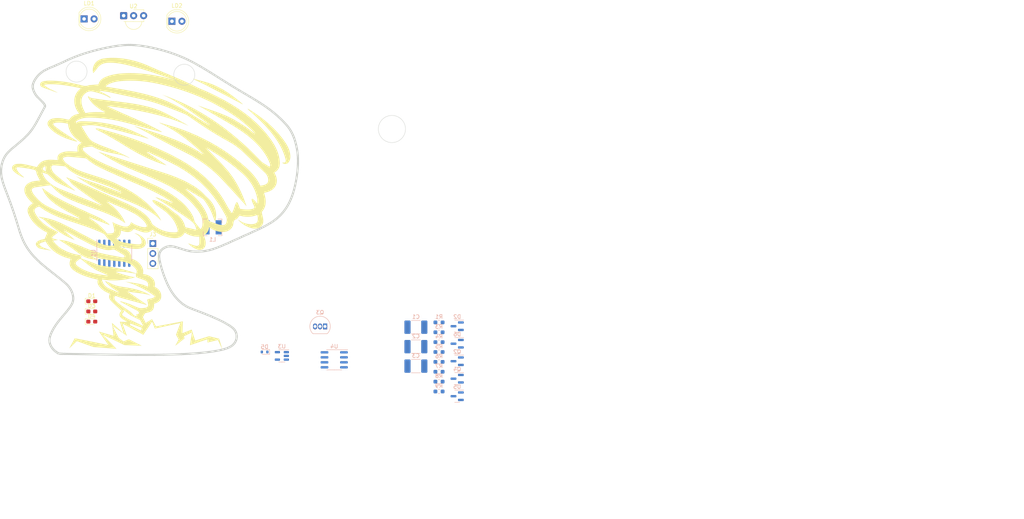
<source format=kicad_pcb>
(kicad_pcb (version 20221018) (generator pcbnew)
  (layers (0 "F.Cu" signal) (31 "B.Cu" signal) (34 "B.Paste" user) (35 "F.Paste" user) (36 "B.SilkS" user "B.Silkscreen") (37 "F.SilkS" user "F.Silkscreen") (38 "B.Mask" user) (39 "F.Mask" user) (44 "Edge.Cuts" user))
  (net 0 "")
  (net 1 "/Battery_VIN")
  (net 2 "GND")
  (net 3 "+3V3")
  (net 4 "Net-(U2-Vs)")
  (net 14 "/UPDI_protected")
  (net 15 "Net-(D6-K)")
  (net 16 "/UPDI")
  (net 17 "Net-(U3-SW)")
  (net 18 "Net-(LD1-C)")
  (net 19 "Net-(LD1-A)")
  (net 20 "Net-(LD2-A)")
  (net 21 "Net-(Q2-D)")
  (net 23 "Net-(Q3-C)")
  (net 24 "Net-(Q4-B)")
  (net 25 "Net-(Q4-E)")
  (net 26 "Net-(Q4-C)")
  (footprint "LED_SMD:LED_0603_1608Metric_Pad1.05x0.95mm_HandSolder" (layer "F.Cu") (at 47.275 115.58)
    (fp_text reference "D4" (at 0 -1.43) (layer "F.SilkS"))
    (fp_text value "LED")
    (pad "1" smd roundrect (at -0.875 0) (size 1.05 0.95) (layers "F.Cu" "F.Paste" "F.Mask"))
    (pad "2" smd roundrect (at 0.875 0) (size 1.05 0.95) (layers "F.Cu" "F.Paste" "F.Mask"))
  )
  (footprint "OptoDevice:Vishay_MINICAST-3Pin" (layer "F.Cu") (at 55.38 37.775)
    (fp_text reference "U2" (at 2.5 -2.4 180) (layer "F.SilkS"))
    (fp_text value "TSOP382xx")
    (pad "1" thru_hole roundrect (at 0 0) (size 1.8 1.8) (drill 0.9) (layers "*.Cu" "*.Mask") (roundrect_rratio 0.139) (net 15 "Net-(D6-K)"))
    (pad "2" thru_hole circle (at 2.54 0) (size 1.8 1.8) (drill 0.9) (layers "*.Cu" "*.Mask") (net 2 "GND"))
    (pad "3" thru_hole circle (at 5.08 0) (size 1.8 1.8) (drill 0.9) (layers "*.Cu" "*.Mask") (net 4 "Net-(U2-Vs)"))
  )
  (footprint "LED_SMD:LED_0603_1608Metric_Pad1.05x0.95mm_HandSolder" (layer "F.Cu") (at 47.275 112.99)
    (fp_text reference "D3" (at 0 -1.43) (layer "F.SilkS"))
    (fp_text value "LED")
    (pad "1" smd roundrect (at -0.875 0) (size 1.05 0.95) (layers "F.Cu" "F.Paste" "F.Mask"))
    (pad "2" smd roundrect (at 0.875 0) (size 1.05 0.95) (layers "F.Cu" "F.Paste" "F.Mask"))
  )
  (footprint "LED_SMD:LED_0603_1608Metric_Pad1.05x0.95mm_HandSolder" (layer "F.Cu") (at 47.275 110.4)
    (fp_text reference "D1" (at 0 -1.43) (layer "F.SilkS"))
    (fp_text value "LED")
    (pad "1" smd roundrect (at -0.875 0) (size 1.05 0.95) (layers "F.Cu" "F.Paste" "F.Mask"))
    (pad "2" smd roundrect (at 0.875 0) (size 1.05 0.95) (layers "F.Cu" "F.Paste" "F.Mask"))
  )
  (footprint "LED_THT:LED_D5.0mm" (layer "F.Cu") (at 45.32 38.6)
    (fp_text reference "LD1" (at 1.27 -3.96) (layer "F.SilkS"))
    (fp_text value "SPL_PL90")
    (pad "1" thru_hole rect (at 0 0) (size 1.8 1.8) (drill 0.9) (layers "*.Cu" "*.Mask") (net 18 "Net-(LD1-C)"))
    (pad "2" thru_hole circle (at 2.54 0) (size 1.8 1.8) (drill 0.9) (layers "*.Cu" "*.Mask") (net 19 "Net-(LD1-A)"))
  )
  (footprint "Connector_PinHeader_2.54mm:PinHeader_1x03_P2.54mm_Vertical" (layer "F.Cu") (at 62.8 95.72)
    (fp_text reference "J3" (at 0 -2.33) (layer "F.SilkS"))
    (fp_text value "Conn_01x02")
    (pad "1" thru_hole rect (at 0 0) (size 1.7 1.7) (drill 1) (layers "*.Cu" "*.Mask") (net 3 "+3V3"))
    (pad "2" thru_hole oval (at 0 2.54) (size 1.7 1.7) (drill 1) (layers "*.Cu" "*.Mask") (net 16 "/UPDI"))
    (pad "3" thru_hole oval (at 0 5.08) (size 1.7 1.7) (drill 1) (layers "*.Cu" "*.Mask") (net 2 "GND"))
  )
  (footprint "LED_THT:LED_D5.0mm" (layer "F.Cu") (at 67.66 39.2)
    (fp_text reference "LD2" (at 1.27 -3.96) (layer "F.SilkS"))
    (fp_text value "SPL_PL90")
    (pad "1" thru_hole rect (at 0 0) (size 1.8 1.8) (drill 0.9) (layers "*.Cu" "*.Mask") (net 18 "Net-(LD1-C)"))
    (pad "2" thru_hole circle (at 2.54 0) (size 1.8 1.8) (drill 0.9) (layers "*.Cu" "*.Mask") (net 20 "Net-(LD2-A)"))
  )
  (footprint "Package_TO_SOT_SMD:SOT-23" (layer "B.Cu") (at 140.195 134.545 180)
    (fp_text reference "U5" (at 0 2.4) (layer "B.SilkS") (effects (justify mirror)))
    (fp_text value "LM4040DBZ-5")
    (pad "1" smd roundrect (at -0.9375 0.95 180) (size 1.475 0.6) (layers "B.Cu" "B.Paste" "B.Mask") (net 3 "+3V3"))
    (pad "2" smd roundrect (at -0.9375 -0.95 180) (size 1.475 0.6) (layers "B.Cu" "B.Paste" "B.Mask") (net 24 "Net-(Q4-B)"))
    (pad "3" smd roundrect (at 0.9375 0 180) (size 1.475 0.6) (layers "B.Cu" "B.Paste" "B.Mask"))
  )
  (footprint "Package_TO_SOT_SMD:SOT-23" (layer "B.Cu") (at 140.195 130.095 180)
    (fp_text reference "Q4" (at 0 2.4) (layer "B.SilkS") (effects (justify mirror)))
    (fp_text value "MMBT3906")
    (pad "1" smd roundrect (at -0.9375 0.95 180) (size 1.475 0.6) (layers "B.Cu" "B.Paste" "B.Mask") (net 24 "Net-(Q4-B)"))
    (pad "2" smd roundrect (at -0.9375 -0.95 180) (size 1.475 0.6) (layers "B.Cu" "B.Paste" "B.Mask") (net 25 "Net-(Q4-E)"))
    (pad "3" smd roundrect (at 0.9375 0 180) (size 1.475 0.6) (layers "B.Cu" "B.Paste" "B.Mask") (net 26 "Net-(Q4-C)"))
  )
  (footprint "Package_TO_SOT_SMD:SOT-23" (layer "B.Cu") (at 140.195 121.195 180)
    (fp_text reference "D6" (at 0 2.4) (layer "B.SilkS") (effects (justify mirror)))
    (fp_text value "D_Schottky_Small")
    (pad "1" smd roundrect (at -0.9375 0.95 180) (size 1.475 0.6) (layers "B.Cu" "B.Paste" "B.Mask") (net 15 "Net-(D6-K)"))
    (pad "2" smd roundrect (at -0.9375 -0.95 180) (size 1.475 0.6) (layers "B.Cu" "B.Paste" "B.Mask") (net 14 "/UPDI_protected"))
    (pad "3" smd roundrect (at 0.9375 0 180) (size 1.475 0.6) (layers "B.Cu" "B.Paste" "B.Mask"))
  )
  (footprint "Package_TO_SOT_SMD:SOT-23" (layer "B.Cu") (at 140.195 125.645 180)
    (fp_text reference "Q2" (at 0 2.4) (layer "B.SilkS") (effects (justify mirror)))
    (fp_text value "PMOS")
    (pad "1" smd roundrect (at -0.9375 0.95 180) (size 1.475 0.6) (layers "B.Cu" "B.Paste" "B.Mask") (net 21 "Net-(Q2-D)"))
    (pad "2" smd roundrect (at -0.9375 -0.95 180) (size 1.475 0.6) (layers "B.Cu" "B.Paste" "B.Mask"))
    (pad "3" smd roundrect (at 0.9375 0 180) (size 1.475 0.6) (layers "B.Cu" "B.Paste" "B.Mask") (net 18 "Net-(LD1-C)"))
  )
  (footprint "Resistor_SMD:R_0603_1608Metric_Pad0.98x0.95mm_HandSolder" (layer "B.Cu") (at 135.575 123.305 180)
    (fp_text reference "R5" (at 0 1.43) (layer "B.SilkS") (effects (justify mirror)))
    (fp_text value "220")
    (pad "1" smd roundrect (at -0.9125 0 180) (size 0.975 0.95) (layers "B.Cu" "B.Paste" "B.Mask") (net 23 "Net-(Q3-C)"))
    (pad "2" smd roundrect (at 0.9125 0 180) (size 0.975 0.95) (layers "B.Cu" "B.Paste" "B.Mask") (net 24 "Net-(Q4-B)"))
  )
  (footprint "Resistor_SMD:R_0603_1608Metric_Pad0.98x0.95mm_HandSolder" (layer "B.Cu") (at 135.575 128.325 180)
    (fp_text reference "R7" (at 0 1.43) (layer "B.SilkS") (effects (justify mirror)))
    (fp_text value "3.3")
    (pad "1" smd roundrect (at -0.9125 0 180) (size 0.975 0.95) (layers "B.Cu" "B.Paste" "B.Mask") (net 3 "+3V3"))
    (pad "2" smd roundrect (at 0.9125 0 180) (size 0.975 0.95) (layers "B.Cu" "B.Paste" "B.Mask") (net 25 "Net-(Q4-E)"))
  )
  (footprint "Package_SO:SOIC-8_3.9x4.9mm_P1.27mm" (layer "B.Cu") (at 108.925 125.295 180)
    (fp_text reference "U4" (at 0 3.4) (layer "B.SilkS") (effects (justify mirror)))
    (fp_text value "ATtiny402-SS")
    (pad "1" smd roundrect (at -2.475 1.905 180) (size 1.95 0.6) (layers "B.Cu" "B.Paste" "B.Mask"))
    (pad "2" smd roundrect (at -2.475 0.635 180) (size 1.95 0.6) (layers "B.Cu" "B.Paste" "B.Mask"))
    (pad "3" smd roundrect (at -2.475 -0.635 180) (size 1.95 0.6) (layers "B.Cu" "B.Paste" "B.Mask"))
    (pad "4" smd roundrect (at -2.475 -1.905 180) (size 1.95 0.6) (layers "B.Cu" "B.Paste" "B.Mask"))
    (pad "5" smd roundrect (at 2.475 -1.905 180) (size 1.95 0.6) (layers "B.Cu" "B.Paste" "B.Mask"))
    (pad "6" smd roundrect (at 2.475 -0.635 180) (size 1.95 0.6) (layers "B.Cu" "B.Paste" "B.Mask"))
    (pad "7" smd roundrect (at 2.475 0.635 180) (size 1.95 0.6) (layers "B.Cu" "B.Paste" "B.Mask"))
    (pad "8" smd roundrect (at 2.475 1.905 180) (size 1.95 0.6) (layers "B.Cu" "B.Paste" "B.Mask"))
  )
  (footprint "Package_TO_SOT_SMD:SOT-23" (layer "B.Cu") (at 140.195 116.745 180)
    (fp_text reference "D2" (at 0 2.4) (layer "B.SilkS") (effects (justify mirror)))
    (fp_text value "BAT54C")
    (pad "1" smd roundrect (at -0.9375 0.95 180) (size 1.475 0.6) (layers "B.Cu" "B.Paste" "B.Mask"))
    (pad "2" smd roundrect (at -0.9375 -0.95 180) (size 1.475 0.6) (layers "B.Cu" "B.Paste" "B.Mask"))
    (pad "3" smd roundrect (at 0.9375 0 180) (size 1.475 0.6) (layers "B.Cu" "B.Paste" "B.Mask"))
  )
  (footprint "Resistor_SMD:R_0603_1608Metric_Pad0.98x0.95mm_HandSolder" (layer "B.Cu") (at 135.575 120.795 180)
    (fp_text reference "R4" (at 0 1.43) (layer "B.SilkS") (effects (justify mirror)))
    (fp_text value "220")
    (pad "1" smd roundrect (at -0.9125 0 180) (size 0.975 0.95) (layers "B.Cu" "B.Paste" "B.Mask") (net 14 "/UPDI_protected"))
    (pad "2" smd roundrect (at 0.9125 0 180) (size 0.975 0.95) (layers "B.Cu" "B.Paste" "B.Mask") (net 16 "/UPDI"))
  )
  (footprint "Resistor_SMD:R_0603_1608Metric_Pad0.98x0.95mm_HandSolder" (layer "B.Cu") (at 135.575 133.345 180)
    (fp_text reference "R9" (at 0 1.43) (layer "B.SilkS") (effects (justify mirror)))
    (fp_text value "3.3")
    (pad "1" smd roundrect (at -0.9125 0 180) (size 0.975 0.95) (layers "B.Cu" "B.Paste" "B.Mask") (net 26 "Net-(Q4-C)"))
    (pad "2" smd roundrect (at 0.9125 0 180) (size 0.975 0.95) (layers "B.Cu" "B.Paste" "B.Mask") (net 19 "Net-(LD1-A)"))
  )
  (footprint "Resistor_SMD:R_0603_1608Metric_Pad0.98x0.95mm_HandSolder" (layer "B.Cu") (at 135.575 125.815 180)
    (fp_text reference "R6" (at 0 1.43) (layer "B.SilkS") (effects (justify mirror)))
    (fp_text value "1.8k")
    (pad "1" smd roundrect (at -0.9125 0 180) (size 0.975 0.95) (layers "B.Cu" "B.Paste" "B.Mask") (net 3 "+3V3"))
    (pad "2" smd roundrect (at 0.9125 0 180) (size 0.975 0.95) (layers "B.Cu" "B.Paste" "B.Mask") (net 23 "Net-(Q3-C)"))
  )
  (footprint "Diode_SMD:D_SOD-523" (layer "B.Cu") (at 91.22 123.295 180)
    (fp_text reference "D5" (at 0 1.3) (layer "B.SilkS") (effects (justify mirror)))
    (fp_text value "ESD5Zxx")
    (pad "1" smd roundrect (at -0.7 0) (size 0.6 0.7) (layers "B.Cu" "B.Paste" "B.Mask") (net 14 "/UPDI_protected"))
    (pad "2" smd roundrect (at 0.7 0) (size 0.6 0.7) (layers "B.Cu" "B.Paste" "B.Mask") (net 2 "GND"))
  )
  (footprint "Capacitor_SMD:C_1812_4532Metric_Pad1.57x3.40mm_HandSolder" (layer "B.Cu") (at 129.695 116.995 180)
    (fp_text reference "C1" (at 0 2.65) (layer "B.SilkS") (effects (justify mirror)))
    (fp_text value "C")
    (pad "1" smd roundrect (at -2.1375 0 180) (size 1.575 3.4) (layers "B.Cu" "B.Paste" "B.Mask") (roundrect_rratio 0.15873) (net 3 "+3V3"))
    (pad "2" smd roundrect (at 2.1375 0 180) (size 1.575 3.4) (layers "B.Cu" "B.Paste" "B.Mask") (roundrect_rratio 0.15873) (net 2 "GND"))
  )
  (footprint "Package_TO_SOT_SMD:SOT-23-5" (layer "B.Cu") (at 95.615 124.295 180)
    (fp_text reference "U3" (at 0 2.4) (layer "B.SilkS") (effects (justify mirror)))
    (fp_text value "TPS613221ADBV")
    (pad "1" smd roundrect (at -1.1375 0.95 180) (size 1.325 0.6) (layers "B.Cu" "B.Paste" "B.Mask") (net 17 "Net-(U3-SW)"))
    (pad "2" smd roundrect (at -1.1375 0 180) (size 1.325 0.6) (layers "B.Cu" "B.Paste" "B.Mask") (net 2 "GND"))
    (pad "3" smd roundrect (at -1.1375 -0.95 180) (size 1.325 0.6) (layers "B.Cu" "B.Paste" "B.Mask"))
    (pad "4" smd roundrect (at 1.1375 -0.95 180) (size 1.325 0.6) (layers "B.Cu" "B.Paste" "B.Mask") (net 3 "+3V3"))
    (pad "5" smd roundrect (at 1.1375 0.95 180) (size 1.325 0.6) (layers "B.Cu" "B.Paste" "B.Mask"))
  )
  (footprint "Package_TO_SOT_THT:TO-92_Inline" (layer "B.Cu") (at 106.6 116.8 180)
    (fp_text reference "Q3" (at 1.27 3.56) (layer "B.SilkS") (effects (justify mirror)))
    (fp_text value "2N3904")
    (pad "1" thru_hole rect (at 0 0 180) (size 1.05 1.5) (drill 0.75) (layers "*.Cu" "*.Mask") (net 21 "Net-(Q2-D)"))
    (pad "2" thru_hole oval (at 1.27 0 180) (size 1.05 1.5) (drill 0.75) (layers "*.Cu" "*.Mask") (net 14 "/UPDI_protected"))
    (pad "3" thru_hole oval (at 2.54 0 180) (size 1.05 1.5) (drill 0.75) (layers "*.Cu" "*.Mask") (net 23 "Net-(Q3-C)"))
  )
  (footprint "Resistor_SMD:R_0603_1608Metric_Pad0.98x0.95mm_HandSolder" (layer "B.Cu") (at 135.575 130.835 180)
    (fp_text reference "R8" (at 0 1.43) (layer "B.SilkS") (effects (justify mirror)))
    (fp_text value "3.3")
    (pad "1" smd roundrect (at -0.9125 0 180) (size 0.975 0.95) (layers "B.Cu" "B.Paste" "B.Mask") (net 26 "Net-(Q4-C)"))
    (pad "2" smd roundrect (at 0.9125 0 180) (size 0.975 0.95) (layers "B.Cu" "B.Paste" "B.Mask") (net 20 "Net-(LD2-A)"))
  )
  (footprint "Capacitor_SMD:C_1812_4532Metric_Pad1.57x3.40mm_HandSolder" (layer "B.Cu") (at 129.695 126.895 180)
    (fp_text reference "C3" (at 0 2.65) (layer "B.SilkS") (effects (justify mirror)))
    (fp_text value "4.7u")
    (pad "1" smd roundrect (at -2.1375 0 180) (size 1.575 3.4) (layers "B.Cu" "B.Paste" "B.Mask") (roundrect_rratio 0.15873) (net 1 "/Battery_VIN"))
    (pad "2" smd roundrect (at 2.1375 0 180) (size 1.575 3.4) (layers "B.Cu" "B.Paste" "B.Mask") (roundrect_rratio 0.15873) (net 2 "GND"))
  )
  (footprint "Capacitor_SMD:C_1812_4532Metric_Pad1.57x3.40mm_HandSolder" (layer "B.Cu") (at 129.695 121.945 180)
    (fp_text reference "C2" (at 0 2.65) (layer "B.SilkS") (effects (justify mirror)))
    (fp_text value "4.7u")
    (pad "1" smd roundrect (at -2.1375 0 180) (size 1.575 3.4) (layers "B.Cu" "B.Paste" "B.Mask") (roundrect_rratio 0.15873) (net 4 "Net-(U2-Vs)"))
    (pad "2" smd roundrect (at 2.1375 0 180) (size 1.575 3.4) (layers "B.Cu" "B.Paste" "B.Mask") (roundrect_rratio 0.15873) (net 2 "GND"))
  )
  (footprint "Resistor_SMD:R_0603_1608Metric_Pad0.98x0.95mm_HandSolder" (layer "B.Cu") (at 135.575 118.285 180)
    (fp_text reference "R3" (at 0 1.43) (layer "B.SilkS") (effects (justify mirror)))
    (fp_text value "100")
    (pad "1" smd roundrect (at -0.9125 0 180) (size 0.975 0.95) (layers "B.Cu" "B.Paste" "B.Mask") (net 4 "Net-(U2-Vs)"))
    (pad "2" smd roundrect (at 0.9125 0 180) (size 0.975 0.95) (layers "B.Cu" "B.Paste" "B.Mask") (net 3 "+3V3"))
  )
  (footprint "Inductor_SMD:L_Bourns-SRN4018" (layer "B.Cu") (at 78 91.6 180)
    (fp_text reference "L1" (at 0 -3.1) (layer "B.SilkS") (effects (justify mirror)))
    (fp_text value "2.2u")
    (pad "1" smd rect (at -1.525 0 180) (size 1.5 3.6) (layers "B.Cu" "B.Paste" "B.Mask") (net 1 "/Battery_VIN"))
    (pad "2" smd rect (at 1.525 0 180) (size 1.5 3.6) (layers "B.Cu" "B.Paste" "B.Mask") (net 17 "Net-(U3-SW)"))
  )
  (footprint "Package_SO:SOIC-14_3.9x8.7mm_P1.27mm" (layer "B.Cu") (at 53 98.2 -90)
    (fp_text reference "U1" (at 0 5.28 90) (layer "B.SilkS") (effects (justify mirror)))
    (fp_text value "ATtiny814-SS")
    (pad "1" smd roundrect (at -2.475 3.81 270) (size 1.95 0.6) (layers "B.Cu" "B.Paste" "B.Mask") (net 3 "+3V3"))
    (pad "2" smd roundrect (at -2.475 2.54 270) (size 1.95 0.6) (layers "B.Cu" "B.Paste" "B.Mask"))
    (pad "3" smd roundrect (at -2.475 1.27 270) (size 1.95 0.6) (layers "B.Cu" "B.Paste" "B.Mask"))
    (pad "4" smd roundrect (at -2.475 0 270) (size 1.95 0.6) (layers "B.Cu" "B.Paste" "B.Mask"))
    (pad "5" smd roundrect (at -2.475 -1.27 270) (size 1.95 0.6) (layers "B.Cu" "B.Paste" "B.Mask"))
    (pad "6" smd roundrect (at -2.475 -2.54 270) (size 1.95 0.6) (layers "B.Cu" "B.Paste" "B.Mask"))
    (pad "7" smd roundrect (at -2.475 -3.81 270) (size 1.95 0.6) (layers "B.Cu" "B.Paste" "B.Mask"))
    (pad "8" smd roundrect (at 2.475 -3.81 270) (size 1.95 0.6) (layers "B.Cu" "B.Paste" "B.Mask"))
    (pad "9" smd roundrect (at 2.475 -2.54 270) (size 1.95 0.6) (layers "B.Cu" "B.Paste" "B.Mask"))
    (pad "10" smd roundrect (at 2.475 -1.27 270) (size 1.95 0.6) (layers "B.Cu" "B.Paste" "B.Mask") (net 16 "/UPDI"))
    (pad "11" smd roundrect (at 2.475 0 270) (size 1.95 0.6) (layers "B.Cu" "B.Paste" "B.Mask"))
    (pad "12" smd roundrect (at 2.475 1.27 270) (size 1.95 0.6) (layers "B.Cu" "B.Paste" "B.Mask"))
    (pad "13" smd roundrect (at 2.475 2.54 270) (size 1.95 0.6) (layers "B.Cu" "B.Paste" "B.Mask"))
    (pad "14" smd roundrect (at 2.475 3.81 270) (size 1.95 0.6) (layers "B.Cu" "B.Paste" "B.Mask") (net 2 "GND"))
  )
  (footprint "Resistor_SMD:R_0603_1608Metric_Pad0.98x0.95mm_HandSolder" (layer "B.Cu") (at 135.575 115.775 180)
    (fp_text reference "R1" (at 0 1.43) (layer "B.SilkS") (effects (justify mirror)))
    (fp_text value "1.8k")
    (pad "1" smd roundrect (at -0.9125 0 180) (size 0.975 0.95) (layers "B.Cu" "B.Paste" "B.Mask") (net 14 "/UPDI_protected"))
    (pad "2" smd roundrect (at 0.9125 0 180) (size 0.975 0.95) (layers "B.Cu" "B.Paste" "B.Mask") (net 14 "/UPDI_protected"))
  )
  (gr_poly (pts (xy 33.6 96.8) (xy 33.600549 96.800889) (xy 33.589967 96.795598)) (fill solid) (layer "F.SilkS"))
  (gr_poly (pts (xy 43.040898 94.811215) (xy 43.03693 94.812267) (xy 43.032971 94.813427) (xy 43.029026 94.81468) (xy 43.025105 94.81601) (xy 43.017364 94.818842) (xy 43.009808 94.821797) (xy 42.995504 94.827584) (xy 42.98888 94.830168) (xy 42.98269 94.832379) (xy 42.908604 94.76888)) (fill solid) (layer "F.SilkS"))
  (gr_poly (pts (xy 87.723725 61.897048) (xy 88.304718 62.269104) (xy 88.876689 62.649261) (xy 89.439296 63.037804) (xy 89.992197 63.435022) (xy 90.535053 63.8412) (xy 91.067522 64.256625) (xy 91.589263 64.681585) (xy 92.099934 65.116366) (xy 92.599196 65.561255) (xy 93.086706 66.016538) (xy 93.562125 66.482503) (xy 94.02511 66.959437) (xy 94.47532 67.447625) (xy 94.912416 67.947355) (xy 95.336055 68.458914) (xy 95.745896 68.982589) (xy 96.109459 69.471665) (xy 96.456714 69.968245) (xy 96.621764 70.220143) (xy 96.779784 70.47487) (xy 96.929789 70.732745) (xy 97.070795 70.994084) (xy 97.201817 71.259206) (xy 97.32187 71.528429) (xy 97.429971 71.80207) (xy 97.525135 72.080447) (xy 97.606377 72.363879) (xy 97.672714 72.652681) (xy 97.723159 72.947174) (xy 97.75673 73.247674) (xy 97.765034 73.37435) (xy 97.769843 73.50032) (xy 97.770761 73.6255) (xy 97.767393 73.749804) (xy 97.759343 73.873146) (xy 97.746216 73.995442) (xy 97.727617 74.116607) (xy 97.70315 74.236554) (xy 97.67242 74.355199) (xy 97.635031 74.472457) (xy 97.590589 74.588241) (xy 97.538697 74.702468) (xy 97.478962 74.815051) (xy 97.410986 74.925905) (xy 97.334375 75.034946) (xy 97.248734 75.142087) (xy 97.209218 75.184813) (xy 97.1672 75.224687) (xy 97.122873 75.261709) (xy 97.076433 75.295877) (xy 97.028075 75.327193) (xy 96.977993 75.355657) (xy 96.926382 75.381268) (xy 96.873436 75.404026) (xy 96.819352 75.423932) (xy 96.764322 75.440985) (xy 96.708543 75.455186) (xy 96.652208 75.466534) (xy 96.595513 75.475029) (xy 96.538653 75.480672) (xy 96.481821 75.483463) (xy 96.425214 75.483401) (xy 96.369025 75.480486) (xy 96.313449 75.474719) (xy 96.258681 75.466099) (xy 96.204917 75.454627) (xy 96.15235 75.440302) (xy 96.101175 75.423125) (xy 96.051587 75.403095) (xy 96.003782 75.380213) (xy 95.957953 75.354478) (xy 95.914295 75.325891) (xy 95.873004 75.294451) (xy 95.834273 75.260159) (xy 95.798298 75.223014) (xy 95.765274 75.183016) (xy 95.735395 75.140167) (xy 95.708855 75.094464) (xy 95.838593 75.122424) (xy 95.899572 75.132808) (xy 95.957967 75.140787) (xy 96.013784 75.146356) (xy 96.067031 75.149508) (xy 96.117714 75.150237) (xy 96.16584 75.148539) (xy 96.211416 75.144406) (xy 96.254449 75.137834) (xy 96.294944 75.128816) (xy 96.33291 75.117347) (xy 96.368353 75.10342) (xy 96.40128 75.087031) (xy 96.431697 75.068173) (xy 96.459611 75.04684) (xy 96.485029 75.023026) (xy 96.507958 74.996727) (xy 96.528405 74.967935) (xy 96.546376 74.936645) (xy 96.561878 74.902852) (xy 96.574918 74.866549) (xy 96.585503 74.827731) (xy 96.593639 74.786391) (xy 96.599334 74.742525) (xy 96.602593 74.696126) (xy 96.603425 74.647188) (xy 96.601835 74.595706) (xy 96.59783 74.541673) (xy 96.591418 74.485085) (xy 96.582604 74.425935) (xy 96.571397 74.364217) (xy 96.571336 74.362173) (xy 96.571159 74.360021) (xy 96.570873 74.357775) (xy 96.570487 74.355452) (xy 96.570007 74.353067) (xy 96.569443 74.350636) (xy 96.5688 74.348173) (xy 96.568088 74.345695) (xy 96.567314 74.343216) (xy 96.566486 74.340753) (xy 96.564699 74.335937) (xy 96.562787 74.331368) (xy 96.561805 74.329216) (xy 96.560815 74.327172) (xy 96.476804 74.010037) (xy 96.385569 73.695592) (xy 96.287202 73.383799) (xy 96.181797 73.074617) (xy 96.069447 72.768009) (xy 95.950245 72.463936) (xy 95.824283 72.162359) (xy 95.691655 71.863239) (xy 95.552454 71.566537) (xy 95.406773 71.272215) (xy 95.254704 70.980234) (xy 95.096341 70.690556) (xy 94.931778 70.403141) (xy 94.761106 70.11795) (xy 94.40181 69.554088) (xy 94.029599 69.007624) (xy 93.643645 68.47123) (xy 93.24459 67.944432) (xy 92.833079 67.426757) (xy 92.409755 66.917733) (xy 91.975261 66.416886) (xy 91.53024 65.923745) (xy 91.075336 65.437835) (xy 90.138453 64.485821) (xy 89.169757 63.557062) (xy 88.174396 62.647774) (xy 87.157517 61.754174) (xy 87.138984 61.738047) (xy 87.119389 61.719664) (xy 87.099159 61.699375) (xy 87.078719 61.677527) (xy 87.058496 61.65447) (xy 87.038917 61.630553) (xy 87.020407 61.606124) (xy 87.003394 61.581532) (xy 86.988303 61.557127) (xy 86.975561 61.533256) (xy 86.970204 61.521631) (xy 86.965594 61.510269) (xy 86.961784 61.499216) (xy 86.958828 61.488515) (xy 86.956779 61.478209) (xy 86.95569 61.468342) (xy 86.955615 61.458957) (xy 86.956606 61.450099) (xy 86.958718 61.44181) (xy 86.962003 61.434135) (xy 86.966514 61.427116) (xy 86.972306 61.420798)) (fill solid) (layer "F.SilkS"))
  (gr_poly (pts (xy 73.158442 53.858986) (xy 73.174047 53.859836) (xy 73.189558 53.861244) (xy 73.204938 53.863288) (xy 73.220147 53.866045) (xy 73.235146 53.869593) (xy 74.760469 54.257207) (xy 75.521147 54.457464) (xy 76.277856 54.668634) (xy 76.96586 54.882659) (xy 77.63554 55.121) (xy 78.287918 55.3823) (xy 78.924019 55.665204) (xy 79.544865 55.968355) (xy 80.151479 56.290396) (xy 80.744885 56.629971) (xy 81.326106 56.985723) (xy 81.896164 57.356296) (xy 82.456084 57.740333) (xy 83.006888 58.136478) (xy 83.549599 58.543375) (xy 84.614836 59.383995) (xy 85.659982 60.251342) (xy 85.575311 60.30955) (xy 85.291545 60.144186) (xy 85.148917 60.063984) (xy 85.076765 60.024937) (xy 85.003808 59.986758) (xy 80.591882 57.679592) (xy 76.172013 55.388301) (xy 75.779469 55.190204) (xy 75.384134 54.996139) (xy 74.587823 54.616379) (xy 72.991731 53.864301) (xy 73.020204 53.86366) (xy 73.049856 53.862151) (xy 73.080377 53.860394) (xy 73.111456 53.859009) (xy 73.142782 53.858616)) (fill solid) (layer "F.SilkS"))
  (gr_poly (pts (xy 53.497882 48.517074) (xy 54.329248 48.574781) (xy 55.233889 48.675617) (xy 56.206634 48.827241) (xy 57.242313 49.037311) (xy 58.335756 49.313485) (xy 59.481792 49.663422) (xy 60.675252 50.094781) (xy 61.910966 50.615219) (xy 63.152432 51.1664) (xy 64.395324 51.700837) (xy 66.879185 52.743792) (xy 69.350146 53.792699) (xy 70.576915 54.334578) (xy 71.795808 54.896176) (xy 72.487775 55.22517) (xy 73.176269 55.55962) (xy 74.552766 56.234969) (xy 75.412508 56.588684) (xy 76.265366 56.955298) (xy 77.111401 57.334809) (xy 77.950678 57.727219) (xy 78.783257 58.132527) (xy 79.609201 58.550734) (xy 80.428572 58.981839) (xy 81.241433 59.425843) (xy 82.003841 59.858699) (xy 82.7548 60.302306) (xy 83.493775 60.757122) (xy 84.220231 61.223603) (xy 84.933634 61.702208) (xy 85.633448 62.193394) (xy 86.319139 62.697618) (xy 86.990171 63.215337) (xy 87.646011 63.747008) (xy 88.286123 64.29309) (xy 88.909972 64.854039) (xy 89.517023 65.430312) (xy 90.106742 66.022368) (xy 90.678594 66.630663) (xy 91.232044 67.255654) (xy 91.766557 67.897799) (xy 92.35722 68.651645) (xy 92.641226 69.033463) (xy 92.916008 69.419071) (xy 93.18031 69.808865) (xy 93.432876 70.20324) (xy 93.67245 70.602591) (xy 93.897777 71.007314) (xy 94.107602 71.417804) (xy 94.300667 71.834457) (xy 94.475719 72.257667) (xy 94.6315 72.68783) (xy 94.766756 73.125341) (xy 94.88023 73.570596) (xy 94.970668 74.023989) (xy 95.036813 74.485917) (xy 95.0616 74.716624) (xy 95.079333 74.945982) (xy 95.088416 75.173387) (xy 95.087251 75.398234) (xy 95.074243 75.619918) (xy 95.047793 75.837835) (xy 95.029028 75.945192) (xy 95.006305 76.05138) (xy 94.979422 76.156324) (xy 94.948182 76.259949) (xy 94.912384 76.362178) (xy 94.871828 76.462936) (xy 94.826315 76.562148) (xy 94.775645 76.659738) (xy 94.719619 76.755631) (xy 94.658038 76.84975) (xy 94.5907 76.94202) (xy 94.517408 77.032367) (xy 94.437961 77.120713) (xy 94.35216 77.206984) (xy 94.259805 77.291104) (xy 94.160696 77.372997) (xy 94.054634 77.452588) (xy 93.94142 77.529802) (xy 93.820853 77.604562) (xy 93.692735 77.676793) (xy 93.80125 77.875424) (xy 93.902046 78.074473) (xy 93.994346 78.273988) (xy 94.077375 78.474014) (xy 94.150358 78.674598) (xy 94.21252 78.875787) (xy 94.263086 79.077628) (xy 94.30128 79.280166) (xy 94.326328 79.483448) (xy 94.337454 79.687521) (xy 94.333883 79.892431) (xy 94.31484 80.098225) (xy 94.279549 80.304949) (xy 94.227237 80.51265) (xy 94.157127 80.721374) (xy 94.068444 80.931169) (xy 93.961385 81.139002) (xy 93.841017 81.33227) (xy 93.707921 81.511539) (xy 93.562678 81.677375) (xy 93.40587 81.830344) (xy 93.238078 81.971011) (xy 93.059884 82.099943) (xy 92.871868 82.217704) (xy 92.674613 82.324862) (xy 92.468699 82.421982) (xy 92.254708 82.509629) (xy 92.033221 82.58837) (xy 91.804821 82.65877) (xy 91.570087 82.721395) (xy 91.329602 82.776812) (xy 91.083947 82.825585) (xy 91.251295 83.420897) (xy 91.290497 83.566315) (xy 91.32728 83.711112) (xy 91.360963 83.855662) (xy 91.390862 84.000337) (xy 91.433046 84.239748) (xy 91.465897 84.477693) (xy 91.488764 84.714073) (xy 91.500996 84.948787) (xy 91.501942 85.181733) (xy 91.49095 85.41281) (xy 91.46737 85.641919) (xy 91.43055 85.868958) (xy 91.37984 86.093827) (xy 91.314588 86.316425) (xy 91.234144 86.53665) (xy 91.137855 86.754403) (xy 91.025071 86.969582) (xy 90.895141 87.182087) (xy 90.747414 87.391818) (xy 90.581239 87.598672) (xy 90.573623 87.607861) (xy 90.566637 87.617552) (xy 90.560259 87.627719) (xy 90.554469 87.638338) (xy 90.549244 87.649384) (xy 90.544564 87.66083) (xy 90.536753 87.684826) (xy 90.530864 87.710124) (xy 90.526727 87.736523) (xy 90.524171 87.763821) (xy 90.523026 87.791817) (xy 90.523122 87.820308) (xy 90.524287 87.849095) (xy 90.526351 87.877974) (xy 90.529144 87.906745) (xy 90.536233 87.963155) (xy 90.54419 88.016713) (xy 90.591308 88.26476) (xy 90.646302 88.512806) (xy 90.76181 89.008899) (xy 90.81327 89.256946) (xy 90.835445 89.38097) (xy 90.854497 89.504993) (xy 90.869859 89.629017) (xy 90.880965 89.75304) (xy 90.887249 89.877064) (xy 90.888146 90.001088) (xy 90.882606 90.135439) (xy 90.870057 90.265587) (xy 90.850655 90.391455) (xy 90.824552 90.512964) (xy 90.791903 90.630034) (xy 90.752862 90.742589) (xy 90.707583 90.850549) (xy 90.65622 90.953836) (xy 90.598928 91.052371) (xy 90.535859 91.146076) (xy 90.467169 91.234872) (xy 90.393011 91.318681) (xy 90.31354 91.397425) (xy 90.228909 91.471024) (xy 90.139272 91.539401) (xy 90.044784 91.602478) (xy 89.945599 91.660174) (xy 89.841871 91.712413) (xy 89.733753 91.759115) (xy 89.6214 91.800202) (xy 89.504965 91.835595) (xy 89.384604 91.865217) (xy 89.26047 91.888988) (xy 89.132717 91.90683) (xy 89.001498 91.918665) (xy 88.866969 91.924414) (xy 88.729284 91.923999) (xy 88.588595 91.917341) (xy 88.445058 91.904362) (xy 88.298826 91.884982) (xy 88.150053 91.859125) (xy 87.998895 91.826711) (xy 87.724496 91.755781) (xy 87.458679 91.674255) (xy 87.201094 91.582574) (xy 86.951392 91.481181) (xy 86.709225 91.370518) (xy 86.474244 91.251025) (xy 86.246099 91.123145) (xy 86.024443 90.98732) (xy 85.808925 90.843992) (xy 85.599198 90.693602) (xy 85.394912 90.536592) (xy 85.195719 90.373405) (xy 85.001269 90.204481) (xy 84.811215 90.030262) (xy 84.625206 89.851192) (xy 84.442895 89.66771) (xy 84.463903 89.676407) (xy 84.485206 89.684701) (xy 84.528386 89.700451) (xy 84.614871 89.731208) (xy 84.636066 89.739285) (xy 84.656935 89.747703) (xy 84.677401 89.756555) (xy 84.697387 89.765934) (xy 84.716815 89.775934) (xy 84.735607 89.786646) (xy 84.753686 89.798165) (xy 84.770974 89.810582) (xy 84.936354 89.927794) (xy 85.105051 90.037379) (xy 85.277036 90.139398) (xy 85.452276 90.233914) (xy 85.630741 90.320989) (xy 85.812399 90.400685) (xy 85.99722 90.473063) (xy 86.185173 90.538186) (xy 86.376226 90.596115) (xy 86.570349 90.646913) (xy 86.76751 90.690642) (xy 86.967678 90.727363) (xy 87.170824 90.757139) (xy 87.376914 90.780031) (xy 87.585919 90.796102) (xy 87.797807 90.805413) (xy 87.846482 90.806727) (xy 87.895258 90.806746) (xy 87.944112 90.805541) (xy 87.993021 90.80318) (xy 88.090907 90.795274) (xy 88.188731 90.783585) (xy 88.286307 90.768672) (xy 88.383449 90.751091) (xy 88.47997 90.731403) (xy 88.575684 90.710164) (xy 88.687528 90.681788) (xy 88.79103 90.650086) (xy 88.88641 90.614834) (xy 88.931121 90.595806) (xy 88.973882 90.575807) (xy 89.014721 90.554807) (xy 89.053665 90.53278) (xy 89.090741 90.509696) (xy 89.125976 90.485528) (xy 89.159397 90.460248) (xy 89.191031 90.433827) (xy 89.220906 90.406238) (xy 89.249048 90.377452) (xy 89.275485 90.347441) (xy 89.300244 90.316178) (xy 89.323351 90.283633) (xy 89.344835 90.24978) (xy 89.364722 90.214589) (xy 89.383039 90.178033) (xy 89.399814 90.140084) (xy 89.415073 90.100714) (xy 89.428844 90.059894) (xy 89.441154 90.017596) (xy 89.45203 89.973792) (xy 89.461499 89.928455) (xy 89.476324 89.833067) (xy 89.485848 89.731206) (xy 89.491058 89.651593) (xy 89.494779 89.571547) (xy 89.497012 89.491128) (xy 89.497756 89.410399) (xy 89.497012 89.329422) (xy 89.494779 89.248259) (xy 89.491058 89.166972) (xy 89.485848 89.085622) (xy 89.476731 89.010155) (xy 89.465506 88.934315) (xy 89.452545 88.857731) (xy 89.43822 88.78003) (xy 89.374719 88.450623) (xy 89.095668 88.554845) (xy 88.816129 88.645424) (xy 88.53611 88.722609) (xy 88.255617 88.786646) (xy 87.97466 88.837786) (xy 87.693245 88.876275) (xy 87.411381 88.902361) (xy 87.129075 88.916293) (xy 86.846335 88.918319) (xy 86.563168 88.908686) (xy 86.279582 88.887644) (xy 85.995586 88.855439) (xy 85.711186 88.812319) (xy 85.426391 88.758534) (xy 85.141208 88.694331) (xy 84.855645 88.619958) (xy 84.497794 89.064458) (xy 84.135972 89.508958) (xy 84.072222 89.524658) (xy 84.011873 89.54197) (xy 83.954823 89.560867) (xy 83.900968 89.581316) (xy 83.850206 89.603288) (xy 83.802433 89.626754) (xy 83.757549 89.651682) (xy 83.715449 89.678044) (xy 83.676031 89.705809) (xy 83.639193 89.734946) (xy 83.604831 89.765427) (xy 83.572843 89.79722) (xy 83.543126 89.830297) (xy 83.515578 89.864626) (xy 83.490095 89.900177) (xy 83.466575 89.936922) (xy 83.444916 89.974829) (xy 83.425015 90.013869) (xy 83.390074 90.095227) (xy 83.360931 90.180756) (xy 83.336765 90.270214) (xy 83.316753 90.363362) (xy 83.300075 90.459959) (xy 83.285908 90.559766) (xy 83.273431 90.662541) (xy 83.256234 90.788146) (xy 83.232535 90.910893) (xy 83.202494 91.030688) (xy 83.166275 91.147432) (xy 83.124042 91.261029) (xy 83.075956 91.371382) (xy 83.02218 91.478395) (xy 82.962877 91.581969) (xy 82.898211 91.682009) (xy 82.828343 91.778417) (xy 82.753436 91.871097) (xy 82.673654 91.959951) (xy 82.589159 92.044884) (xy 82.500114 92.125797) (xy 82.406682 92.202594) (xy 82.309025 92.275178) (xy 82.207306 92.343452) (xy 82.101688 92.40732) (xy 81.992334 92.466684) (xy 81.879407 92.521447) (xy 81.763068 92.571513) (xy 81.643482 92.616785) (xy 81.395218 92.692558) (xy 81.135916 92.747992) (xy 80.866877 92.78231) (xy 80.729114 92.791309) (xy 80.589406 92.794738) (xy 80.447914 92.792501) (xy 80.304803 92.784501) (xy 80.105682 92.765657) (xy 79.909158 92.740907) (xy 79.715223 92.710296) (xy 79.523869 92.673872) (xy 79.335089 92.63168) (xy 79.148875 92.583768) (xy 78.965219 92.530182) (xy 78.784113 92.470969) (xy 78.605549 92.406174) (xy 78.42952 92.335845) (xy 78.256018 92.260028) (xy 78.085036 92.17877) (xy 77.916564 92.092116) (xy 77.750596 92.000115) (xy 77.587124 91.902811) (xy 77.426141 91.800252) (xy 77.388384 91.775117) (xy 77.350319 91.750974) (xy 77.311634 91.727327) (xy 77.27202 91.70368) (xy 77.188762 91.6544) (xy 77.144497 91.627776) (xy 77.098061 91.599168) (xy 77.079709 91.76599) (xy 77.05245 91.927169) (xy 77.016308 92.082767) (xy 76.971307 92.232846) (xy 76.917469 92.377467) (xy 76.887243 92.447751) (xy 76.854817 92.516694) (xy 76.820194 92.584304) (xy 76.783376 92.650588) (xy 76.703168 92.779211) (xy 76.614216 92.902624) (xy 76.516543 93.020891) (xy 76.410174 93.134073) (xy 76.29513 93.242232) (xy 76.171436 93.34543) (xy 76.039114 93.443729) (xy 75.898188 93.537191) (xy 75.748681 93.625878) (xy 75.867403 93.934375) (xy 75.978125 94.241447) (xy 76.028917 94.394777) (xy 76.075825 94.548146) (xy 76.118222 94.701686) (xy 76.155479 94.855528) (xy 76.18697 95.009804) (xy 76.212065 95.164646) (xy 76.230137 95.320185) (xy 76.240558 95.476554) (xy 76.242701 95.633884) (xy 76.235937 95.792307) (xy 76.219638 95.951954) (xy 76.193177 96.112958) (xy 76.174116 96.198643) (xy 76.150759 96.282006) (xy 76.123242 96.362957) (xy 76.091705 96.441404) (xy 76.056285 96.517259) (xy 76.017118 96.59043) (xy 75.974344 96.660829) (xy 75.928098 96.728364) (xy 75.87852 96.792946) (xy 75.825745 96.854485) (xy 75.769913 96.91289) (xy 75.711161 96.968071) (xy 75.649626 97.019939) (xy 75.585445 97.068403) (xy 75.518757 97.113372) (xy 75.449699 97.154758) (xy 75.378409 97.192469) (xy 75.305023 97.226416) (xy 75.229681 97.256509) (xy 75.152519 97.282657) (xy 75.073674 97.304771) (xy 74.993286 97.322759) (xy 74.91149 97.336533) (xy 74.828425 97.346002) (xy 74.744228 97.351076) (xy 74.659038 97.351664) (xy 74.57299 97.347678) (xy 74.486224 97.339025) (xy 74.398876 97.325617) (xy 74.311085 97.307364) (xy 74.222987 97.284175) (xy 74.134721 97.255959) (xy 73.959331 97.190812) (xy 73.788291 97.120495) (xy 73.621483 97.04517) (xy 73.458791 96.965001) (xy 73.300099 96.88015) (xy 73.14529 96.790779) (xy 72.994249 96.697052) (xy 72.846859 96.599132) (xy 72.703003 96.497181) (xy 72.562566 96.391362) (xy 72.425431 96.281837) (xy 72.291482 96.168771) (xy 72.160602 96.052324) (xy 72.032676 95.932661) (xy 71.907587 95.809943) (xy 71.785218 95.684335) (xy 71.784332 95.683764) (xy 71.78365 95.683052) (xy 71.783158 95.682214) (xy 71.782841 95.681265) (xy 71.782688 95.680219) (xy 71.782684 95.679091) (xy 71.782816 95.677895) (xy 71.783069 95.676646) (xy 71.783431 95.675358) (xy 71.783888 95.674045) (xy 71.784427 95.672723) (xy 71.785033 95.671406) (xy 71.786394 95.668844) (xy 71.787865 95.666476) (xy 71.789334 95.664418) (xy 71.790696 95.662787) (xy 71.79184 95.661698) (xy 71.792297 95.661393) (xy 71.792659 95.661268) (xy 71.792912 95.661336) (xy 71.793043 95.661613) (xy 71.793038 95.662112) (xy 71.792884 95.662849) (xy 71.792568 95.663838) (xy 71.792075 95.665094) (xy 71.790505 95.668462) (xy 72.699352 95.985962) (xy 72.926874 96.063166) (xy 73.155264 96.13727) (xy 73.384893 96.207157) (xy 73.616135 96.27171) (xy 73.669647 96.285074) (xy 73.722016 96.296398) (xy 73.773217 96.305687) (xy 73.823223 96.312947) (xy 73.872008 96.318184) (xy 73.919546 96.321403) (xy 73.96581 96.322611) (xy 74.010776 96.321814) (xy 74.054416 96.319016) (xy 74.096704 96.314225) (xy 74.137615 96.307445) (xy 74.177121 96.298683) (xy 74.215197 96.287944) (xy 74.251817 96.275235) (xy 74.286955 96.26056) (xy 74.320584 96.243927) (xy 74.352678 96.225339) (xy 74.383212 96.204805) (xy 74.412158 96.182329) (xy 74.439491 96.157916) (xy 74.465185 96.131574) (xy 74.489213 96.103308) (xy 74.511549 96.073123) (xy 74.532168 96.041025) (xy 74.551042 96.00702) (xy 74.568147 95.971115) (xy 74.583455 95.933314) (xy 74.59694 95.893624) (xy 74.608577 95.85205) (xy 74.618339 95.808598) (xy 74.6262 95.763274) (xy 74.632134 95.716084) (xy 74.642475 95.608804) (xy 74.649877 95.501275) (xy 74.654629 95.393498) (xy 74.657017 95.285474) (xy 74.655848 95.068681) (xy 74.648664 94.850896) (xy 74.62543 94.41235) (xy 74.613968 94.191588) (xy 74.605668 93.969834) (xy 74.336765 93.973302) (xy 74.073691 93.967808) (xy 73.816322 93.953323) (xy 73.564535 93.929815) (xy 73.318204 93.897254) (xy 73.077206 93.855608) (xy 72.841417 93.804846) (xy 72.610713 93.744938) (xy 72.38497 93.675852) (xy 72.164063 93.597557) (xy 71.947869 93.510022) (xy 71.736264 93.413217) (xy 71.529124 93.30711) (xy 71.326324 93.19167) (xy 71.127742 93.066866) (xy 70.933251 92.932668) (xy 70.866018 93.0549) (xy 70.795364 93.170661) (xy 70.721402 93.280085) (xy 70.644245 93.383307) (xy 70.564007 93.480459) (xy 70.480801 93.571675) (xy 70.394741 93.657089) (xy 70.30594 93.736835) (xy 70.214511 93.811047) (xy 70.120567 93.879857) (xy 70.024223 93.943401) (xy 69.925591 94.001811) (xy 69.824784 94.055222) (xy 69.721917 94.103766) (xy 69.510453 94.186792) (xy 69.292106 94.251958) (xy 69.067782 94.300335) (xy 68.83839 94.332992) (xy 68.604834 94.350999) (xy 68.368023 94.355425) (xy 68.128864 94.34734) (xy 67.888262 94.327815) (xy 67.647126 94.297917) (xy 67.299138 94.242818) (xy 66.955747 94.178587) (xy 66.617084 94.105024) (xy 66.283282 94.021926) (xy 65.954471 93.929092) (xy 65.630784 93.82632) (xy 65.312353 93.71341) (xy 64.999308 93.590159) (xy 64.691783 93.456366) (xy 64.389909 93.311829) (xy 64.093818 93.156348) (xy 63.803641 92.98972) (xy 63.51951 92.811744) (xy 63.241557 92.622218) (xy 62.969914 92.420941) (xy 62.704713 92.207711) (xy 62.588682 92.329544) (xy 62.467032 92.439231) (xy 62.340096 92.537026) (xy 62.208206 92.623187) (xy 62.071696 92.697969) (xy 61.930899 92.761628) (xy 61.78615 92.814419) (xy 61.63778 92.856598) (xy 61.486124 92.888422) (xy 61.331514 92.910145) (xy 61.174285 92.922025) (xy 61.014769 92.924315) (xy 60.853299 92.917273) (xy 60.69021 92.901155) (xy 60.525834 92.876215) (xy 60.360505 92.84271) (xy 60.204277 92.805184) (xy 60.049041 92.764264) (xy 59.741049 92.673541) (xy 59.435538 92.573144) (xy 59.131515 92.465678) (xy 58.523965 92.239955) (xy 58.218454 92.126908) (xy 57.910462 92.017209) (xy 57.814472 92.140922) (xy 57.714792 92.254094) (xy 57.611082 92.356723) (xy 57.502999 92.448811) (xy 57.390205 92.530356) (xy 57.272356 92.60136) (xy 57.149112 92.661821) (xy 57.020133 92.711741) (xy 56.885076 92.751119) (xy 56.743602 92.779954) (xy 56.595368 92.798248) (xy 56.440034 92.805999) (xy 56.277259 92.803208) (xy 56.106702 92.789875) (xy 55.928021 92.766001) (xy 55.740876 92.731584) (xy 55.610372 92.70124) (xy 55.480674 92.666431) (xy 55.351596 92.628149) (xy 55.222953 92.587387) (xy 54.966224 92.502389) (xy 54.837767 92.460139) (xy 54.709 92.419377) (xy 54.70098 92.407472) (xy 54.696814 92.40152) (xy 54.692463 92.395567) (xy 54.687863 92.389615) (xy 54.685451 92.386638) (xy 54.682954 92.383662) (xy 54.680364 92.380685) (xy 54.677673 92.377708) (xy 54.674875 92.374731) (xy 54.67196 92.371755) (xy 54.672042 92.3916) (xy 54.672239 92.401522) (xy 54.672621 92.411444) (xy 54.673251 92.421366) (xy 54.67419 92.431287) (xy 54.675502 92.441209) (xy 54.676316 92.44617) (xy 54.677247 92.451131) (xy 54.676964 92.599746) (xy 54.669767 92.745842) (xy 54.655066 92.889255) (xy 54.632272 93.029824) (xy 54.600797 93.167386) (xy 54.581619 93.234988) (xy 54.56005 93.301777) (xy 54.536016 93.367733) (xy 54.509444 93.432835) (xy 54.480259 93.497063) (xy 54.448388 93.560397) (xy 54.413758 93.622816) (xy 54.376294 93.684301) (xy 54.335924 93.744829) (xy 54.292573 93.804382) (xy 54.246168 93.862939) (xy 54.196635 93.92048) (xy 54.143902 93.976984) (xy 54.087893 94.03243) (xy 54.028535 94.0868) (xy 53.965755 94.140071) (xy 53.899479 94.192224) (xy 53.829634 94.243239) (xy 53.756146 94.293095) (xy 53.678941 94.341772) (xy 53.597945 94.389249) (xy 53.513085 94.435506) (xy 53.587357 94.49028) (xy 53.659545 94.545287) (xy 53.79875 94.654945) (xy 53.93287 94.76237) (xy 54.064076 94.865454) (xy 54.129265 94.914709) (xy 54.194539 94.962089) (xy 54.260169 95.007329) (xy 54.326428 95.050166) (xy 54.393585 95.090337) (xy 54.461913 95.127578) (xy 54.531683 95.161626) (xy 54.603165 95.192216) (xy 54.701064 95.228822) (xy 54.800219 95.263311) (xy 55.00186 95.326408) (xy 55.207222 95.382435) (xy 55.415437 95.432323) (xy 55.625635 95.477003) (xy 55.836949 95.517404) (xy 56.048512 95.554456) (xy 56.259454 95.589089) (xy 56.940011 95.695667) (xy 57.62404 95.794804) (xy 57.967202 95.838636) (xy 58.311046 95.877073) (xy 58.655511 95.908937) (xy 59.000535 95.933049) (xy 59.146044 95.936946) (xy 59.21411 95.935852) (xy 59.279081 95.932719) (xy 59.340978 95.92754) (xy 59.399824 95.920307) (xy 59.455641 95.911011) (xy 59.508451 95.899646) (xy 59.558277 95.886204) (xy 59.605142 95.870677) (xy 59.649066 95.853056) (xy 59.690073 95.833335) (xy 59.728185 95.811506) (xy 59.763423 95.78756) (xy 59.795812 95.76149) (xy 59.825372 95.733289) (xy 59.852125 95.702949) (xy 59.876096 95.670461) (xy 59.897304 95.635818) (xy 59.915774 95.599013) (xy 59.931526 95.560037) (xy 59.944584 95.518883) (xy 59.95497 95.475543) (xy 59.962705 95.43001) (xy 59.967813 95.382275) (xy 59.970316 95.332331) (xy 59.970235 95.28017) (xy 59.967593 95.225785) (xy 59.962413 95.169167) (xy 59.954716 95.110308) (xy 59.944525 95.049202) (xy 59.931863 94.985841) (xy 59.888982 94.820628) (xy 59.835862 94.662274) (xy 59.77268 94.510696) (xy 59.699614 94.365807) (xy 59.616844 94.227523) (xy 59.524546 94.095757) (xy 59.422901 93.970425) (xy 59.312085 93.851441) (xy 59.192277 93.738721) (xy 59.063656 93.632178) (xy 58.9264 93.531728) (xy 58.780686 93.437286) (xy 58.626695 93.348765) (xy 58.464602 93.266081) (xy 58.294588 93.189149) (xy 58.11683 93.117883) (xy 58.221425 93.116973) (xy 58.274125 93.117046) (xy 58.326515 93.118545) (xy 58.352458 93.120081) (xy 58.378161 93.122276) (xy 58.403569 93.12523) (xy 58.428628 93.129045) (xy 58.453284 93.133821) (xy 58.477483 93.139659) (xy 58.501171 93.146659) (xy 58.524293 93.154923) (xy 58.678983 93.215846) (xy 58.831386 93.279651) (xy 58.981324 93.346495) (xy 59.128619 93.416533) (xy 59.273092 93.489919) (xy 59.414566 93.566808) (xy 59.552861 93.647356) (xy 59.687799 93.731718) (xy 59.819203 93.820048) (xy 59.946894 93.912503) (xy 60.070694 94.009236) (xy 60.190424 94.110402) (xy 60.305907 94.216158) (xy 60.416963 94.326658) (xy 60.523415 94.442056) (xy 60.625085 94.562509) (xy 60.695355 94.654856) (xy 60.758375 94.748205) (xy 60.814212 94.842349) (xy 60.862931 94.93708) (xy 60.9046 95.032191) (xy 60.939287 95.127474) (xy 60.967057 95.222723) (xy 60.987977 95.317729) (xy 61.002115 95.412286) (xy 61.009538 95.506185) (xy 61.010311 95.599221) (xy 61.004503 95.691185) (xy 60.99218 95.78187) (xy 60.973408 95.871068) (xy 60.948255 95.958573) (xy 60.916787 96.044177) (xy 60.879072 96.127672) (xy 60.835175 96.208851) (xy 60.785165 96.287508) (xy 60.729108 96.363434) (xy 60.667071 96.436422) (xy 60.59912 96.506265) (xy 60.525323 96.572755) (xy 60.445746 96.635686) (xy 60.360456 96.694849) (xy 60.26952 96.750038) (xy 60.173006 96.801045) (xy 60.070979 96.847662) (xy 59.963506 96.889683) (xy 59.850656 96.9269) (xy 59.732493 96.959106) (xy 59.609086 96.986093) (xy 59.479326 97.01023) (xy 59.34814 97.031103) (xy 59.215713 97.048799) (xy 59.082233 97.063401) (xy 58.947884 97.074996) (xy 58.812854 97.083669) (xy 58.54149 97.092589) (xy 58.269631 97.090842) (xy 57.998764 97.079112) (xy 57.730377 97.05808) (xy 57.465958 97.028428) (xy 57.109864 96.976938) (xy 56.755383 96.915153) (xy 56.401646 96.845183) (xy 56.047787 96.769136) (xy 54.613747 96.446343) (xy 54.599022 96.464675) (xy 54.586545 96.481994) (xy 54.576238 96.498343) (xy 54.568024 96.513762) (xy 54.561825 96.528294) (xy 54.557564 96.541979) (xy 54.555164 96.554861) (xy 54.554546 96.56698) (xy 54.555633 96.578378) (xy 54.558349 96.589096) (xy 54.562615 96.599178) (xy 54.568353 96.608663) (xy 54.575487 96.617594) (xy 54.583938 96.626012) (xy 54.59363 96.63396) (xy 54.604484 96.641478) (xy 54.629371 96.655393) (xy 54.657979 96.668092) (xy 54.689687 96.679906) (xy 54.723876 96.691171) (xy 54.797214 96.713381) (xy 54.873032 96.73739) (xy 55.207253 96.859348) (xy 55.365297 96.923898) (xy 55.517273 96.990749) (xy 55.663165 97.059839) (xy 55.802954 97.131109) (xy 55.936623 97.2045) (xy 56.064156 97.27995) (xy 56.185533 97.357401) (xy 56.300739 97.436791) (xy 56.409755 97.518061) (xy 56.512564 97.60115) (xy 56.609148 97.685999) (xy 56.699491 97.772548) (xy 56.783574 97.860736) (xy 56.86138 97.950503) (xy 56.932893 98.04179) (xy 56.998093 98.134536) (xy 57.056965 98.228681) (xy 57.10949 98.324165) (xy 57.155651 98.420928) (xy 57.195431 98.51891) (xy 57.228812 98.618051) (xy 57.255776 98.718291) (xy 57.276307 98.819569) (xy 57.290386 98.921827) (xy 57.297997 99.025002) (xy 57.299122 99.129036) (xy 57.293743 99.233869) (xy 57.281844 99.33944) (xy 57.263406 99.445689) (xy 57.238412 99.552556) (xy 57.422707 99.603845) (xy 57.602514 99.660498) (xy 57.777809 99.722546) (xy 57.94857 99.79002) (xy 58.114773 99.862951) (xy 58.276395 99.94137) (xy 58.433412 100.025308) (xy 58.585802 100.114796) (xy 58.733541 100.209865) (xy 58.876606 100.310546) (xy 59.014973 100.41687) (xy 59.14862 100.528868) (xy 59.277523 100.646572) (xy 59.401659 100.770011) (xy 59.521005 100.899218) (xy 59.635537 101.034223) (xy 59.74377 101.172949) (xy 59.844081 101.313327) (xy 59.936237 101.455395) (xy 60.020007 101.599191) (xy 60.095157 101.744755) (xy 60.161455 101.892125) (xy 60.218668 102.04134) (xy 60.266564 102.192438) (xy 60.304911 102.345459) (xy 60.333475 102.50044) (xy 60.352024 102.657422) (xy 60.360326 102.816442) (xy 60.358148 102.97754) (xy 60.345257 103.140753) (xy 60.321421 103.306121) (xy 60.286408 103.473683) (xy 60.516266 103.50427) (xy 60.736579 103.542259) (xy 60.947416 103.587367) (xy 61.148845 103.639306) (xy 61.340933 103.697792) (xy 61.523749 103.762538) (xy 61.69736 103.833258) (xy 61.861834 103.909667) (xy 62.017239 103.991478) (xy 62.163643 104.078407) (xy 62.301113 104.170166) (xy 62.429717 104.266471) (xy 62.549523 104.367035) (xy 62.6606 104.471573) (xy 62.763014 104.579799) (xy 62.856833 104.691426) (xy 62.942126 104.80617) (xy 63.018961 104.923744) (xy 63.087404 105.043862) (xy 63.147524 105.166239) (xy 63.199389 105.290589) (xy 63.243066 105.416625) (xy 63.278624 105.544063) (xy 63.306129 105.672616) (xy 63.325651 105.801999) (xy 63.337256 105.931925) (xy 63.341014 106.062109) (xy 63.33699 106.192265) (xy 63.325254 106.322107) (xy 63.305873 106.451349) (xy 63.278914 106.579706) (xy 63.244447 106.706891) (xy 63.447987 106.814239) (xy 63.639729 106.927942) (xy 63.81941 107.048033) (xy 63.986766 107.174543) (xy 64.141534 107.307501) (xy 64.28345 107.44694) (xy 64.41225 107.592889) (xy 64.527672 107.745381) (xy 64.629451 107.904447) (xy 64.717324 108.070116) (xy 64.755963 108.155437) (xy 64.791027 108.24242) (xy 64.822482 108.331071) (xy 64.850297 108.421391) (xy 64.874437 108.513386) (xy 64.89487 108.607059) (xy 64.911564 108.702414) (xy 64.924484 108.799455) (xy 64.933598 108.898186) (xy 64.938873 108.998611) (xy 64.940277 109.100733) (xy 64.937775 109.204556) (xy 64.931955 109.294692) (xy 64.922459 109.382542) (xy 64.909337 109.468118) (xy 64.892633 109.551428) (xy 64.872394 109.632482) (xy 64.848667 109.711291) (xy 64.821498 109.787863) (xy 64.790934 109.862209) (xy 64.757022 109.934337) (xy 64.719807 110.004259) (xy 64.679337 110.071983) (xy 64.635657 110.137519) (xy 64.588815 110.200876) (xy 64.538857 110.262066) (xy 64.485829 110.321097) (xy 64.429778 110.377978) (xy 64.37075 110.432721) (xy 64.308793 110.485333) (xy 64.176273 110.584208) (xy 64.032592 110.67468) (xy 63.878121 110.756828) (xy 63.713231 110.830728) (xy 63.538296 110.896459) (xy 63.353686 110.954097) (xy 63.159776 111.00372) (xy 63.157735 111.010544) (xy 63.155601 111.017127) (xy 63.153404 111.023478) (xy 63.151177 111.029604) (xy 63.142578 111.052012) (xy 63.138898 111.062069) (xy 63.137322 111.066837) (xy 63.135963 111.071443) (xy 63.134852 111.075893) (xy 63.13402 111.080196) (xy 63.133498 111.08436) (xy 63.133317 111.088391) (xy 63.12396 111.366031) (xy 63.104835 111.618572) (xy 63.074487 111.847579) (xy 63.054648 111.953746) (xy 63.031457 112.054618) (xy 63.004731 112.150389) (xy 62.974288 112.241255) (xy 62.939946 112.327413) (xy 62.901523 112.409057) (xy 62.858837 112.486383) (xy 62.811705 112.559588) (xy 62.759946 112.628866) (xy 62.703377 112.694414) (xy 62.641815 112.756427) (xy 62.57508 112.815102) (xy 62.502988 112.870633) (xy 62.425358 112.923217) (xy 62.342008 112.973048) (xy 62.252754 113.020324) (xy 62.157416 113.06524) (xy 62.05581 113.107991) (xy 61.833069 113.187781) (xy 61.583074 113.261262) (xy 61.304367 113.329999) (xy 60.995492 113.395558) (xy 60.986532 113.397231) (xy 60.977525 113.399263) (xy 60.968482 113.401641) (xy 60.959418 113.404354) (xy 60.941281 113.410733) (xy 60.923222 113.418297) (xy 60.905349 113.426947) (xy 60.887771 113.436581) (xy 60.870596 113.447098) (xy 60.853933 113.458399) (xy 60.83789 113.470381) (xy 60.822576 113.482945) (xy 60.808099 113.49599) (xy 60.794568 113.509414) (xy 60.78209 113.523117) (xy 60.770776 113.536998) (xy 60.760732 113.550957) (xy 60.752068 113.564893) (xy 60.689501 113.672525) (xy 60.628544 113.781025) (xy 60.509978 114.000133) (xy 60.275819 114.443311) (xy 60.969025 115.924977) (xy 62.577691 114.940732) (xy 63.614861 116.792813) (xy 70.441109 115.501645) (xy 70.319405 118.52319) (xy 72.67949 117.591863) (xy 73.563195 120.369985) (xy 77.092736 119.290486) (xy 79.659196 119.914899) (xy 80.553491 122.841191) (xy 79.346993 120.258855) (xy 76.711747 120.899152) (xy 76.674699 120.084241) (xy 72.234994 121.581784) (xy 72.742997 118.316823) (xy 70.668664 119.332822) (xy 70.757959 119.529274) (xy 70.890908 119.824941) (xy 68.493791 121.751111) (xy 69.366906 120.110692) (xy 68.689576 118.920064) (xy 69.81141 115.935567) (xy 63.307954 117.348439) (xy 62.625329 115.586316) (xy 60.376374 118.935941) (xy 55.095292 116.089017) (xy 56.217126 119.20052) (xy 52.58175 116.686978) (xy 54.111039 119.687352) (xy 55.34929 120.623982) (xy 56.672204 120.041898) (xy 59.99537 121.714063) (xy 55.582124 121.55531) (xy 50.036462 118.893605) (xy 53.560708 122.497228) (xy 47.67109 122.036855) (xy 43.480088 120.544599) (xy 42.49716 121.472626) (xy 41.819165 122.127386) (xy 41.594145 122.355082) (xy 41.530206 122.425587) (xy 41.506295 122.460179) (xy 42.956212 119.793187) (xy 51.491669 121.523564) (xy 49.094544 118.115727) (xy 52.814584 119.174062) (xy 52.401833 115.882642) (xy 55.359872 118.544354) (xy 54.543329 116.036084) (xy 57.032059 116.036084) (xy 57.032059 116.49117) (xy 59.799599 117.85642) (xy 60.011269 117.142041) (xy 57.032059 116.036084) (xy 54.543329 116.036084) (xy 54.402078 115.602185) (xy 56.259454 115.665685) (xy 56.146949 115.58742) (xy 56.032111 115.511092) (xy 55.798008 115.362576) (xy 55.562293 115.216788) (xy 55.330111 115.070379) (xy 55.216954 114.995896) (xy 55.106611 114.920001) (xy 54.999725 114.842277) (xy 54.896939 114.762305) (xy 54.798896 114.679666) (xy 54.706241 114.593942) (xy 54.619617 114.504715) (xy 54.539666 114.411565) (xy 54.48585 114.339729) (xy 54.440212 114.268166) (xy 54.402343 114.196994) (xy 54.371834 114.126333) (xy 54.348273 114.056298) (xy 54.331252 113.987011) (xy 54.32036 113.918587) (xy 54.315187 113.851146) (xy 54.315325 113.784805) (xy 54.319126 113.735658) (xy 55.008157 113.735658) (xy 55.009469 113.773931) (xy 55.015428 113.811947) (xy 55.026381 113.849572) (xy 55.042675 113.886673) (xy 55.064656 113.923119) (xy 55.092671 113.958776) (xy 55.127068 113.993512) (xy 55.347612 114.174851) (xy 55.606782 114.357282) (xy 55.899174 114.540164) (xy 56.219386 114.722851) (xy 56.562015 114.904701) (xy 56.921658 115.085071) (xy 57.670377 115.438795) (xy 59.134265 116.10017) (xy 59.762991 116.397526) (xy 60.032639 116.53562) (xy 60.265275 116.665799) (xy 60.270234 116.663754) (xy 60.275194 116.661593) (xy 60.285115 116.656953) (xy 60.295036 116.65194) (xy 60.304957 116.646618) (xy 60.31488 116.641048) (xy 60.324803 116.635292) (xy 60.344651 116.623471) (xy 59.966953 115.902477) (xy 59.775376 115.54446) (xy 59.677385 115.366506) (xy 59.577348 115.18942) (xy 59.280023 115.054482) (xy 58.560029 114.713169) (xy 58.122145 114.494888) (xy 57.675331 114.260733) (xy 57.251833 114.022609) (xy 57.058904 113.90578) (xy 56.883897 113.792424) (xy 56.771209 113.71036) (xy 56.59062 113.571494) (xy 56.113295 113.195784) (xy 55.627041 112.810153) (xy 55.306977 112.559461) (xy 55.298197 112.571222) (xy 55.291612 112.583659) (xy 55.287093 112.596733) (xy 55.28451 112.610407) (xy 55.283732 112.624642) (xy 55.284631 112.639402) (xy 55.287077 112.654648) (xy 55.290939 112.670343) (xy 55.296087 112.686448) (xy 55.302392 112.702926) (xy 55.317954 112.736851) (xy 55.336586 112.771814) (xy 55.357248 112.807513) (xy 55.40051 112.879911) (xy 55.421033 112.916006) (xy 55.439432 112.951628) (xy 55.454669 112.986474) (xy 55.460776 113.003512) (xy 55.465704 113.020243) (xy 55.469322 113.036629) (xy 55.4715 113.052633) (xy 55.472108 113.068216) (xy 55.471017 113.083341) (xy 55.439743 113.107474) (xy 55.36072 113.174209) (xy 55.31024 113.220897) (xy 55.256149 113.275051) (xy 55.20122 113.335607) (xy 55.148229 113.401504) (xy 55.099952 113.471679) (xy 55.078447 113.50804) (xy 55.059162 113.545072) (xy 55.042442 113.582642) (xy 55.028635 113.620619) (xy 55.018087 113.658869) (xy 55.011146 113.69726) (xy 55.008157 113.735658) (xy 54.319126 113.735658) (xy 54.320362 113.719683) (xy 54.329889 113.655899) (xy 54.343497 113.59357) (xy 54.360774 113.532814) (xy 54.381312 113.47375) (xy 54.404701 113.416496) (xy 54.43053 113.36117) (xy 54.458391 113.30789) (xy 54.487872 113.256775) (xy 54.518564 113.207943) (xy 54.550058 113.161512) (xy 54.61381 113.076326) (xy 54.675848 113.002162) (xy 54.732895 112.939966) (xy 54.781671 112.890684) (xy 54.841294 112.834645) (xy 54.199186 112.237928) (xy 53.45885 111.557369) (xy 53.086883 111.210919) (xy 52.732404 110.873834) (xy 52.409427 110.55622) (xy 52.131966 110.268186) (xy 52.047843 110.172765) (xy 51.970457 110.075081) (xy 51.900341 109.975227) (xy 51.838031 109.873295) (xy 51.784061 109.769379) (xy 51.738967 109.663572) (xy 51.703283 109.555966) (xy 51.689137 109.501518) (xy 51.677544 109.446655) (xy 51.668572 109.391389) (xy 51.662286 109.335732) (xy 51.658753 109.279695) (xy 51.658042 109.22329) (xy 51.660217 109.166528) (xy 51.665347 109.109421) (xy 51.673498 109.051981) (xy 51.684737 108.994219) (xy 51.699131 108.936147) (xy 51.716746 108.877777) (xy 51.73765 108.81912) (xy 51.76191 108.760187) (xy 51.789591 108.700992) (xy 51.820762 108.641544) (xy 51.855488 108.581856) (xy 51.893838 108.521939) (xy 51.677541 108.425362) (xy 51.577577 108.380545) (xy 51.481088 108.33672) (xy 51.329243 108.266192) (xy 51.179391 108.193423) (xy 51.031662 108.118282) (xy 50.886189 108.040638) (xy 50.743104 107.960358) (xy 50.602538 107.877311) (xy 50.464623 107.791365) (xy 50.32949 107.702388) (xy 50.197272 107.610248) (xy 50.0681 107.514814) (xy 49.942107 107.415954) (xy 49.819423 107.313535) (xy 49.700181 107.207426) (xy 49.584512 107.097496) (xy 49.472549 106.983613) (xy 49.364423 106.865644) (xy 49.270925 106.755928) (xy 49.183226 106.644995) (xy 49.10179 106.532745) (xy 49.027082 106.419076) (xy 48.959567 106.303888) (xy 48.89971 106.18708) (xy 48.847977 106.068551) (xy 48.804833 105.9482) (xy 48.770742 105.825927) (xy 48.74617 105.701631) (xy 48.731582 105.575212) (xy 48.727443 105.446567) (xy 48.729437 105.381379) (xy 48.734217 105.315597) (xy 48.741843 105.249209) (xy 48.752371 105.182201) (xy 48.765861 105.114562) (xy 48.78237 105.046278) (xy 48.801956 104.977337) (xy 48.824677 104.907727) (xy 48.586096 104.854787) (xy 49.877724 104.854787) (xy 49.886539 104.914857) (xy 49.89368 104.972198) (xy 49.906164 105.079685) (xy 49.91312 105.130328) (xy 49.917129 105.154983) (xy 49.921626 105.179234) (xy 49.926713 105.203114) (xy 49.932489 105.226653) (xy 49.939056 105.249882) (xy 49.946515 105.272832) (xy 49.9933 105.401839) (xy 50.044473 105.528754) (xy 50.100203 105.653343) (xy 50.160662 105.775374) (xy 50.22602 105.894614) (xy 50.296447 106.010832) (xy 50.372114 106.123794) (xy 50.453192 106.233268) (xy 50.53985 106.339021) (xy 50.632261 106.440821) (xy 50.730593 106.538436) (xy 50.835018 106.631633) (xy 50.945706 106.720178) (xy 51.062828 106.803841) (xy 51.186555 106.882388) (xy 51.317056 106.955586) (xy 51.629192 107.116548) (xy 51.945854 107.270936) (xy 52.266113 107.420115) (xy 52.589039 107.56545) (xy 53.888802 108.135625) (xy 53.901087 108.141038) (xy 53.914147 108.145452) (xy 53.928012 108.148982) (xy 53.942715 108.151745) (xy 53.958285 108.153857) (xy 53.974755 108.155434) (xy 54.010515 108.157449) (xy 54.09419 108.160177) (xy 54.142601 108.16275) (xy 54.168558 108.164747) (xy 54.195725 108.167371) (xy 53.203866 107.500288) (xy 52.716371 107.165011) (xy 52.477119 106.9939) (xy 52.241774 106.819316) (xy 52.011018 106.640391) (xy 51.785534 106.456258) (xy 51.566002 106.266048) (xy 51.353105 106.068892) (xy 51.147526 105.863923) (xy 50.949946 105.650273) (xy 50.761048 105.427073) (xy 50.581513 105.193456) (xy 50.781666 105.275631) (xy 50.97723 105.352783) (xy 51.354096 105.499708) (xy 51.53515 105.573326) (xy 51.711118 105.64961) (xy 51.881877 105.730484) (xy 51.965265 105.773242) (xy 52.047303 105.817868) (xy 52.244228 105.923738) (xy 52.443981 106.0214) (xy 52.646417 106.111325) (xy 52.851388 106.193988) (xy 53.058746 106.26986) (xy 53.268344 106.339415) (xy 53.480035 106.403125) (xy 53.693672 106.461464) (xy 54.126194 106.563917) (xy 54.564731 106.650558) (xy 55.008106 106.725168) (xy 55.45514 106.791532) (xy 56.362174 106.931668) (xy 57.26034 107.095059) (xy 57.705497 107.187781) (xy 58.147716 107.289084) (xy 58.586758 107.39989) (xy 59.022381 107.521122) (xy 59.454345 107.653702) (xy 59.88241 107.798553) (xy 60.306337 107.956596) (xy 60.725883 108.128755) (xy 61.14081 108.315952) (xy 61.550877 108.51911) (xy 61.955844 108.739149) (xy 62.35547 108.976994) (xy 61.984252 108.850455) (xy 61.610956 108.74131) (xy 61.235863 108.647482) (xy 60.85925 108.566893) (xy 60.481397 108.497465) (xy 60.102583 108.437123) (xy 59.343187 108.335381) (xy 57.82514 108.149509) (xy 57.070954 108.032141) (xy 56.696046 107.960077) (xy 56.322968 107.876325) (xy 61.244225 111.257703) (xy 61.199904 111.286808) (xy 61.1896 111.293774) (xy 61.179481 111.300864) (xy 61.169487 111.3082) (xy 61.159554 111.315907) (xy 58.218708 110.517532) (xy 55.285798 109.70725) (xy 55.0775 109.646229) (xy 54.869575 109.582233) (xy 54.662393 109.51526) (xy 54.456328 109.445311) (xy 54.251752 109.372385) (xy 54.049036 109.296482) (xy 53.848552 109.217603) (xy 53.650674 109.135747) (xy 53.614475 109.120812) (xy 53.579303 109.107732) (xy 53.545162 109.096469) (xy 53.512056 109.086987) (xy 53.479989 109.079249) (xy 53.448964 109.073218) (xy 53.418986 109.068858) (xy 53.390058 109.066131) (xy 53.362184 109.065001) (xy 53.335368 109.065431) (xy 53.309615 109.067384) (xy 53.284927 109.070823) (xy 53.261309 109.075712) (xy 53.238764 109.082013) (xy 53.217297 109.089691) (xy 53.196912 109.098707) (xy 53.177611 109.109026) (xy 53.1594 109.12061) (xy 53.142282 109.133423) (xy 53.12626 109.147427) (xy 53.111339 109.162586) (xy 53.097523 109.178864) (xy 53.084815 109.196223) (xy 53.07322 109.214626) (xy 53.062741 109.234038) (xy 53.053382 109.25442) (xy 53.045147 109.275736) (xy 53.038039 109.297949) (xy 53.032064 109.321023) (xy 53.027224 109.344921) (xy 53.023523 109.369605) (xy 53.020966 109.39504) (xy 53.018933 109.447565) (xy 53.018837 109.501711) (xy 53.020756 109.557113) (xy 53.024769 109.613406) (xy 53.030952 109.670226) (xy 53.039382 109.727209) (xy 53.050139 109.783991) (xy 53.063298 109.840206) (xy 53.078938 109.895491) (xy 53.097136 109.949482) (xy 53.117969 110.001813) (xy 53.141516 110.052122) (xy 53.167853 110.100042) (xy 53.197058 110.145211) (xy 53.229208 110.187263) (xy 53.246413 110.207007) (xy 53.264382 110.225835) (xy 53.454468 110.405534) (xy 53.651003 110.579963) (xy 53.852995 110.749803) (xy 54.059452 110.915737) (xy 54.269382 111.078446) (xy 54.481793 111.238612) (xy 54.910088 111.554044) (xy 56.868005 112.903417) (xy 56.996141 113.000384) (xy 57.122168 113.100699) (xy 57.245467 113.204239) (xy 57.365417 113.310879) (xy 57.423943 113.365323) (xy 57.481399 113.420495) (xy 57.537708 113.476381) (xy 57.592792 113.532964) (xy 57.646574 113.59023) (xy 57.698977 113.648162) (xy 57.749922 113.706746) (xy 57.799332 113.765965) (xy 57.848716 113.823104) (xy 57.899719 113.875568) (xy 57.952475 113.923521) (xy 58.007114 113.967126) (xy 58.063768 114.006546) (xy 58.122569 114.041942) (xy 58.18365 114.073479) (xy 58.247141 114.101318) (xy 58.313174 114.125623) (xy 58.381882 114.146556) (xy 58.453396 114.16428) (xy 58.527847 114.178958) (xy 58.605368 114.190752) (xy 58.686091 114.199826) (xy 58.770146 114.206341) (xy 58.857667 114.210462) (xy 58.774323 114.11612) (xy 58.694948 114.027237) (xy 58.613589 113.937362) (xy 58.524293 113.840047) (xy 58.546931 113.82879) (xy 58.569221 113.816967) (xy 58.612847 113.792337) (xy 58.655355 113.767583) (xy 58.696934 113.744132) (xy 58.717432 113.733341) (xy 58.737768 113.723409) (xy 58.757964 113.714517) (xy 58.778044 113.706842) (xy 58.798031 113.700562) (xy 58.817948 113.695855) (xy 58.827888 113.694148) (xy 58.837819 113.692901) (xy 58.847744 113.692136) (xy 58.857667 113.691876) (xy 58.884983 113.690905) (xy 58.911368 113.688999) (xy 58.936821 113.686186) (xy 58.96134 113.682494) (xy 58.984926 113.677949) (xy 59.007577 113.672578) (xy 59.029291 113.666409) (xy 59.050069 113.659469) (xy 59.069909 113.651784) (xy 59.08881 113.643382) (xy 59.106771 113.634291) (xy 59.123792 113.624537) (xy 59.13987 113.614147) (xy 59.155006 113.603149) (xy 59.169198 113.591569) (xy 59.182445 113.579435) (xy 59.194747 113.566774) (xy 59.206102 113.553613) (xy 59.216509 113.539979) (xy 59.225968 113.5259) (xy 59.234477 113.511401) (xy 59.242036 113.496512) (xy 59.248643 113.481258) (xy 59.254298 113.465666) (xy 59.258999 113.449765) (xy 59.262746 113.433581) (xy 59.265537 113.41714) (xy 59.267373 113.400472) (xy 59.26825 113.383601) (xy 59.26817 113.366556) (xy 59.26713 113.349364) (xy 59.26513 113.332051) (xy 59.262776 113.316538) (xy 59.259699 113.300777) (xy 59.251454 113.268634) (xy 59.240559 113.235872) (xy 59.227175 113.202737) (xy 59.211466 113.169478) (xy 59.193595 113.136343) (xy 59.173723 113.10358) (xy 59.152015 113.071437) (xy 59.128632 113.040162) (xy 59.103738 113.010004) (xy 59.077495 112.981209) (xy 59.050066 112.954027) (xy 59.021614 112.928706) (xy 58.992302 112.905492) (xy 58.962293 112.884636) (xy 58.947077 112.875169) (xy 58.931748 112.866384) (xy 56.723808 111.67774) (xy 54.50792 110.501004) (xy 54.566132 110.405759) (xy 54.652778 110.41237) (xy 54.673975 110.414643) (xy 54.684461 110.416044) (xy 54.694862 110.417661) (xy 54.70517 110.419527) (xy 54.715378 110.421672) (xy 54.725476 110.424127) (xy 54.735459 110.426923) (xy 55.799089 110.741775) (xy 56.064376 110.822348) (xy 56.327926 110.906148) (xy 56.588996 110.994413) (xy 56.846841 111.088384) (xy 57.122815 111.196542) (xy 57.395687 111.309723) (xy 57.935602 111.54545) (xy 58.473533 111.784154) (xy 58.743925 111.901056) (xy 59.016427 112.014424) (xy 59.060625 112.030855) (xy 59.105838 112.046402) (xy 59.151965 112.061049) (xy 59.198907 112.074782) (xy 59.294828 112.099442) (xy 59.392796 112.120257) (xy 59.492005 112.137103) (xy 59.591647 112.149857) (xy 59.690917 112.158392) (xy 59.740161 112.16104) (xy 59.78901 112.162587) (xy 59.849533 112.163729) (xy 59.910057 112.163289) (xy 60.031104 112.158287) (xy 60.152151 112.14882) (xy 60.273198 112.136127) (xy 60.515292 112.10603) (xy 60.636339 112.091105) (xy 60.757386 112.077916) (xy 60.817381 112.071129) (xy 60.875318 112.062681) (xy 60.931185 112.052585) (xy 60.98497 112.040856) (xy 61.036663 112.027507) (xy 61.086252 112.012552) (xy 61.133724 111.996003) (xy 61.179068 111.977875) (xy 61.222273 111.958181) (xy 61.263327 111.936935) (xy 61.302219 111.91415) (xy 61.338936 111.88984) (xy 61.373467 111.864019) (xy 61.4058 111.836699) (xy 61.435924 111.807895) (xy 61.463828 111.77762) (xy 61.489499 111.745888) (xy 61.512926 111.712712) (xy 61.534097 111.678106) (xy 61.553001 111.642083) (xy 61.569626 111.604658) (xy 61.58396 111.565842) (xy 61.595992 111.525651) (xy 61.605711 111.484098) (xy 61.613104 111.441195) (xy 61.618159 111.396958) (xy 61.620866 111.351399) (xy 61.621213 111.304531) (xy 61.619188 111.25637) (xy 61.614779 111.206927) (xy 61.607974 111.156217) (xy 61.598763 111.104253) (xy 61.522031 110.690179) (xy 61.500057 110.587281) (xy 61.475231 110.485128) (xy 61.446686 110.383967) (xy 61.430747 110.333837) (xy 61.413552 110.284047) (xy 61.405675 110.260109) (xy 61.398912 110.236904) (xy 61.393259 110.214422) (xy 61.388714 110.192652) (xy 61.385273 110.171583) (xy 61.382934 110.151206) (xy 61.381694 110.131508) (xy 61.38155 110.11248) (xy 61.382498 110.094111) (xy 61.384537 110.076391) (xy 61.387663 110.059308) (xy 61.391873 110.042851) (xy 61.397165 110.027011) (xy 61.403535 110.011777) (xy 61.41098 109.997137) (xy 61.419498 109.983082) (xy 61.429086 109.9696) (xy 61.439741 109.956681) (xy 61.45146 109.944315) (xy 61.464239 109.93249) (xy 61.478077 109.921196) (xy 61.49297 109.910423) (xy 61.508915 109.900159) (xy 61.52591 109.890394) (xy 61.543951 109.881118) (xy 61.563036 109.872319) (xy 61.583161 109.863987) (xy 61.604324 109.856112) (xy 61.649752 109.841688) (xy 61.699296 109.828961) (xy 61.811083 109.804476) (xy 61.923862 109.781913) (xy 62.150414 109.738337) (xy 62.263194 109.715216) (xy 62.374981 109.689801) (xy 62.485278 109.661038) (xy 62.539714 109.645072) (xy 62.593591 109.627873) (xy 62.68053 109.59878) (xy 62.769207 109.566773) (xy 62.813499 109.54954) (xy 62.857389 109.531416) (xy 62.900596 109.512347) (xy 62.942841 109.492277) (xy 62.983847 109.471153) (xy 63.023333 109.448921) (xy 63.061021 109.425526) (xy 63.096631 109.400915) (xy 63.129885 109.375031) (xy 63.160503 109.347823) (xy 63.174737 109.333705) (xy 63.188207 109.319235) (xy 63.200878 109.304406) (xy 63.212716 109.289212) (xy 63.229451 109.264477) (xy 63.243037 109.240843) (xy 63.253612 109.218263) (xy 63.261313 109.196691) (xy 63.266277 109.17608) (xy 63.268643 109.156383) (xy 63.268548 109.137555) (xy 63.266129 109.119549) (xy 63.261525 109.102317) (xy 63.254871 109.085814) (xy 63.246308 109.069994) (xy 63.235971 109.054809) (xy 63.223998 109.040213) (xy 63.210528 109.026159) (xy 63.195697 109.012602) (xy 63.179643 108.999494) (xy 63.144418 108.974442) (xy 63.105953 108.950629) (xy 63.023705 108.905237) (xy 62.941705 108.86034) (xy 62.903551 108.837147) (xy 62.86876 108.812962) (xy 62.575784 108.602709) (xy 62.278389 108.398447) (xy 61.671027 108.00706) (xy 61.048037 107.637129) (xy 60.410784 107.28698) (xy 59.760632 106.954937) (xy 59.098946 106.639327) (xy 58.427091 106.338476) (xy 57.74643 106.05071) (xy 57.513928 105.959605) (xy 57.277457 105.875507) (xy 57.038009 105.796494) (xy 56.796576 105.720643) (xy 56.311727 105.57074) (xy 56.070296 105.492844) (xy 55.830849 105.41042) (xy 58.759789 105.846322) (xy 59.122349 105.913309) (xy 59.482412 105.988939) (xy 59.839467 106.074971) (xy 60.193003 106.173166) (xy 60.542508 106.285281) (xy 60.887471 106.413078) (xy 61.22738 106.558315) (xy 61.561723 106.722753) (xy 61.593163 106.555833) (xy 61.613813 106.399921) (xy 61.619975 106.325889) (xy 61.623301 106.254365) (xy 61.623743 106.185266) (xy 61.621254 106.118513) (xy 61.61579 106.054023) (xy 61.607302 105.991715) (xy 61.595744 105.931508) (xy 61.581071 105.87332) (xy 61.563235 105.817069) (xy 61.54219 105.762676) (xy 61.517889 105.710057) (xy 61.490286 105.659132) (xy 61.459334 105.609819) (xy 61.424987 105.562038) (xy 61.387199 105.515705) (xy 61.345923 105.470741) (xy 61.301111 105.427064) (xy 61.252719 105.384592) (xy 61.200699 105.343244) (xy 61.145005 105.302938) (xy 61.08559 105.263594) (xy 61.022408 105.225129) (xy 60.955412 105.187463) (xy 60.884556 105.150514) (xy 60.731078 105.078441) (xy 60.561601 105.00826) (xy 60.168445 104.858024) (xy 59.773804 104.711263) (xy 59.57546 104.64027) (xy 59.376185 104.571448) (xy 59.175794 104.505231) (xy 58.974099 104.442052) (xy 58.936765 104.430301) (xy 58.901141 104.417873) (xy 58.867204 104.404773) (xy 58.834927 104.391005) (xy 58.804286 104.376574) (xy 58.775255 104.361486) (xy 58.747809 104.345744) (xy 58.721923 104.329354) (xy 58.697572 104.312321) (xy 58.67473 104.29465) (xy 58.653373 104.276344) (xy 58.633475 104.25741) (xy 58.615011 104.237852) (xy 58.597955 104.217675) (xy 58.582284 104.196883) (xy 58.56797 104.175482) (xy 58.55499 104.153476) (xy 58.543318 104.13087) (xy 58.532928 104.10767) (xy 58.523797 104.083879) (xy 58.515897 104.059503) (xy 58.509205 104.034547) (xy 58.503696 104.009015) (xy 58.499343 103.982912) (xy 58.496121 103.956244) (xy 58.494007 103.929014) (xy 58.492996 103.872891) (xy 58.496109 103.814581) (xy 58.503144 103.754125) (xy 58.507624 103.730232) (xy 58.511142 103.707165) (xy 58.5137 103.684909) (xy 58.515296 103.663453) (xy 58.515931 103.642783) (xy 58.515606 103.622888) (xy 58.514319 103.603754) (xy 58.51207 103.585369) (xy 58.508861 103.567721) (xy 58.50469 103.550796) (xy 58.499559 103.534583) (xy 58.493466 103.519068) (xy 58.486412 103.504239) (xy 58.478397 103.490084) (xy 58.46942 103.47659) (xy 58.459483 103.463743) (xy 58.448584 103.451532) (xy 58.436725 103.439945) (xy 58.423904 103.428967) (xy 58.410121 103.418588) (xy 58.395378 103.408794) (xy 58.379673 103.399572) (xy 58.363008 103.390911) (xy 58.345381 103.382796) (xy 58.326793 103.375217) (xy 58.307243 103.36816) (xy 58.265261 103.355562) (xy 58.219434 103.344902) (xy 58.169762 103.33608) (xy 56.676856 103.103247) (xy 55.929161 102.993775) (xy 55.554786 102.945117) (xy 55.179978 102.902165) (xy 55.065632 102.891591) (xy 54.950813 102.883552) (xy 54.71985 102.874302) (xy 54.487275 102.872866) (xy 54.253274 102.877692) (xy 54.018032 102.887232) (xy 53.781736 102.899934) (xy 53.306725 102.928624) (xy 53.91532 103.143175) (xy 54.527201 103.349229) (xy 55.143175 103.545237) (xy 55.764047 103.72965) (xy 56.390623 103.900915) (xy 57.023711 104.057484) (xy 57.664117 104.197807) (xy 58.312646 104.320333) (xy 57.286494 104.569887) (xy 56.255011 104.778887) (xy 55.736844 104.866357) (xy 55.216831 104.941502) (xy 54.694804 105.003594) (xy 54.17059 105.051904) (xy 53.64402 105.085703) (xy 53.114924 105.104262) (xy 52.583129 105.106854) (xy 52.048467 105.092749) (xy 51.510766 105.061218) (xy 50.969855 105.011533) (xy 50.425565 104.942966) (xy 49.877724 104.854787) (xy 48.586096 104.854787) (xy 48.148007 104.757576) (xy 47.817856 104.680764) (xy 47.654176 104.639536) (xy 47.491177 104.595517) (xy 46.891554 104.425431) (xy 46.29683 104.245856) (xy 45.709424 104.052762) (xy 45.131753 103.842119) (xy 44.847325 103.728957) (xy 44.566238 103.609896) (xy 44.288793 103.484432) (xy 44.015295 103.352061) (xy 43.746044 103.21228) (xy 43.481343 103.064585) (xy 43.221495 102.908471) (xy 42.966802 102.743436) (xy 42.826949 102.646787) (xy 42.691593 102.547209) (xy 42.561384 102.444499) (xy 42.436973 102.338457) (xy 42.319011 102.228879) (xy 42.20815 102.115566) (xy 42.10504 101.998315) (xy 42.010333 101.876924) (xy 41.924679 101.751193) (xy 41.848731 101.62092) (xy 41.783138 101.485902) (xy 41.754428 101.416552) (xy 41.728552 101.345939) (xy 41.70559 101.274041) (xy 41.685625 101.20083) (xy 41.668736 101.126281) (xy 41.655006 101.050371) (xy 41.644516 100.973073) (xy 41.637348 100.894362) (xy 41.633583 100.814214) (xy 41.633333 100.741851) (xy 43.181125 100.741851) (xy 43.181841 100.789255) (xy 43.187473 100.836753) (xy 43.19804 100.88441) (xy 43.213558 100.932289) (xy 43.234044 100.980456) (xy 43.259516 101.028973) (xy 43.289992 101.077905) (xy 43.325489 101.127316) (xy 43.366025 101.177269) (xy 43.411616 101.227829) (xy 43.462281 101.279059) (xy 43.518036 101.331024) (xy 43.578899 101.383787) (xy 43.644889 101.437412) (xy 43.716021 101.491964) (xy 43.792313 101.547505) (xy 44.064256 101.732969) (xy 44.34216 101.908558) (xy 44.625785 102.074566) (xy 44.91489 102.231287) (xy 45.209235 102.379017) (xy 45.508579 102.51805) (xy 45.812683 102.648681) (xy 46.121306 102.771203) (xy 46.434208 102.885912) (xy 46.751149 102.993102) (xy 47.071887 103.093068) (xy 47.396184 103.186103) (xy 48.05449 103.352564) (xy 48.724145 103.49484) (xy 49.046782 103.554154) (xy 49.371465 103.606213) (xy 49.69776 103.652691) (xy 50.025234 103.695262) (xy 50.681979 103.775382) (xy 51.338227 103.859967) (xy 51.338227 103.791173) (xy 50.068887 103.226289) (xy 49.433969 102.942854) (xy 48.803517 102.653466) (xy 48.516267 102.513774) (xy 48.235636 102.366889) (xy 47.961175 102.213306) (xy 47.692435 102.053523) (xy 47.428966 101.888034) (xy 47.170317 101.717336) (xy 46.916041 101.541926) (xy 46.665687 101.362299) (xy 46.174947 100.992379) (xy 45.694501 100.611544) (xy 44.750104 99.833009) (xy 44.703012 99.795678) (xy 44.656889 99.761323) (xy 44.611588 99.730317) (xy 44.566962 99.703032) (xy 44.522862 99.67984) (xy 44.500964 99.669895) (xy 44.479142 99.661112) (xy 44.457379 99.653539) (xy 44.435655 99.647222) (xy 44.413953 99.642207) (xy 44.392253 99.63854) (xy 44.370538 99.636269) (xy 44.348789 99.63544) (xy 44.326988 99.636099) (xy 44.305116 99.638292) (xy 44.283155 99.642067) (xy 44.261086 99.64747) (xy 44.238892 99.654547) (xy 44.216553 99.663345) (xy 44.194051 99.67391) (xy 44.171368 99.686289) (xy 44.148486 99.700529) (xy 44.125385 99.716675) (xy 44.102048 99.734775) (xy 44.078456 99.754874) (xy 44.054591 99.77702) (xy 44.030434 99.801259) (xy 44.020153 99.811932) (xy 44.009196 99.822156) (xy 43.997635 99.831977) (xy 43.985539 99.841441) (xy 43.972978 99.850595) (xy 43.960021 99.859486) (xy 43.933201 99.876663) (xy 43.877885 99.909901) (xy 43.850507 99.926706) (xy 43.837132 99.935318) (xy 43.824059 99.944131) (xy 43.677549 100.052365) (xy 43.611267 100.105153) (xy 43.549658 100.157142) (xy 43.492738 100.208393) (xy 43.440525 100.258973) (xy 43.393037 100.308944) (xy 43.350291 100.35837) (xy 43.312304 100.407316) (xy 43.279094 100.455845) (xy 43.250678 100.504021) (xy 43.227074 100.551909) (xy 43.2083 100.599572) (xy 43.194371 100.647074) (xy 43.185307 100.694479) (xy 43.181125 100.741851) (xy 41.633333 100.741851) (xy 41.633302 100.732602) (xy 41.636849 100.662159) (xy 41.643326 100.591732) (xy 41.652439 100.521336) (xy 41.663893 100.450986) (xy 41.677394 100.380698) (xy 41.692646 100.310488) (xy 41.727228 100.170362) (xy 41.804454 99.891723) (xy 41.842386 99.753457) (xy 41.876721 99.616059) (xy 41.351601 99.484399) (xy 40.842085 99.335197) (xy 40.348522 99.168027) (xy 39.87126 98.982464) (xy 39.410648 98.778079) (xy 38.967035 98.554448) (xy 38.540771 98.311144) (xy 38.132202 98.04774) (xy 37.74168 97.763811) (xy 37.369551 97.458929) (xy 37.016166 97.132669) (xy 36.681873 96.784604) (xy 36.367021 96.414308) (xy 36.071958 96.021354) (xy 35.797033 95.605316) (xy 35.542596 95.165769) (xy 34.914209 95.366186) (xy 34.756802 95.418307) (xy 34.600512 95.473095) (xy 34.445957 95.53148) (xy 34.293759 95.594392) (xy 34.252861 95.61269) (xy 34.214493 95.63089) (xy 34.178644 95.649018) (xy 34.145303 95.667101) (xy 34.114459 95.685164) (xy 34.086098 95.703235) (xy 34.06021 95.721338) (xy 34.036783 95.7395) (xy 34.015806 95.757748) (xy 33.997267 95.776106) (xy 33.981153 95.794603) (xy 33.967455 95.813263) (xy 33.956159 95.832113) (xy 33.947255 95.851179) (xy 33.94073 95.870488) (xy 33.936573 95.890065) (xy 33.934773 95.909936) (xy 33.935318 95.930128) (xy 33.938196 95.950667) (xy 33.943395 95.971579) (xy 33.950904 95.99289) (xy 33.960712 96.014626) (xy 33.972806 96.036814) (xy 33.987176 96.05948) (xy 34.003808 96.082649) (xy 34.022693 96.106349) (xy 34.043818 96.130604) (xy 34.067171 96.155442) (xy 34.092741 96.180888) (xy 34.120517 96.206969) (xy 34.182637 96.26114) (xy 34.262787 96.326719) (xy 34.344611 96.391863) (xy 34.428296 96.455643) (xy 34.514027 96.517128) (xy 34.557718 96.546719) (xy 34.601991 96.575387) (xy 34.646868 96.603017) (xy 34.692373 96.629492) (xy 34.738528 96.654696) (xy 34.785359 96.678512) (xy 34.832886 96.700824) (xy 34.881135 96.721517) (xy 35.142193 96.825118) (xy 35.405918 96.926239) (xy 35.944097 97.125008) (xy 37.082467 97.536435) (xy 36.087633 97.371069) (xy 35.1563 97.213643) (xy 34.119134 97.01785) (xy 34.129716 97.028432) (xy 33.99478 96.971959) (xy 33.859843 96.913999) (xy 33.6 96.8) (xy 33.593779 96.789919) (xy 33.58732 96.778865) (xy 33.575083 96.756655) (xy 33.551601 96.712917) (xy 33.545576 96.702351) (xy 33.539364 96.692009) (xy 33.532905 96.681931) (xy 33.526136 96.672155) (xy 33.518994 96.66272) (xy 33.511419 96.653665) (xy 33.503347 96.645029) (xy 33.494717 96.636849) (xy 33.437667 96.586535) (xy 33.384587 96.535834) (xy 33.335479 96.484793) (xy 33.290347 96.433461) (xy 33.249191 96.381885) (xy 33.212013 96.330113) (xy 33.178816 96.278191) (xy 33.149601 96.226167) (xy 33.12437 96.174089) (xy 33.103126 96.122004) (xy 33.085869 96.06996) (xy 33.072603 96.018004) (xy 33.063329 95.966184) (xy 33.058049 95.914547) (xy 33.056764 95.86314) (xy 33.059478 95.812012) (xy 33.066191 95.761209) (xy 33.076906 95.710779) (xy 33.091624 95.66077) (xy 33.110348 95.611228) (xy 33.13308 95.562202) (xy 33.159821 95.513739) (xy 33.190573 95.465887) (xy 33.225339 95.418692) (xy 33.26412 95.372203) (xy 33.306918 95.326466) (xy 33.353735 95.28153) (xy 33.404573 95.237442) (xy 33.459434 95.194248) (xy 33.51832 95.151998) (xy 33.581233 95.110738) (xy 33.648175 95.070516) (xy 33.740882 95.020389) (xy 33.836195 94.973115) (xy 33.933739 94.92857) (xy 34.033144 94.88663) (xy 34.134038 94.84717) (xy 34.236047 94.810067) (xy 34.338801 94.775195) (xy 34.441926 94.742433) (xy 34.56537 94.706434) (xy 34.688319 94.673723) (xy 34.808786 94.644113) (xy 34.924789 94.617417) (xy 35.304467 94.536057) (xy 35.647102 93.72114) (xy 35.965924 92.969724) (xy 35.943012 92.956856) (xy 35.91458 92.942191) (xy 35.844878 92.90821) (xy 35.764262 92.869267) (xy 35.722186 92.848401) (xy 35.680173 92.826852) (xy 35.298572 92.616276) (xy 34.928002 92.39712) (xy 34.568951 92.169111) (xy 34.221906 91.93198) (xy 33.887357 91.685453) (xy 33.565792 91.42926) (xy 33.257698 91.163131) (xy 32.963565 90.886792) (xy 32.68388 90.599974) (xy 32.419133 90.302404) (xy 32.169811 89.993812) (xy 31.936402 89.673926) (xy 31.719396 89.342475) (xy 31.51928 88.999187) (xy 31.336543 88.643792) (xy 31.171674 88.276017) (xy 31.126202 88.162499) (xy 31.086021 88.051113) (xy 31.051121 87.941822) (xy 31.021491 87.834588) (xy 30.99712 87.729374) (xy 30.977998 87.62614) (xy 30.964115 87.524851) (xy 30.955458 87.425467) (xy 30.952019 87.327951) (xy 30.952157 87.320451) (xy 32.683553 87.320451) (xy 32.68546 87.379028) (xy 32.691524 87.439518) (xy 32.701716 87.502014) (xy 32.716009 87.566612) (xy 32.734374 87.633403) (xy 32.756784 87.702483) (xy 32.78321 87.773946) (xy 32.813623 87.847886) (xy 32.847998 87.924396) (xy 32.928513 88.085504) (xy 33.112197 88.412344) (xy 33.309803 88.728254) (xy 33.520989 89.033468) (xy 33.745415 89.328217) (xy 33.982739 89.612735) (xy 34.23262 89.887253) (xy 34.494718 90.152005) (xy 34.76869 90.407222) (xy 35.054197 90.653137) (xy 35.350898 90.889984) (xy 35.65845 91.117993) (xy 35.976513 91.337399) (xy 36.304746 91.548433) (xy 36.642808 91.751327) (xy 36.990358 91.946316) (xy 37.347054 92.13363) (xy 37.613209 92.267409) (xy 37.880852 92.398211) (xy 38.151471 92.525046) (xy 38.288363 92.586665) (xy 38.426556 92.64692) (xy 38.451504 92.657926) (xy 38.474768 92.669113) (xy 38.496372 92.680473) (xy 38.516338 92.692003) (xy 38.534687 92.703695) (xy 38.551442 92.715544) (xy 38.566626 92.727544) (xy 38.58026 92.73969) (xy 38.592368 92.751975) (xy 38.602971 92.764394) (xy 38.612091 92.77694) (xy 38.619751 92.789609) (xy 38.625973 92.802394) (xy 38.63078 92.81529) (xy 38.634193 92.82829) (xy 38.636236 92.841389) (xy 38.636929 92.854581) (xy 38.636296 92.86786) (xy 38.634359 92.881221) (xy 38.63114 92.894657) (xy 38.626662 92.908163) (xy 38.620946 92.921733) (xy 38.614015 92.935361) (xy 38.605892 92.949042) (xy 38.596598 92.962768) (xy 38.586155 92.976536) (xy 38.574587 92.990338) (xy 38.561915 93.00417) (xy 38.548162 93.018025) (xy 38.53335 93.031897) (xy 38.517501 93.045781) (xy 38.500638 93.05967) (xy 38.392314 93.147809) (xy 38.281944 93.233963) (xy 38.169962 93.318629) (xy 38.056801 93.402304) (xy 37.82868 93.56866) (xy 37.601056 93.737) (xy 37.556901 93.771) (xy 37.513971 93.805596) (xy 37.472622 93.840889) (xy 37.433211 93.876981) (xy 37.396094 93.913972) (xy 37.361629 93.951963) (xy 37.330171 93.991055) (xy 37.302077 94.031348) (xy 37.289403 94.051977) (xy 37.277703 94.072944) (xy 37.267024 94.094261) (xy 37.257408 94.115942) (xy 37.2489 94.137999) (xy 37.241546 94.160445) (xy 37.235389 94.183292) (xy 37.230474 94.206552) (xy 37.226846 94.230239) (xy 37.224549 94.254365) (xy 37.223629 94.278942) (xy 37.224128 94.303984) (xy 37.226093 94.329502) (xy 37.229567 94.35551) (xy 37.234596 94.382019) (xy 37.241223 94.409043) (xy 38.548264 94.737126) (xy 38.548264 94.832375) (xy 38.0191 94.897201) (xy 37.442307 94.96996) (xy 37.485054 95.033193) (xy 37.526313 95.095805) (xy 37.606351 95.218672) (xy 37.646121 95.278678) (xy 37.686388 95.337569) (xy 37.727647 95.395219) (xy 37.770394 95.451505) (xy 37.997295 95.715497) (xy 38.235234 95.966025) (xy 38.483839 96.203516) (xy 38.742739 96.428394) (xy 39.01156 96.641088) (xy 39.28993 96.842023) (xy 39.577479 97.031625) (xy 39.873833 97.21032) (xy 40.178621 97.378536) (xy 40.49147 97.536699) (xy 40.812008 97.685234) (xy 41.139864 97.824568) (xy 41.474665 97.955127) (xy 41.816039 98.077338) (xy 42.163614 98.191627) (xy 42.517018 98.298421) (xy 42.690371 98.346758) (xy 42.865027 98.392429) (xy 43.040799 98.435248) (xy 43.217501 98.475028) (xy 43.394948 98.511584) (xy 43.572953 98.544729) (xy 43.75133 98.574278) (xy 43.929894 98.600045) (xy 44.059843 98.619854) (xy 44.175978 98.641935) (xy 44.278501 98.666821) (xy 44.324722 98.680483) (xy 44.367615 98.695048) (xy 44.407206 98.710581) (xy 44.44352 98.727151) (xy 44.476582 98.744822) (xy 44.506418 98.763664) (xy 44.533052 98.783742) (xy 44.55651 98.805122) (xy 44.576817 98.827873) (xy 44.593999 98.852061) (xy 44.60808 98.877753) (xy 44.619085 98.905015) (xy 44.62704 98.933915) (xy 44.63197 98.964519) (xy 44.633901 98.996895) (xy 44.632857 99.031108) (xy 44.628863 99.067226) (xy 44.621945 99.105317) (xy 44.612128 99.145445) (xy 44.599437 99.18768) (xy 44.583898 99.232086) (xy 44.565535 99.278732) (xy 44.520439 99.379009) (xy 44.464352 99.489045) (xy 44.678005 99.558497) (xy 44.783591 99.593967) (xy 44.835857 99.612539) (xy 44.887688 99.631917) (xy 46.48114 100.197467) (xy 46.877488 100.34149) (xy 47.271169 100.489914) (xy 47.661254 100.644416) (xy 48.046811 100.806668) (xy 48.222106 100.880148) (xy 48.398696 100.948023) (xy 48.576511 101.010643) (xy 48.75548 101.068357) (xy 48.935535 101.121512) (xy 49.116606 101.170459) (xy 49.481514 101.257121) (xy 49.849647 101.331132) (xy 50.220446 101.395284) (xy 50.593354 101.452366) (xy 50.967812 101.50517) (xy 51.947203 101.648365) (xy 52.92027 101.810349) (xy 53.886143 101.994534) (xy 54.843956 102.204329) (xy 55.792839 102.443146) (xy 56.731924 102.714396) (xy 57.660342 103.021488) (xy 58.12028 103.18954) (xy 58.577226 103.367833) (xy 58.597212 103.328644) (xy 58.615509 103.28947) (xy 58.632134 103.250328) (xy 58.647103 103.211232) (xy 58.660432 103.172198) (xy 58.672139 103.133242) (xy 58.682239 103.094378) (xy 58.690749 103.055623) (xy 58.697685 103.016993) (xy 58.703065 102.978502) (xy 58.706904 102.940165) (xy 58.709218 102.902) (xy 58.709341 102.826242) (xy 58.703564 102.751353) (xy 58.692021 102.677456) (xy 58.674842 102.604676) (xy 58.65216 102.533135) (xy 58.624106 102.462959) (xy 58.590812 102.394271) (xy 58.55241 102.327195) (xy 58.509032 102.261856) (xy 58.460809 102.198377) (xy 58.340547 102.054158) (xy 58.214084 101.9118) (xy 58.081669 101.772171) (xy 58.013306 101.703651) (xy 57.943548 101.636138) (xy 57.872426 101.569742) (xy 57.79997 101.504571) (xy 57.726213 101.440732) (xy 57.651184 101.378336) (xy 57.574915 101.317489) (xy 57.497436 101.258302) (xy 57.418779 101.200882) (xy 57.338975 101.145337) (xy 57.161399 101.032908) (xy 56.980002 100.929525) (xy 56.794931 100.834808) (xy 56.606332 100.748378) (xy 56.414353 100.669854) (xy 56.219142 100.598857) (xy 56.020845 100.535006) (xy 55.81961 100.477923) (xy 55.615585 100.427227) (xy 55.408917 100.382539) (xy 55.199752 100.343478) (xy 54.988239 100.309665) (xy 54.774524 100.280719) (xy 54.558755 100.256262) (xy 54.121644 100.219293) (xy 53.306347 100.152785) (xy 52.4957 100.064263) (xy 51.68989 99.953541) (xy 50.889102 99.820433) (xy 50.093523 99.664753) (xy 49.303339 99.486314) (xy 48.518736 99.284931) (xy 47.739899 99.060418) (xy 47.695986 99.049039) (xy 47.651514 99.038838) (xy 47.606421 99.030001) (xy 47.560646 99.022715) (xy 47.514127 99.017165) (xy 47.490569 99.0151) (xy 47.466801 99.013538) (xy 47.442817 99.012503) (xy 47.418608 99.012019) (xy 47.394166 99.012109) (xy 47.369485 99.012795) (xy 47.469677 99.098889) (xy 47.57373 99.176929) (xy 47.681534 99.247419) (xy 47.792982 99.310863) (xy 47.907965 99.367765) (xy 48.026374 99.418629) (xy 48.1481 99.463958) (xy 48.273036 99.504257) (xy 48.401072 99.540029) (xy 48.532101 99.571777) (xy 48.666013 99.600007) (xy 48.8027 99.625222) (xy 49.083965 99.66862) (xy 49.375028 99.706002) (xy 49.060857 99.740801) (xy 48.745826 99.761896) (xy 48.430562 99.769348) (xy 48.115694 99.763219) (xy 47.801848 99.743572) (xy 47.489654 99.710468) (xy 47.179738 99.663969) (xy 46.87273 99.604138) (xy 46.569256 99.531037) (xy 46.269944 99.444727) (xy 45.975423 99.34527) (xy 45.68632 99.23273) (xy 45.403264 99.107166) (xy 45.126881 98.968643) (xy 44.857801 98.817221) (xy 44.59665 98.652963) (xy 44.245106 98.412926) (xy 43.899638 98.166378) (xy 43.219494 97.661438) (xy 42.541333 97.153521) (xy 42.198346 96.903252) (xy 41.850274 96.658006) (xy 41.524961 96.436106) (xy 41.196422 96.2183) (xy 40.532649 95.791493) (xy 39.199151 94.948796) (xy 39.143008 94.912579) (xy 39.114968 94.89354) (xy 39.101091 94.883626) (xy 39.087362 94.873386) (xy 39.073819 94.862775) (xy 39.0605 94.851744) (xy 39.047445 94.840249) (xy 39.034693 94.828242) (xy 39.022281 94.815677) (xy 39.01025 94.802507) (xy 38.998637 94.788686) (xy 38.987481 94.774167) (xy 39.382579 94.816708) (xy 39.773956 94.869418) (xy 40.161364 94.933042) (xy 40.544556 95.008324) (xy 40.923282 95.096009) (xy 41.297295 95.19684) (xy 41.666347 95.311562) (xy 41.848936 95.374364) (xy 42.03019 95.440919) (xy 43.746673 96.090472) (xy 44.599706 96.426161) (xy 45.022968 96.600207) (xy 45.443314 96.77971) (xy 45.913643 96.978358) (xy 46.387887 97.165867) (xy 47.347404 97.509547) (xy 48.32044 97.814903) (xy 49.305568 98.086091) (xy 50.301362 98.327264) (xy 51.306396 98.542579) (xy 52.319244 98.73619) (xy 53.338479 98.912251) (xy 55.058274 99.261502) (xy 55.090316 99.266533) (xy 55.124605 99.26975) (xy 55.160662 99.271199) (xy 55.198006 99.270928) (xy 55.236156 99.268983) (xy 55.274631 99.26541) (xy 55.312951 99.260255) (xy 55.350636 99.253566) (xy 55.387205 99.245388) (xy 55.422177 99.235769) (xy 55.455072 99.224754) (xy 55.485408 99.212391) (xy 55.512707 99.198725) (xy 55.525066 99.191419) (xy 55.536486 99.183804) (xy 55.546905 99.175887) (xy 55.556265 99.167673) (xy 55.564505 99.159169) (xy 55.571565 99.15038) (xy 55.57814 99.140455) (xy 55.583983 99.129575) (xy 55.589108 99.117813) (xy 55.593527 99.105236) (xy 55.597251 99.091915) (xy 55.600295 99.07792) (xy 55.60267 99.06332) (xy 55.604389 99.048185) (xy 55.60591 99.01659) (xy 55.604958 98.983693) (xy 55.601635 98.950052) (xy 55.59604 98.916224) (xy 55.588274 98.882768) (xy 55.578439 98.850243) (xy 55.566635 98.819206) (xy 55.552963 98.790216) (xy 55.545458 98.776662) (xy 55.537523 98.76383) (xy 55.529172 98.751788) (xy 55.520417 98.740606) (xy 55.51127 98.730355) (xy 55.501744 98.721104) (xy 55.491852 98.712922) (xy 55.481606 98.70588) (xy 55.21454 98.538841) (xy 54.945491 98.374655) (xy 54.403423 98.052359) (xy 53.317292 97.414708) (xy 53.26072 97.383696) (xy 53.204047 97.356118) (xy 53.147173 97.331936) (xy 53.089997 97.311109) (xy 53.032418 97.2936) (xy 52.974335 97.27937) (xy 52.915648 97.26838) (xy 52.856255 97.260591) (xy 52.796057 97.255965) (xy 52.734951 97.254462) (xy 52.672838 97.256045) (xy 52.609616 97.260674) (xy 52.545185 97.26831) (xy 52.479444 97.278915) (xy 52.412292 97.29245) (xy 52.343629 97.308877) (xy 52.188103 97.344815) (xy 52.033073 97.371653) (xy 51.878539 97.389965) (xy 51.724501 97.400323) (xy 51.57096 97.403302) (xy 51.417914 97.399476) (xy 51.265365 97.389417) (xy 51.113312 97.3737) (xy 50.961755 97.352897) (xy 50.810694 97.327584) (xy 50.66013 97.298332) (xy 50.510062 97.265716) (xy 50.211413 97.192687) (xy 49.91475 97.113084) (xy 49.597512 97.021072) (xy 49.284576 96.921952) (xy 48.975656 96.816181) (xy 48.670464 96.704217) (xy 48.368713 96.586517) (xy 48.070118 96.463539) (xy 47.481245 96.203575) (xy 46.901549 95.927985) (xy 46.328737 95.640427) (xy 45.194585 95.044042) (xy 40.54321 92.546372) (xy 40.48376 92.511479) (xy 40.424807 92.477579) (xy 40.366847 92.443679) (xy 40.338394 92.426419) (xy 40.310376 92.408788) (xy 40.29847 92.420457) (xy 40.286563 92.431692) (xy 40.274656 92.442555) (xy 40.26275 92.453107) (xy 40.250843 92.463412) (xy 40.238936 92.47353) (xy 40.215123 92.493459) (xy 40.442666 92.615167) (xy 42.908585 94.763581) (xy 42.82458 94.741755) (xy 42.804354 94.736144) (xy 42.784314 94.730098) (xy 42.764399 94.723431) (xy 42.754468 94.719807) (xy 42.744546 94.715959) (xy 42.212151 94.501431) (xy 41.692136 94.272967) (xy 41.18398 94.031139) (xy 40.687164 93.776522) (xy 40.201169 93.509688) (xy 39.725475 93.231212) (xy 39.259564 92.941666) (xy 38.802916 92.641625) (xy 38.355012 92.331663) (xy 37.915332 92.012352) (xy 37.483357 91.684266) (xy 37.058567 91.347979) (xy 36.640444 91.004065) (xy 36.228468 90.653097) (xy 35.42088 89.932294) (xy 35.37358 89.890119) (xy 35.325 89.848898) (xy 35.275227 89.808592) (xy 35.224345 89.769161) (xy 35.119598 89.692773) (xy 35.011439 89.619423) (xy 34.900552 89.548802) (xy 34.787618 89.4806) (xy 34.67332 89.414505) (xy 34.558339 89.350209) (xy 34.447587 89.292436) (xy 34.334106 89.237268) (xy 34.101935 89.129285) (xy 33.984733 89.073743) (xy 33.867779 89.015348) (xy 33.751816 88.952737) (xy 33.694439 88.919424) (xy 33.637589 88.884545) (xy 34.475659 89.022789) (xy 34.892956 89.09216) (xy 35.309758 89.165002) (xy 35.733172 89.248603) (xy 36.15037 89.344164) (xy 36.561707 89.450996) (xy 36.967541 89.568409) (xy 37.368228 89.695713) (xy 37.764124 89.832218) (xy 38.155586 89.977234) (xy 38.542971 90.130071) (xy 39.306935 90.45645) (xy 40.058868 90.805834) (xy 40.801623 91.172706) (xy 41.538052 91.551545) (xy 48.004472 95.007005) (xy 48.433789 95.22541) (xy 48.869245 95.433645) (xy 49.312018 95.627989) (xy 49.536518 95.71879) (xy 49.763288 95.804722) (xy 49.992477 95.885322) (xy 50.224231 95.960123) (xy 50.458699 96.028662) (xy 50.696027 96.090472) (xy 50.936363 96.145089) (xy 51.179853 96.192047) (xy 51.426646 96.230882) (xy 51.676888 96.261128) (xy 51.752489 96.267682) (xy 51.828507 96.271639) (xy 51.904991 96.273255) (xy 51.981986 96.272786) (xy 52.137697 96.266616) (xy 52.296013 96.255175) (xy 52.621945 96.224666) (xy 52.790307 96.20969) (xy 52.962762 96.197629) (xy 52.934498 96.126797) (xy 52.904327 96.058115) (xy 52.872326 95.991498) (xy 52.838574 95.926864) (xy 52.766124 95.80321) (xy 52.687597 95.686485) (xy 52.603613 95.576024) (xy 52.514792 95.47116) (xy 52.421754 95.371225) (xy 52.325119 95.275554) (xy 52.225507 95.18348) (xy 52.12354 95.094335) (xy 51.915015 94.92217) (xy 51.704505 94.753726) (xy 51.496972 94.583669) (xy 51.426974 94.520893) (xy 51.359658 94.455768) (xy 51.29473 94.388551) (xy 51.231894 94.319497) (xy 51.170857 94.248861) (xy 51.111323 94.1769) (xy 50.995589 94.030025) (xy 50.769204 93.731625) (xy 50.653842 93.584192) (xy 50.594587 93.511813) (xy 50.533891 93.440667) (xy 50.51747 93.422003) (xy 50.50001 93.403718) (xy 50.48159 93.385821) (xy 50.462285 93.368319) (xy 50.442175 93.351221) (xy 50.421337 93.334533) (xy 50.399847 93.318264) (xy 50.377784 93.302422) (xy 50.355224 93.287013) (xy 50.332246 93.272046) (xy 50.308928 93.257529) (xy 50.285345 93.243469) (xy 50.2377 93.216752) (xy 50.189931 93.191956) (xy 49.615175 92.917739) (xy 49.03428 92.655916) (xy 47.856306 92.164959) (xy 46.660472 91.710093) (xy 45.451244 91.282327) (xy 40.56968 89.662415) (xy 39.69423 89.34936) (xy 38.831616 89.015344) (xy 37.984257 88.657268) (xy 37.567054 88.468238) (xy 37.154571 88.272031) (xy 36.747111 88.068258) (xy 36.344977 87.856532) (xy 35.94847 87.636465) (xy 35.557893 87.40767) (xy 35.173548 87.16976) (xy 34.795737 86.922346) (xy 34.424764 86.665041) (xy 34.060929 86.397458) (xy 34.043564 86.386115) (xy 34.023454 86.37591) (xy 34.000957 86.366869) (xy 33.976429 86.359014) (xy 33.950227 86.352367) (xy 33.922707 86.346953) (xy 33.894225 86.342795) (xy 33.865139 86.339916) (xy 33.835805 86.338339) (xy 33.80658 86.338087) (xy 33.777819 86.339184) (xy 33.74988 86.341653) (xy 33.72312 86.345517) (xy 33.697894 86.350799) (xy 33.67456 86.357523) (xy 33.653474 86.365712) (xy 33.47447 86.445894) (xy 33.314342 86.526208) (xy 33.172863 86.607406) (xy 33.109047 86.648571) (xy 33.04981 86.690239) (xy 32.995122 86.732504) (xy 32.944957 86.77546) (xy 32.899285 86.819201) (xy 32.85808 86.86382) (xy 32.821312 86.909413) (xy 32.788953 86.956072) (xy 32.760976 87.003892) (xy 32.737353 87.052967) (xy 32.718055 87.10339) (xy 32.703054 87.155256) (xy 32.692322 87.208659) (xy 32.685831 87.263693) (xy 32.683553 87.320451) (xy 30.952157 87.320451) (xy 30.953785 87.232266) (xy 30.960747 87.138373) (xy 30.972894 87.046235) (xy 30.990215 86.955814) (xy 31.012699 86.867072) (xy 31.040336 86.779971) (xy 31.073115 86.694474) (xy 31.111026 86.610542) (xy 31.154057 86.528139) (xy 31.202199 86.447226) (xy 31.25544 86.367765) (xy 31.31377 86.289719) (xy 31.377178 86.213049) (xy 31.445654 86.137719) (xy 31.519186 86.06369) (xy 31.597765 85.990924) (xy 31.681379 85.919384) (xy 31.770018 85.849032) (xy 31.863671 85.77983) (xy 31.962328 85.711741) (xy 32.065977 85.644726) (xy 32.174609 85.578748) (xy 32.288213 85.513768) (xy 32.15992 85.38961) (xy 32.02983 85.266629) (xy 31.768967 85.02098) (xy 31.640551 84.896699) (xy 31.51505 84.770371) (xy 31.453761 84.706188) (xy 31.393642 84.64119) (xy 31.334841 84.575279) (xy 31.277505 84.508351) (xy 31.161749 84.368452) (xy 31.04897 84.226569) (xy 30.939664 84.082702) (xy 30.834327 83.93685) (xy 30.733455 83.789014) (xy 30.637543 83.639194) (xy 30.547088 83.487389) (xy 30.462586 83.3336) (xy 30.388965 83.184347) (xy 30.324811 83.036327) (xy 30.270042 82.889686) (xy 30.224575 82.744573) (xy 30.188329 82.601133) (xy 30.161221 82.459515) (xy 30.143169 82.319866) (xy 30.13409 82.182334) (xy 30.134031 82.139814) (xy 32.005132 82.139814) (xy 32.006594 82.168162) (xy 32.009757 82.197023) (xy 32.014649 82.226399) (xy 32.021297 82.256293) (xy 32.029727 82.286706) (xy 32.039968 82.317641) (xy 32.052046 82.349099) (xy 32.065987 82.381082) (xy 32.150902 82.576793) (xy 32.193328 82.67474) (xy 32.237305 82.772006) (xy 32.28401 82.86803) (xy 32.308754 82.915403) (xy 32.334622 82.962257) (xy 32.361761 83.008521) (xy 32.390319 83.054127) (xy 32.420442 83.099004) (xy 32.452279 83.143083) (xy 32.778234 83.563946) (xy 32.946645 83.769685) (xy 33.119195 83.971974) (xy 33.296273 84.170573) (xy 33.478264 84.365242) (xy 33.665558 84.555741) (xy 33.858541 84.741829) (xy 34.057602 84.923266) (xy 34.263127 85.099812) (xy 34.475504 85.271227) (xy 34.695121 85.43727) (xy 34.922365 85.597701) (xy 35.157624 85.75228) (xy 35.401285 85.900767) (xy 35.653737 86.04292) (xy 36.627094 86.546383) (xy 37.617442 87.018654) (xy 38.623417 87.462276) (xy 39.643655 87.879791) (xy 40.676791 88.273741) (xy 41.721462 88.646669) (xy 42.776302 89.001117) (xy 43.839948 89.339627) (xy 43.861962 89.346077) (xy 43.884348 89.351534) (xy 43.907107 89.355999) (xy 43.930237 89.359472) (xy 43.95374 89.361953) (xy 43.977614 89.363441) (xy 44.001861 89.363937) (xy 44.02648 89.363441) (xy 44.05147 89.361953) (xy 44.076833 89.359472) (xy 44.102568 89.355999) (xy 44.128674 89.351535) (xy 44.155153 89.346078) (xy 44.182004 89.339629) (xy 44.209226 89.332188) (xy 44.236821 89.323754) (xy 41.374028 87.762715) (xy 40.753126 87.417403) (xy 40.138424 87.065951) (xy 39.532652 86.705198) (xy 38.938539 86.331981) (xy 38.358812 85.943136) (xy 38.075197 85.741866) (xy 37.796201 85.535502) (xy 37.522166 85.323651) (xy 37.253434 85.105916) (xy 36.990344 84.881903) (xy 36.733239 84.651216) (xy 36.566071 84.492266) (xy 36.403958 84.330883) (xy 36.246991 84.166988) (xy 36.095264 84.000505) (xy 35.94887 83.831355) (xy 35.807902 83.659461) (xy 35.672453 83.484746) (xy 35.542616 83.307132) (xy 35.418484 83.126541) (xy 35.30015 82.942896) (xy 35.187708 82.756119) (xy 35.081249 82.566134) (xy 34.980867 82.372862) (xy 34.886655 82.176225) (xy 34.798707 81.976147) (xy 34.717114 81.77255) (xy 34.701323 81.728813) (xy 34.686027 81.684578) (xy 34.67872 81.66212) (xy 34.671723 81.639351) (xy 34.665097 81.616209) (xy 34.658906 81.592633) (xy 34.658471 81.590635) (xy 34.658152 81.588616) (xy 34.657942 81.586588) (xy 34.657832 81.584561) (xy 34.657816 81.582545) (xy 34.657885 81.580552) (xy 34.658031 81.578592) (xy 34.658247 81.576675) (xy 34.658525 81.574812) (xy 34.658857 81.573015) (xy 34.659235 81.571293) (xy 34.659653 81.569657) (xy 34.660101 81.568118) (xy 34.660573 81.566687) (xy 34.66106 81.565374) (xy 34.661555 81.564189) (xy 34.662049 81.563145) (xy 34.662537 81.56225) (xy 34.663008 81.561516) (xy 34.663456 81.560954) (xy 34.663874 81.560574) (xy 34.664252 81.560387) (xy 34.664584 81.560403) (xy 34.664862 81.560634) (xy 34.665078 81.561089) (xy 34.665224 81.56178) (xy 34.665292 81.562717) (xy 34.665275 81.56391) (xy 34.665166 81.565371) (xy 34.664955 81.56711) (xy 34.664636 81.569138) (xy 34.664201 81.571465) (xy 35.28185 82.035916) (xy 35.913715 82.481663) (xy 36.558758 82.910092) (xy 37.21594 83.322593) (xy 37.884222 83.720551) (xy 38.562565 84.105356) (xy 39.945281 84.841052) (xy 41.355779 85.540782) (xy 42.785749 86.215645) (xy 45.670865 87.535172) (xy 47.587768 88.403666) (xy 48.540269 88.847091) (xy 49.012426 89.074789) (xy 49.480862 89.307881) (xy 49.604974 89.371836) (xy 49.72738 89.438519) (xy 49.848236 89.507682) (xy 49.967696 89.579078) (xy 50.20305 89.727575) (xy 50.434684 89.882026) (xy 51.348817 90.519673) (xy 51.379214 90.541863) (xy 51.408936 90.564735) (xy 51.438055 90.588227) (xy 51.466638 90.612278) (xy 51.494757 90.636824) (xy 51.52248 90.661804) (xy 51.57702 90.71282) (xy 51.684425 90.81733) (xy 51.738408 90.869834) (xy 51.793321 90.921842) (xy 51.772646 90.938625) (xy 51.761876 90.947606) (xy 51.750982 90.956897) (xy 51.740089 90.966436) (xy 51.72932 90.976162) (xy 51.718799 90.986011) (xy 51.708649 90.995923) (xy 46.575734 89.059171) (xy 46.538693 89.106793) (xy 47.178982 89.559892) (xy 47.50012 89.787682) (xy 47.819276 90.016961) (xy 48.276582 90.352341) (xy 48.722415 90.696775) (xy 48.94039 90.872891) (xy 49.15473 91.051875) (xy 49.365178 91.233928) (xy 49.57148 91.419252) (xy 49.773378 91.608049) (xy 49.970618 91.800521) (xy 50.162943 91.996868) (xy 50.350099 92.197292) (xy 50.531828 92.401996) (xy 50.707875 92.611179) (xy 50.877985 92.825045) (xy 51.041901 93.043794) (xy 51.048967 93.054119) (xy 51.056257 93.065126) (xy 51.071418 93.088443) (xy 51.0872 93.112255) (xy 51.095265 93.123882) (xy 51.103415 93.135076) (xy 51.111628 93.145649) (xy 51.119879 93.155415) (xy 51.124012 93.159938) (xy 51.128146 93.16419) (xy 51.132278 93.168147) (xy 51.136405 93.171787) (xy 51.140525 93.175085) (xy 51.144634 93.178019) (xy 51.148729 93.180565) (xy 51.152808 93.182701) (xy 51.156867 93.184402) (xy 51.160904 93.185646) (xy 51.164916 93.18641) (xy 51.1689 93.186669) (xy 51.941486 93.158889) (xy 52.132772 93.144812) (xy 52.227283 93.134913) (xy 52.320833 93.122673) (xy 52.413267 93.107767) (xy 52.504429 93.089869) (xy 52.594165 93.068653) (xy 52.68232 93.043794) (xy 52.700051 93.037223) (xy 52.717509 93.028495) (xy 52.734668 93.017717) (xy 52.751504 93.004995) (xy 52.767991 92.990436) (xy 52.784104 92.974147) (xy 52.815107 92.936803) (xy 52.844311 92.893816) (xy 52.871516 92.846039) (xy 52.896519 92.794324) (xy 52.91912 92.739524) (xy 52.939116 92.682492) (xy 52.956306 92.62408) (xy 52.970488 92.56514) (xy 52.981462 92.506526) (xy 52.989025 92.44909) (xy 52.992976 92.393685) (xy 52.993113 92.341164) (xy 52.989236 92.292378) (xy 52.950809 92.03903) (xy 52.904073 91.786612) (xy 52.850639 91.534566) (xy 52.792121 91.282333) (xy 52.539445 90.260381) (xy 52.640462 90.315261) (xy 52.741354 90.372002) (xy 52.944256 90.4866) (xy 53.047009 90.542224) (xy 53.151127 90.595244) (xy 53.203814 90.620428) (xy 53.256981 90.644542) (xy 53.310677 90.667448) (xy 53.364945 90.689004) (xy 53.848802 90.874295) (xy 54.091226 90.966476) (xy 54.334642 91.056114) (xy 54.579546 91.141536) (xy 54.826435 91.221066) (xy 55.075803 91.293031) (xy 55.201573 91.325653) (xy 55.328149 91.355756) (xy 55.425662 91.376719) (xy 55.520755 91.393981) (xy 55.613429 91.407561) (xy 55.703681 91.417479) (xy 55.791511 91.423753) (xy 55.876917 91.426404) (xy 55.959899 91.42545) (xy 56.040456 91.420911) (xy 56.118587 91.412806) (xy 56.19429 91.401155) (xy 56.267566 91.385977) (xy 56.338412 91.367291) (xy 56.406829 91.345118) (xy 56.472814 91.319475) (xy 56.536367 91.290384) (xy 56.597487 91.257862) (xy 56.656174 91.221929) (xy 56.712425 91.182605) (xy 56.76624 91.13991) (xy 56.817619 91.093861) (xy 56.866559 91.04448) (xy 56.913061 90.991785) (xy 56.957123 90.935796) (xy 56.998744 90.876531) (xy 57.037924 90.814011) (xy 57.074661 90.748255) (xy 57.108954 90.679282) (xy 57.140802 90.607112) (xy 57.170205 90.531763) (xy 57.197161 90.453256) (xy 57.221669 90.37161) (xy 57.243729 90.286843) (xy 57.419255 90.385555) (xy 57.593229 90.486189) (xy 57.940246 90.687025) (xy 58.11515 90.784125) (xy 58.292223 90.876946) (xy 58.472397 90.963938) (xy 58.563937 91.004763) (xy 58.656602 91.04355) (xy 58.864888 91.126355) (xy 59.076709 91.206928) (xy 59.291631 91.283533) (xy 59.50922 91.354433) (xy 59.729041 91.417892) (xy 59.839654 91.446288) (xy 59.950661 91.472173) (xy 60.06201 91.495329) (xy 60.173646 91.51554) (xy 60.285514 91.532589) (xy 60.397561 91.546258) (xy 60.54958 91.560898) (xy 60.686267 91.568871) (xy 60.748914 91.570252) (xy 60.807792 91.569837) (xy 60.862922 91.567586) (xy 60.914326 91.563455) (xy 60.962024 91.557402) (xy 61.006039 91.549383) (xy 61.04639 91.539357) (xy 61.083101 91.527281) (xy 61.116192 91.513112) (xy 61.145684 91.496807) (xy 61.171599 91.478324) (xy 61.193958 91.457621) (xy 61.212782 91.434653) (xy 61.228094 91.40938) (xy 61.239912 91.381758) (xy 61.248261 91.351745) (xy 61.25316 91.319297) (xy 61.254631 91.284374) (xy 61.252695 91.24693) (xy 61.247374 91.206925) (xy 61.238689 91.164316) (xy 61.22666 91.119059) (xy 61.211311 91.071112) (xy 61.192661 91.020433) (xy 61.170733 90.966979) (xy 61.145547 90.910707) (xy 61.085488 90.78954) (xy 61.03306 90.696892) (xy 60.97712 90.605469) (xy 60.917879 90.515254) (xy 60.855544 90.426234) (xy 60.790327 90.338392) (xy 60.722435 90.251712) (xy 60.652078 90.16618) (xy 60.579466 90.081779) (xy 60.504807 89.998495) (xy 60.428312 89.916311) (xy 60.350189 89.835212) (xy 60.270647 89.755183) (xy 60.108146 89.598273) (xy 59.942483 89.445455) (xy 59.726117 89.257443) (xy 59.503875 89.076175) (xy 59.276084 88.901326) (xy 59.043067 88.732569) (xy 58.805151 88.569579) (xy 58.562662 88.412031) (xy 58.315926 88.259599) (xy 58.065266 88.111957) (xy 57.553484 87.829741) (xy 57.029919 87.562781) (xy 56.497178 87.308471) (xy 55.957864 87.064206) (xy 54.854962 86.582169) (xy 53.746605 86.109061) (xy 51.523438 85.169789) (xy 51.50539 85.162162) (xy 51.486946 85.155155) (xy 51.468083 85.148768) (xy 51.448778 85.143001) (xy 51.429008 85.137855) (xy 51.40875 85.133328) (xy 51.387979 85.129422) (xy 51.366674 85.126135) (xy 51.344811 85.123469) (xy 51.322366 85.121423) (xy 51.299317 85.119997) (xy 51.27564 85.11919) (xy 51.251311 85.119004) (xy 51.226309 85.119438) (xy 51.200609 85.120493) (xy 51.174187 85.122167) (xy 51.546262 85.389167) (xy 51.908189 85.662486) (xy 52.259621 85.942361) (xy 52.600209 86.229035) (xy 52.929603 86.522747) (xy 53.247456 86.823738) (xy 53.553418 87.132248) (xy 53.84714 87.448516) (xy 54.128274 87.772785) (xy 54.396471 88.105292) (xy 54.651382 88.44628) (xy 54.892658 88.795989) (xy 55.119951 89.154658) (xy 55.332911 89.522528) (xy 55.531191 89.899839) (xy 55.71444 90.286832) (xy 55.723004 90.305783) (xy 55.730854 90.324836) (xy 55.738023 90.343841) (xy 55.74454 90.362653) (xy 55.750437 90.381124) (xy 55.755744 90.399106) (xy 55.760494 90.416453) (xy 55.764716 90.433017) (xy 55.771703 90.463207) (xy 55.776953 90.488497) (xy 55.783234 90.51967) (xy 55.552229 90.38004) (xy 55.319303 90.23607) (xy 54.845948 89.941555) (xy 54.604651 89.794236) (xy 54.359696 89.649024) (xy 54.110648 89.507534) (xy 53.857072 89.371377) (xy 52.926657 88.910351) (xy 51.978942 88.480145) (xy 51.016964 88.075363) (xy 50.043763 87.690611) (xy 48.075843 86.959617) (xy 46.099488 86.244) (xy 44.922506 85.806529) (xy 43.751973 85.355662) (xy 43.17052 85.123501) (xy 42.592353 84.885944) (xy 42.018032 84.642311) (xy 41.448113 84.391919) (xy 41.128415 84.242943) (xy 40.816111 84.08589) (xy 40.511031 83.920993) (xy 40.213006 83.748483) (xy 39.921864 83.568595) (xy 39.637434 83.38156) (xy 39.359547 83.18761) (xy 39.088031 82.986978) (xy 38.822717 82.779898) (xy 38.563433 82.566601) (xy 38.310009 82.347319) (xy 38.062274 82.122286) (xy 37.820059 81.891734) (xy 37.583192 81.655896) (xy 37.351503 81.415003) (xy 37.124822 81.16929) (xy 37.101557 81.144344) (xy 37.075625 81.119298) (xy 37.047338 81.094423) (xy 37.017004 81.069989) (xy 36.984933 81.046269) (xy 36.951437 81.023532) (xy 36.916824 81.002052) (xy 36.881405 80.982099) (xy 36.84549 80.963943) (xy 36.809388 80.947858) (xy 36.773411 80.934113) (xy 36.737868 80.922981) (xy 36.703069 80.914733) (xy 36.669324 80.909639) (xy 36.652943 80.90836) (xy 36.636943 80.907971) (xy 36.621361 80.908507) (xy 36.606236 80.910001) (xy 35.675399 81.028319) (xy 34.747538 81.158047) (xy 32.896779 81.433873) (xy 32.865034 81.438451) (xy 32.83332 81.444198) (xy 32.801668 81.451047) (xy 32.770109 81.458926) (xy 32.738674 81.467767) (xy 32.707394 81.477499) (xy 32.6763 81.488052) (xy 32.645423 81.499358) (xy 32.614795 81.511345) (xy 32.584445 81.523945) (xy 32.524707 81.550703) (xy 32.466457 81.579074) (xy 32.409943 81.608499) (xy 32.348526 81.642174) (xy 32.291419 81.677724) (xy 32.238838 81.715166) (xy 32.191001 81.754515) (xy 32.16893 81.77491) (xy 32.148126 81.795787) (xy 32.128616 81.817148) (xy 32.110428 81.838996) (xy 32.093588 81.861332) (xy 32.078125 81.884158) (xy 32.064064 81.907477) (xy 32.051434 81.93129) (xy 32.040261 81.955598) (xy 32.030572 81.980405) (xy 32.022395 82.005712) (xy 32.015757 82.031521) (xy 32.010684 82.057834) (xy 32.007204 82.084652) (xy 32.005345 82.111978) (xy 32.005132 82.139814) (xy 30.134031 82.139814) (xy 30.133902 82.047064) (xy 30.142523 81.914206) (xy 30.159869 81.783905) (xy 30.18586 81.656309) (xy 30.220412 81.531566) (xy 30.263443 81.409823) (xy 30.314871 81.291227) (xy 30.374614 81.175925) (xy 30.442588 81.064065) (xy 30.518712 80.955794) (xy 30.602904 80.851259) (xy 30.69508 80.750607) (xy 30.795159 80.653986) (xy 30.903059 80.561544) (xy 31.018696 80.473426) (xy 31.141989 80.389781) (xy 31.272855 80.310756) (xy 31.411211 80.236498) (xy 31.556977 80.167155) (xy 31.710068 80.102873) (xy 31.870403 80.0438) (xy 32.0379 79.990083) (xy 32.212475 79.94187) (xy 32.394048 79.899308) (xy 32.609631 79.858113) (xy 32.826889 79.824731) (xy 33.044518 79.79755) (xy 33.261218 79.774957) (xy 33.686618 79.737089) (xy 33.892714 79.718588) (xy 34.092671 79.698228) (xy 33.705717 78.940195) (xy 33.608514 78.746966) (xy 33.512985 78.55225) (xy 33.42006 78.356045) (xy 33.33067 78.158353) (xy 33.30494 78.09433) (xy 33.282838 78.027663) (xy 33.263651 77.958935) (xy 33.246665 77.888726) (xy 33.200629 77.671514) (xy 34.727692 77.671514) (xy 34.770844 77.825508) (xy 34.818902 77.976022) (xy 34.871813 78.123172) (xy 34.929521 78.267074) (xy 34.991973 78.407845) (xy 35.059115 78.5456) (xy 35.130893 78.680456) (xy 35.207251 78.812529) (xy 35.288136 78.941936) (xy 35.373494 79.068792) (xy 35.46327 79.193215) (xy 35.55741 79.31532) (xy 35.655859 79.435223) (xy 35.758565 79.553041) (xy 35.865471 79.668891) (xy 35.976525 79.782887) (xy 36.142456 79.944125) (xy 36.312774 80.100449) (xy 36.487402 80.251904) (xy 36.666262 80.398539) (xy 36.849277 80.540398) (xy 37.036369 80.677529) (xy 37.227461 80.809978) (xy 37.422475 80.937792) (xy 37.621333 81.061017) (xy 37.823959 81.179699) (xy 38.030275 81.293886) (xy 38.240202 81.403624) (xy 38.453664 81.508959) (xy 38.670584 81.609938) (xy 38.890883 81.706606) (xy 39.114484 81.799012) (xy 44.04764 83.760235) (xy 48.988732 85.709554) (xy 49.660771 85.963555) (xy 49.713689 85.884179) (xy 48.294199 84.970045) (xy 47.589912 84.507521) (xy 47.242171 84.271856) (xy 46.898522 84.032098) (xy 45.805627 83.255626) (xy 44.719678 82.471714) (xy 43.643651 81.676889) (xy 42.580521 80.867677) (xy 42.491101 80.795549) (xy 42.405161 80.720274) (xy 42.322337 80.642178) (xy 42.242265 80.561586) (xy 42.16458 80.478823) (xy 42.088919 80.394216) (xy 41.942209 80.220769) (xy 41.657038 79.866062) (xy 41.512748 79.69001) (xy 41.438901 79.60345) (xy 41.363435 79.5183) (xy 41.295409 79.443504) (xy 41.226019 79.369391) (xy 41.154892 79.295152) (xy 41.081656 79.219984) (xy 40.760186 78.893884) (xy 40.925553 78.919021) (xy 40.960072 78.925305) (xy 40.97648 78.928788) (xy 40.99236 78.932581) (xy 41.007743 78.936746) (xy 41.022662 78.941345) (xy 41.037147 78.946439) (xy 41.051228 78.952092) (xy 43.644143 80.005136) (xy 44.937128 80.538602) (xy 46.221185 81.089929) (xy 51.2906 83.3455) (xy 56.34414 85.624887) (xy 56.920973 85.890709) (xy 57.491109 86.165958) (xy 58.052315 86.453113) (xy 58.60236 86.754655) (xy 58.872499 86.911597) (xy 59.13901 87.073065) (xy 59.401615 87.23937) (xy 59.660034 87.410822) (xy 59.913988 87.587731) (xy 60.163198 87.770407) (xy 60.407386 87.959161) (xy 60.646272 88.154302) (xy 60.940505 88.409117) (xy 61.083067 88.538986) (xy 61.22215 88.670817) (xy 61.35742 88.804848) (xy 61.488542 88.941322) (xy 61.615184 89.080477) (xy 61.737013 89.222555) (xy 61.853694 89.367796) (xy 61.964896 89.516439) (xy 62.070284 89.668725) (xy 62.169525 89.824895) (xy 62.262286 89.985189) (xy 62.348233 90.149846) (xy 62.427033 90.319108) (xy 62.498353 90.493215) (xy 62.518149 90.539474) (xy 62.541628 90.584982) (xy 62.568501 90.629731) (xy 62.598483 90.673712) (xy 62.631287 90.716917) (xy 62.666625 90.75934) (xy 62.704211 90.800972) (xy 62.743758 90.841806) (xy 62.784979 90.881833) (xy 62.827588 90.921047) (xy 62.871297 90.959438) (xy 62.91582 90.997) (xy 63.006161 91.069605) (xy 63.096314 91.138799) (xy 63.370616 91.337177) (xy 63.649894 91.525277) (xy 63.934288 91.702742) (xy 64.223937 91.869215) (xy 64.518981 92.02434) (xy 64.81956 92.167761) (xy 65.125812 92.29912) (xy 65.437878 92.418061) (xy 65.755898 92.524228) (xy 66.080009 92.617264) (xy 66.410353 92.696812) (xy 66.747069 92.762516) (xy 67.090296 92.814019) (xy 67.440174 92.850965) (xy 67.796841 92.872997) (xy 68.160439 92.879758) (xy 68.382691 92.879758) (xy 68.508087 92.874466) (xy 68.620639 92.866198) (xy 68.720774 92.854457) (xy 68.766317 92.847129) (xy 68.808916 92.838747) (xy 68.848624 92.829249) (xy 68.885494 92.818573) (xy 68.919579 92.806656) (xy 68.950933 92.793437) (xy 68.979608 92.778854) (xy 69.005659 92.762845) (xy 69.029138 92.745347) (xy 69.050099 92.726299) (xy 69.068595 92.705639) (xy 69.08468 92.683305) (xy 69.098406 92.659234) (xy 69.109826 92.633365) (xy 69.118996 92.605635) (xy 69.125966 92.575983) (xy 69.130792 92.544347) (xy 69.133525 92.510664) (xy 69.13422 92.474873) (xy 69.13293 92.436912) (xy 69.129707 92.396718) (xy 69.124606 92.35423) (xy 69.108981 92.262122) (xy 69.08648 92.160092) (xy 69.011046 91.870807) (xy 68.92379 91.586359) (xy 68.824924 91.306748) (xy 68.714655 91.031974) (xy 68.593193 90.762037) (xy 68.460748 90.496937) (xy 68.317528 90.236674) (xy 68.163743 89.981248) (xy 67.999602 89.730659) (xy 67.825315 89.484906) (xy 67.64109 89.243991) (xy 67.447137 89.007912) (xy 67.243666 88.77667) (xy 67.030885 88.550265) (xy 66.809004 88.328697) (xy 66.578233 88.111966) (xy 66.305349 87.869749) (xy 66.02335 87.634724) (xy 65.733537 87.406149) (xy 65.437214 87.183279) (xy 65.135681 86.96537) (xy 64.830242 86.751678) (xy 64.212853 86.333966) (xy 64.07619 86.241555) (xy 63.945104 86.149058) (xy 63.819749 86.056762) (xy 63.700276 85.964955) (xy 63.586838 85.873923) (xy 63.479586 85.783953) (xy 63.378673 85.695332) (xy 63.28425 85.608347) (xy 63.196471 85.523283) (xy 63.115487 85.440429) (xy 63.04145 85.360071) (xy 62.974512 85.282495) (xy 62.914826 85.207989) (xy 62.862544 85.13684) (xy 62.817817 85.069334) (xy 62.780798 85.005757) (xy 62.751639 84.946398) (xy 62.730492 84.891542) (xy 62.717509 84.841476) (xy 62.712843 84.796488) (xy 62.716645 84.756864) (xy 62.721769 84.739153) (xy 62.729067 84.72289) (xy 62.738559 84.708112) (xy 62.750263 84.694854) (xy 62.764198 84.683152) (xy 62.780383 84.673043) (xy 62.81958 84.657742) (xy 62.868006 84.64924) (xy 62.925814 84.647823) (xy 62.993155 84.653777) (xy 63.070181 84.66739) (xy 63.157045 84.688948) (xy 63.253899 84.718738) (xy 63.360894 84.757047) (xy 63.650545 84.869849) (xy 63.936073 84.987999) (xy 64.217446 85.111514) (xy 64.494633 85.240408) (xy 64.767603 85.374697) (xy 65.036326 85.514397) (xy 65.300769 85.659522) (xy 65.560903 85.81009) (xy 65.816697 85.966114) (xy 66.068118 86.12761) (xy 66.315137 86.294595) (xy 66.557721 86.467083) (xy 66.795841 86.64509) (xy 67.029465 86.828632) (xy 67.258562 87.017723) (xy 67.483102 87.21238) (xy 67.638938 87.344992) (xy 67.800107 87.473574) (xy 67.965492 87.599055) (xy 68.133978 87.722365) (xy 68.475786 87.966196) (xy 68.646877 88.088576) (xy 68.816605 88.212506) (xy 69.022469 88.369709) (xy 69.219317 88.531763) (xy 69.407066 88.698686) (xy 69.585629 88.870492) (xy 69.754921 89.047197) (xy 69.914857 89.228817) (xy 70.065353 89.415366) (xy 70.206322 89.606861) (xy 70.337679 89.803317) (xy 70.459339 90.004749) (xy 70.571217 90.211173) (xy 70.673227 90.422605) (xy 70.765285 90.639059) (xy 70.847305 90.860552) (xy 70.919201 91.087099) (xy 70.980889 91.318715) (xy 70.991639 91.361415) (xy 71.004125 91.400364) (xy 71.018472 91.435778) (xy 71.026381 91.452227) (xy 71.034802 91.467874) (xy 71.04375 91.482746) (xy 71.053241 91.49687) (xy 71.06329 91.510273) (xy 71.073912 91.522982) (xy 71.085123 91.535025) (xy 71.096939 91.546428) (xy 71.109375 91.557219) (xy 71.122447 91.567424) (xy 71.13617 91.577072) (xy 71.150559 91.586188) (xy 71.181399 91.602936) (xy 71.215093 91.617886) (xy 71.251762 91.631255) (xy 71.291532 91.643259) (xy 71.334528 91.654117) (xy 71.380871 91.664043) (xy 71.430688 91.673257) (xy 71.683984 91.721688) (xy 71.93604 91.774956) (xy 72.187105 91.831944) (xy 72.437425 91.891538) (xy 72.936826 92.014073) (xy 73.436227 92.133634) (xy 73.487956 92.145104) (xy 73.540492 92.155956) (xy 73.651206 92.177287) (xy 73.77482 92.200604) (xy 73.917786 92.228883) (xy 73.878625 92.126662) (xy 73.842122 92.024534) (xy 73.774829 91.821425) (xy 73.711381 91.621293) (xy 73.647251 91.425873) (xy 73.613515 91.330473) (xy 73.577912 91.236903) (xy 73.539874 91.145379) (xy 73.498837 91.056119) (xy 73.454234 90.969339) (xy 73.4055 90.885256) (xy 73.352069 90.804088) (xy 73.293374 90.726052) (xy 73.217021 90.633765) (xy 73.13697 90.543377) (xy 73.053493 90.454803) (xy 72.966861 90.367957) (xy 72.877346 90.282754) (xy 72.785218 90.19911) (xy 72.690749 90.116938) (xy 72.59421 90.036153) (xy 72.39601 89.878406) (xy 72.192786 89.725184) (xy 71.986711 89.575808) (xy 71.779954 89.429593) (xy 70.850523 88.783431) (xy 69.912657 88.145702) (xy 68.967845 87.514919) (xy 68.017579 86.889592) (xy 66.89575 86.159756) (xy 65.769948 85.436368) (xy 63.514375 83.995049) (xy 63.524294 83.985366) (xy 63.534214 83.976117) (xy 63.544135 83.967239) (xy 63.554057 83.958672) (xy 63.563979 83.950352) (xy 63.573902 83.942217) (xy 63.593751 83.926259) (xy 67.996407 85.460843) (xy 67.354803 85.006739) (xy 66.700603 84.572154) (xy 66.034728 84.155645) (xy 65.358103 83.75577) (xy 64.671647 83.371089) (xy 63.976286 83.000158) (xy 62.562532 82.293783) (xy 61.124222 81.625111) (xy 59.668733 80.982608) (xy 56.735741 79.72997) (xy 54.96659 78.964992) (xy 53.206862 78.186124) (xy 51.456064 77.393366) (xy 49.7137 76.586717) (xy 49.457159 76.463693) (xy 49.203479 76.336747) (xy 48.704729 76.071276) (xy 48.217513 75.790673) (xy 47.741893 75.495312) (xy 47.277932 75.185564) (xy 46.82569 74.861801) (xy 46.385231 74.524396) (xy 45.956616 74.173718) (xy 45.923934 74.149316) (xy 45.887639 74.127572) (xy 45.848089 74.108294) (xy 45.805639 74.091286) (xy 45.760647 74.076356) (xy 45.713469 74.063309) (xy 45.664462 74.051952) (xy 45.613982 74.042091) (xy 45.562385 74.033533) (xy 45.510029 74.026083) (xy 45.404465 74.013732) (xy 45.19991 73.993806) (xy 43.223471 73.802643) (xy 42.235252 73.716241) (xy 41.247033 73.639264) (xy 41.189189 73.636687) (xy 41.130803 73.636753) (xy 41.071951 73.639254) (xy 41.012712 73.643978) (xy 40.953163 73.650718) (xy 40.893381 73.659265) (xy 40.833445 73.669407) (xy 40.77343 73.680938) (xy 40.653479 73.707324) (xy 40.534147 73.736748) (xy 40.299825 73.798017) (xy 40.271596 73.805857) (xy 40.244468 73.814483) (xy 40.218453 73.823875) (xy 40.193568 73.834012) (xy 40.169826 73.844874) (xy 40.147242 73.85644) (xy 40.12583 73.868691) (xy 40.105605 73.881605) (xy 40.086581 73.895163) (xy 40.068774 73.909343) (xy 40.052197 73.924127) (xy 40.036865 73.939492) (xy 40.022793 73.95542) (xy 40.009994 73.971889) (xy 39.998485 73.98888) (xy 39.988279 74.006371) (xy 39.97939 74.024344) (xy 39.971834 74.042776) (xy 39.965624 74.061649) (xy 39.960776 74.08094) (xy 39.957304 74.100632) (xy 39.955222 74.120702) (xy 39.954545 74.14113) (xy 39.955288 74.161897) (xy 39.957464 74.182981) (xy 39.961089 74.204363) (xy 39.966178 74.226022) (xy 39.972743 74.247938) (xy 39.980801 74.27009) (xy 39.990366 74.292459) (xy 40.001452 74.315022) (xy 40.014073 74.337762) (xy 40.076697 74.445921) (xy 40.141986 74.555134) (xy 40.210623 74.663975) (xy 40.246411 74.71781) (xy 40.283291 74.771018) (xy 40.32135 74.823419) (xy 40.360672 74.874836) (xy 40.401342 74.92509) (xy 40.443447 74.974003) (xy 40.487071 75.021397) (xy 40.5323 75.067093) (xy 40.579218 75.110914) (xy 40.627911 75.15268) (xy 40.941985 75.402017) (xy 41.264771 75.63851) (xy 41.595804 75.862833) (xy 41.934621 76.075661) (xy 42.280754 76.277668) (xy 42.63374 76.469529) (xy 42.993113 76.651917) (xy 43.358409 76.825507) (xy 43.729161 76.990974) (xy 44.104905 77.148992) (xy 44.86951 77.445377) (xy 45.6485 77.720058) (xy 46.438157 77.978429) (xy 48.241952 78.550094) (xy 49.14199 78.839958) (xy 50.037811 79.138627) (xy 50.927183 79.450691) (xy 51.807874 79.780738) (xy 52.67765 80.133358) (xy 53.53428 80.513139) (xy 54.181177 80.820171) (xy 54.819835 81.136335) (xy 55.449827 81.46208) (xy 56.070726 81.797855) (xy 56.682106 82.14411) (xy 57.28354 82.501295) (xy 57.874604 82.869859) (xy 58.454869 83.250252) (xy 59.02391 83.642923) (xy 59.581301 84.048322) (xy 60.126615 84.466898) (xy 60.659426 84.899102) (xy 61.179308 85.345382) (xy 61.685834 85.806189) (xy 62.178577 86.281971) (xy 62.657113 86.773179) (xy 62.960959 87.100745) (xy 63.25631 87.433149) (xy 63.541615 87.771257) (xy 63.815324 88.115939) (xy 63.947345 88.291016) (xy 64.075886 88.468063) (xy 64.200753 88.647186) (xy 64.321752 88.828496) (xy 64.438689 89.0121) (xy 64.551371 89.198107) (xy 64.659603 89.386625) (xy 64.763192 89.577764) (xy 64.784515 89.617709) (xy 64.804783 89.658212) (xy 64.823935 89.699336) (xy 64.841907 89.741143) (xy 64.85864 89.783694) (xy 64.874069 89.827051) (xy 64.888134 89.871276) (xy 64.900773 89.916432) (xy 64.584964 89.575464) (xy 64.255234 89.250456) (xy 63.912419 88.940502) (xy 63.557356 88.644694) (xy 63.190883 88.362126) (xy 62.813836 88.09189) (xy 62.427054 87.83308) (xy 62.031373 87.584789) (xy 61.62763 87.34611) (xy 61.216663 87.116136) (xy 60.376403 86.678675) (xy 59.517292 86.26515) (xy 58.646027 85.868306) (xy 57.209261 85.240997) (xy 56.484768 84.936923) (xy 55.75612 84.63998) (xy 55.023254 84.350726) (xy 54.28611 84.069719) (xy 53.544625 83.797518) (xy 52.798737 83.53468) (xy 52.218888 83.328353) (xy 51.645992 83.11239) (xy 50.520098 82.652708) (xy 49.419132 82.157927) (xy 48.341173 81.630342) (xy 47.284297 81.072247) (xy 46.246582 80.485937) (xy 45.226107 79.873706) (xy 44.220948 79.237847) (xy 44.102981 79.161314) (xy 43.983649 79.08596) (xy 43.743374 78.935561) (xy 43.623671 78.858904) (xy 43.505084 78.780201) (xy 43.388234 78.698646) (xy 43.27374 78.613431) (xy 43.619713 78.770314) (xy 43.96885 78.919964) (xy 44.67537 79.200391) (xy 45.39082 79.460354) (xy 46.112718 79.705497) (xy 47.565941 80.173893) (xy 48.292305 80.408432) (xy 49.015195 80.650723) (xy 49.731906 80.900992) (xy 50.445764 81.158641) (xy 51.867403 81.689875) (xy 54.703736 82.772679) (xy 54.783112 82.629807) (xy 53.013705 81.815551) (xy 52.569649 81.614623) (xy 52.122803 81.419089) (xy 51.672112 81.23112) (xy 51.216523 81.052888) (xy 49.744284 80.516612) (xy 48.261131 80.001171) (xy 46.774008 79.491682) (xy 45.289861 78.973264) (xy 44.960323 78.852891) (xy 44.634716 78.727626) (xy 44.313372 78.597045) (xy 43.996624 78.460719) (xy 43.684807 78.318223) (xy 43.378253 78.16913) (xy 43.077296 78.013014) (xy 42.782269 77.84945) (xy 42.493505 77.678009) (xy 42.211338 77.498267) (xy 41.9361 77.309797) (xy 41.668126 77.112172) (xy 41.407748 76.904966) (xy 41.1553 76.687753) (xy 40.911115 76.460107) (xy 40.675526 76.221601) (xy 40.65974 76.206158) (xy 40.642248 76.191576) (xy 40.623205 76.177847) (xy 40.602767 76.164963) (xy 40.581089 76.152915) (xy 40.558326 76.141698) (xy 40.534632 76.131302) (xy 40.510163 76.121719) (xy 40.485074 76.112943) (xy 40.45952 76.104966) (xy 40.433656 76.097779) (xy 40.407637 76.091375) (xy 40.381618 76.085746) (xy 40.355754 76.080885) (xy 40.3302 76.076783) (xy 40.305112 76.073434) (xy 39.789173 76.016465) (xy 39.273235 75.962968) (xy 38.24136 75.856473) (xy 38.068844 75.839812) (xy 37.892111 75.825384) (xy 37.80379 75.82079) (xy 37.716369 75.818894) (xy 37.630498 75.820409) (xy 37.546829 75.826047) (xy 37.466012 75.836522) (xy 37.426877 75.843796) (xy 37.388699 75.852547) (xy 37.35156 75.862864) (xy 37.315541 75.874836) (xy 37.280723 75.888551) (xy 37.247188 75.9041) (xy 37.215017 75.921572) (xy 37.184292 75.941054) (xy 37.155095 75.962638) (xy 37.127505 75.986411) (xy 37.101606 76.012463) (xy 37.077477 76.040883) (xy 37.055201 76.07176) (xy 37.03486 76.105184) (xy 37.022324 76.129979) (xy 37.011469 76.155715) (xy 37.002237 76.182338) (xy 36.994574 76.209796) (xy 36.988421 76.238038) (xy 36.983724 76.26701) (xy 36.978472 76.326936) (xy 36.978366 76.389157) (xy 36.982958 76.453254) (xy 36.991797 76.518808) (xy 37.004434 76.585401) (xy 37.02042 76.652613) (xy 37.039305 76.720028) (xy 37.06064 76.787225) (xy 37.083974 76.853787) (xy 37.108858 76.919295) (xy 37.134843 76.983329) (xy 37.188317 77.105306) (xy 37.219069 77.170768) (xy 37.251775 77.236099) (xy 37.286403 77.301166) (xy 37.322923 77.365838) (xy 37.361303 77.429983) (xy 37.401512 77.493469) (xy 37.44352 77.556164) (xy 37.487295 77.617937) (xy 37.532806 77.678655) (xy 37.580023 77.738188) (xy 37.628914 77.796402) (xy 37.679449 77.853167) (xy 37.731596 77.908351) (xy 37.785324 77.961821) (xy 37.840603 78.013447) (xy 37.897401 78.063096) (xy 39.116304 79.075541) (xy 40.342152 80.082529) (xy 42.802777 82.090054) (xy 42.814932 82.099862) (xy 42.827591 82.109475) (xy 42.854452 82.128337) (xy 42.883421 82.147075) (xy 42.914562 82.166123) (xy 42.983601 82.206885) (xy 43.021625 82.229467) (xy 43.062066 82.254094) (xy 43.044517 82.254327) (xy 43.027588 82.254962) (xy 43.011279 82.255908) (xy 42.99559 82.257071) (xy 42.939036 82.262032) (xy 42.926448 82.262885) (xy 42.91448 82.263396) (xy 42.903132 82.263474) (xy 42.892404 82.263024) (xy 42.882297 82.261954) (xy 42.872809 82.260172) (xy 42.868298 82.258984) (xy 42.863942 82.257582) (xy 42.859741 82.255956) (xy 42.855695 82.254094) (xy 40.611365 81.228175) (xy 40.054469 80.966889) (xy 39.50334 80.698099) (xy 38.960024 80.419015) (xy 38.426568 80.126847) (xy 38.273139 80.035477) (xy 38.124106 79.938363) (xy 37.979026 79.836086) (xy 37.837457 79.729228) (xy 37.698957 79.618371) (xy 37.563086 79.504095) (xy 37.4294 79.386983) (xy 37.297459 79.267614) (xy 36.778296 78.779211) (xy 36.517691 78.53659) (xy 36.385586 78.41771) (xy 36.251691 78.301225) (xy 36.164049 78.229622) (xy 36.119608 78.194626) (xy 36.074423 78.160995) (xy 36.051473 78.144885) (xy 36.028245 78.129348) (xy 36.004706 78.114462) (xy 35.980826 78.100305) (xy 35.956574 78.086954) (xy 35.931919 78.074487) (xy 35.90683 78.062981) (xy 35.881276 78.052514) (xy 35.74576 78.003804) (xy 35.608756 77.956521) (xy 35.328298 77.863999) (xy 34.727692 77.671514) (xy 33.200629 77.671514) (xy 33.186472 77.604713) (xy 33.169796 77.535822) (xy 33.151042 77.468938) (xy 33.129498 77.404644) (xy 33.104451 77.34352) (xy 33.09039 77.314328) (xy 33.075186 77.286147) (xy 33.05875 77.25905) (xy 33.040992 77.233108) (xy 33.021823 77.208395) (xy 33.001154 77.184983) (xy 32.978897 77.162945) (xy 32.954961 77.142354) (xy 32.89663 77.09924) (xy 32.833107 77.06087) (xy 32.764901 77.026779) (xy 32.692526 76.996501) (xy 32.616491 76.969572) (xy 32.53731 76.945527) (xy 32.455494 76.923901) (xy 32.371553 76.904228) (xy 32.199347 76.868881) (xy 32.024785 76.835767) (xy 31.851958 76.801165) (xy 31.767475 76.782143) (xy 31.68496 76.761353) (xy 31.674129 76.758259) (xy 34.791819 76.758259) (xy 34.79309 76.788841) (xy 34.796479 76.819547) (xy 34.800739 76.839269) (xy 34.807491 76.858758) (xy 34.816623 76.878028) (xy 34.828022 76.897093) (xy 34.841576 76.915969) (xy 34.857173 76.934669) (xy 34.894044 76.971601) (xy 34.937736 77.008006) (xy 34.987351 77.044) (xy 35.041988 77.079699) (xy 35.10075 77.11522) (xy 35.227047 77.186192) (xy 35.35905 77.257846) (xy 35.489564 77.331113) (xy 35.552016 77.368642) (xy 35.611398 77.406922) (xy 35.542604 76.70578) (xy 35.473813 76.052258) (xy 35.399408 76.0782) (xy 35.327289 76.108234) (xy 35.257883 76.142113) (xy 35.191617 76.179589) (xy 35.128917 76.220413) (xy 35.070208 76.264338) (xy 35.015918 76.311115) (xy 34.990563 76.335496) (xy 34.966473 76.360497) (xy 34.9437 76.386088) (xy 34.922299 76.412236) (xy 34.902321 76.438911) (xy 34.883822 76.466083) (xy 34.866853 76.493719) (xy 34.851468 76.521789) (xy 34.837721 76.550263) (xy 34.825665 76.579109) (xy 34.815353 76.608295) (xy 34.806838 76.637792) (xy 34.800174 76.667568) (xy 34.795414 76.697592) (xy 34.792611 76.727832) (xy 34.791819 76.758259) (xy 31.674129 76.758259) (xy 31.66336 76.755183) (xy 31.642131 76.748702) (xy 31.600294 76.735555) (xy 31.579438 76.72926) (xy 31.558457 76.7234) (xy 31.537228 76.71816) (xy 31.526481 76.715831) (xy 31.515626 76.713727) (xy 30.104739 76.494127) (xy 29.751862 76.442326) (xy 29.398551 76.395239) (xy 29.044619 76.354601) (xy 28.689881 76.322148) (xy 28.581927 76.315845) (xy 28.486058 76.314891) (xy 28.442556 76.316463) (xy 28.401956 76.319425) (xy 28.364218 76.323794) (xy 28.329302 76.329587) (xy 28.29717 76.336821) (xy 28.26778 76.345516) (xy 28.241094 76.355686) (xy 28.217071 76.367351) (xy 28.195672 76.380527) (xy 28.176858 76.395233) (xy 28.160587 76.411485) (xy 28.146822 76.4293) (xy 28.135521 76.448697) (xy 28.126646 76.469693) (xy 28.120156 76.492305) (xy 28.116012 76.516551) (xy 28.114174 76.542447) (xy 28.114602 76.570013) (xy 28.117257 76.599264) (xy 28.122099 76.630218) (xy 28.129088 76.662894) (xy 28.138185 76.697307) (xy 28.149349 76.733477) (xy 28.162541 76.771419) (xy 28.194851 76.852694) (xy 28.234795 76.94127) (xy 28.309415 77.087194) (xy 28.391964 77.227599) (xy 28.481816 77.362919) (xy 28.578341 77.493588) (xy 28.680912 77.620041) (xy 28.788902 77.742711) (xy 28.901682 77.862032) (xy 29.018625 77.978438) (xy 29.139102 78.092364) (xy 29.262486 78.204244) (xy 29.515463 78.4236) (xy 30.028672 78.856854) (xy 30.022659 78.861754) (xy 30.016537 78.866538) (xy 30.004031 78.875787) (xy 29.991277 78.884664) (xy 29.978399 78.893232) (xy 29.928128 78.925645) (xy 29.197879 78.568455) (xy 29.017487 78.476988) (xy 28.840196 78.38242) (xy 28.667121 78.283635) (xy 28.582514 78.232312) (xy 28.499379 78.179517) (xy 28.334459 78.070801) (xy 28.170221 77.958674) (xy 28.008339 77.842702) (xy 27.928805 77.783138) (xy 27.850488 77.722451) (xy 27.773598 77.660585) (xy 27.698343 77.597487) (xy 27.624933 77.533102) (xy 27.553577 77.467376) (xy 27.484485 77.400255) (xy 27.417865 77.331684) (xy 27.353928 77.261609) (xy 27.292882 77.189977) (xy 27.237506 77.119232) (xy 27.188398 77.047997) (xy 27.14547 76.976433) (xy 27.108633 76.9047) (xy 27.077801 76.83296) (xy 27.052883 76.761372) (xy 27.033793 76.690099) (xy 27.020441 76.619301) (xy 27.012741 76.549138) (xy 27.010603 76.479771) (xy 27.01394 76.411362) (xy 27.022662 76.344072) (xy 27.036684 76.27806) (xy 27.055915 76.213488) (xy 27.080267 76.150517) (xy 27.109654 76.089307) (xy 27.143986 76.03002) (xy 27.183175 75.972815) (xy 27.227133 75.917855) (xy 27.275772 75.8653) (xy 27.329004 75.815311) (xy 27.386741 75.768048) (xy 27.448894 75.723673) (xy 27.515375 75.682346) (xy 27.586096 75.644228) (xy 27.660969 75.60948) (xy 27.739906 75.578262) (xy 27.822818 75.550737) (xy 27.909618 75.527064) (xy 28.000217 75.507404) (xy 28.094527 75.491918) (xy 28.19246 75.480767) (xy 28.414524 75.463507) (xy 28.639441 75.451828) (xy 28.866094 75.44635) (xy 29.093368 75.447693) (xy 29.320145 75.456478) (xy 29.54531 75.473324) (xy 29.767746 75.498852) (xy 29.877592 75.515065) (xy 29.986337 75.533681) (xy 30.404131 75.613305) (xy 30.820436 75.70037) (xy 31.235749 75.793388) (xy 31.650566 75.890871) (xy 33.314793 76.295682) (xy 33.452572 76.076056) (xy 33.589041 75.873165) (xy 33.725619 75.686382) (xy 33.863723 75.515078) (xy 34.004773 75.358626) (xy 34.150187 75.216398) (xy 34.301383 75.087766) (xy 34.459781 74.972103) (xy 34.626798 74.868779) (xy 34.803853 74.777168) (xy 34.992365 74.696642) (xy 35.193752 74.626573) (xy 35.409433 74.566332) (xy 35.640826 74.515293) (xy 35.889349 74.472827) (xy 36.156422 74.438306) (xy 36.302575 74.423844) (xy 36.449293 74.413894) (xy 36.596523 74.408005) (xy 36.74421 74.405729) (xy 37.04074 74.410215) (xy 37.338447 74.423754) (xy 37.935662 74.463607) (xy 38.2343 74.482727) (xy 38.53238 74.496514) (xy 38.53728 74.498558) (xy 38.542063 74.50071) (xy 38.546738 74.502956) (xy 38.551312 74.505279) (xy 38.56019 74.510095) (xy 38.568758 74.515036) (xy 38.585212 74.524793) (xy 38.593222 74.52936) (xy 38.5972 74.531512) (xy 38.60117 74.533555) (xy 38.617043 74.438306) (xy 38.598814 74.35757) (xy 38.583818 74.278094) (xy 38.572067 74.199896) (xy 38.563569 74.122997) (xy 38.558334 74.047416) (xy 38.556373 73.973172) (xy 38.557694 73.900284) (xy 38.562308 73.828773) (xy 38.570223 73.758656) (xy 38.581451 73.689955) (xy 38.596 73.622687) (xy 38.61388 73.556872) (xy 38.635102 73.492531) (xy 38.659673 73.429681) (xy 38.687605 73.368343) (xy 38.718907 73.308536) (xy 38.753589 73.25028) (xy 38.79166 73.193593) (xy 38.833129 73.138495) (xy 38.878008 73.085005) (xy 38.926305 73.033144) (xy 38.97803 72.982929) (xy 39.033193 72.934381) (xy 39.091803 72.887519) (xy 39.15387 72.842362) (xy 39.219404 72.79893) (xy 39.288415 72.757243) (xy 39.360912 72.717318) (xy 39.436905 72.679176) (xy 39.516403 72.642837) (xy 39.599417 72.608319) (xy 39.685956 72.575643) (xy 39.879258 72.51145) (xy 40.077458 72.454017) (xy 40.279503 72.403653) (xy 40.484338 72.360668) (xy 40.690909 72.325373) (xy 40.898162 72.298077) (xy 41.105043 72.27909) (xy 41.310498 72.268723) (xy 41.610233 72.2637) (xy 41.909533 72.267235) (xy 42.207469 72.277467) (xy 42.503111 72.292536) (xy 43.644128 72.363973) (xy 43.641337 72.204303) (xy 43.634702 72.043083) (xy 43.620314 71.717729) (xy 43.617771 71.554463) (xy 43.618802 71.472872) (xy 43.621802 71.391383) (xy 43.627096 71.310048) (xy 43.63501 71.228923) (xy 43.64587 71.148061) (xy 43.660001 71.067517) (xy 43.669433 71.025392) (xy 43.68083 70.984332) (xy 43.694139 70.944316) (xy 43.70931 70.905325) (xy 43.726291 70.867337) (xy 43.74503 70.830333) (xy 43.765477 70.794292) (xy 43.787579 70.759193) (xy 43.836546 70.691744) (xy 43.891521 70.627821) (xy 43.952092 70.567262) (xy 44.017848 70.509905) (xy 44.08838 70.455586) (xy 44.163276 70.404144) (xy 44.242125 70.355414) (xy 44.324516 70.309234) (xy 44.410039 70.265443) (xy 44.498283 70.223875) (xy 44.588837 70.18437) (xy 44.68129 70.146764) (xy 44.333844 69.906108) (xy 43.998707 69.659941) (xy 43.677027 69.407589) (xy 43.36995 69.148376) (xy 43.078625 68.881629) (xy 42.804197 68.606673) (xy 42.547815 68.322834) (xy 42.310625 68.029437) (xy 42.093775 67.725808) (xy 41.898412 67.411273) (xy 41.725684 67.085157) (xy 41.576737 66.746787) (xy 41.452718 66.395487) (xy 41.400416 66.214777) (xy 41.354776 66.030583) (xy 41.315942 65.842819) (xy 41.284056 65.651401) (xy 41.259264 65.456245) (xy 41.241708 65.257266) (xy 40.870104 65.181002) (xy 40.497322 65.112489) (xy 40.123175 65.054022) (xy 39.747477 65.007896) (xy 39.370043 64.976405) (xy 39.180617 64.966864) (xy 38.990686 64.961842) (xy 38.800229 64.961627) (xy 38.609221 64.966504) (xy 38.417639 64.97676) (xy 38.225461 64.992682) (xy 38.174047 64.998726) (xy 38.122966 65.006801) (xy 38.07218 65.016704) (xy 38.02165 65.028236) (xy 37.971337 65.041194) (xy 37.921202 65.055377) (xy 37.821312 65.08661) (xy 37.621965 65.154906) (xy 37.521888 65.188744) (xy 37.421128 65.220225) (xy 37.444303 65.260432) (xy 37.466377 65.301522) (xy 37.508277 65.385423) (xy 37.548936 65.470069) (xy 37.590464 65.553599) (xy 37.612212 65.594364) (xy 37.634967 65.634152) (xy 37.658995 65.672731) (xy 37.684556 65.709868) (xy 37.711917 65.745331) (xy 37.741339 65.778887) (xy 37.756906 65.794878) (xy 37.773087 65.810304) (xy 37.789915 65.825137) (xy 37.807423 65.839349) (xy 38.326583 66.237794) (xy 38.853185 66.62979) (xy 39.119743 66.822595) (xy 39.388719 67.012858) (xy 39.660299 67.200267) (xy 39.93467 67.384515) (xy 40.847894 67.981728) (xy 41.767569 68.570508) (xy 43.612378 69.744597) (xy 43.580995 69.752854) (xy 43.550324 69.7598) (xy 43.520336 69.765491) (xy 43.491 69.769981) (xy 43.462283 69.773323) (xy 43.434155 69.775572) (xy 43.406586 69.776782) (xy 43.379543 69.777008) (xy 43.352997 69.776304) (xy 43.326916 69.774724) (xy 43.301269 69.772322) (xy 43.276025 69.769153) (xy 43.251153 69.765271) (xy 43.226622 69.76073) (xy 43.202401 69.755584) (xy 43.17846 69.749888) (xy 42.491485 69.560339) (xy 41.81313 69.354666) (xy 41.145564 69.129646) (xy 40.816505 69.008873) (xy 40.490958 68.882053) (xy 40.169193 68.748785) (xy 39.851483 68.608664) (xy 39.538097 68.461288) (xy 39.229308 68.306254) (xy 38.925387 68.143158) (xy 38.626606 67.971597) (xy 38.333234 67.791169) (xy 38.045544 67.60147) (xy 37.924844 67.518011) (xy 37.80498 67.432375) (xy 37.686171 67.344614) (xy 37.568633 67.254784) (xy 37.452583 67.162938) (xy 37.338238 67.069131) (xy 37.225816 66.973417) (xy 37.115533 66.875851) (xy 37.007607 66.776486) (xy 36.902254 66.675377) (xy 36.799692 66.572579) (xy 36.700137 66.468144) (xy 36.603807 66.362129) (xy 36.510919 66.254587) (xy 36.421689 66.145572) (xy 36.336335 66.035138) (xy 36.274432 65.947366) (xy 36.219632 65.859748) (xy 36.171843 65.77241) (xy 36.130974 65.685474) (xy 36.096934 65.599066) (xy 36.069631 65.513309) (xy 36.048976 65.428327) (xy 36.034877 65.344244) (xy 36.027242 65.261185) (xy 36.025981 65.179272) (xy 36.031002 65.098631) (xy 36.042215 65.019386) (xy 36.059528 64.941659) (xy 36.082851 64.865576) (xy 36.111984 64.791535) (xy 43.232122 64.791535) (xy 43.233142 64.816105) (xy 43.235998 64.841868) (xy 43.240529 64.868623) (xy 43.246571 64.89617) (xy 43.253962 64.924305) (xy 43.262539 64.952828) (xy 43.272139 64.981536) (xy 43.2826 65.01023) (xy 43.293758 65.038706) (xy 43.305451 65.066764) (xy 43.346499 65.0259) (xy 43.388265 64.987591) (xy 43.430722 64.951754) (xy 43.473846 64.918308) (xy 43.561984 64.858265) (xy 43.652471 64.806811) (xy 43.745098 64.763294) (xy 43.839654 64.727064) (xy 43.935931 64.697469) (xy 44.03372 64.673858) (xy 44.132811 64.65558) (xy 44.232994 64.641984) (xy 44.334062 64.632419) (xy 44.435804 64.626233) (xy 44.640474 64.621396) (xy 44.84533 64.622264) (xy 46.038684 64.648123) (xy 47.225588 64.710073) (xy 48.406043 64.808485) (xy 49.580049 64.943732) (xy 50.747605 65.116187) (xy 51.908712 65.32622) (xy 53.06337 65.574205) (xy 54.211579 65.860513) (xy 54.664317 65.987177) (xy 55.111908 66.12274) (xy 55.554661 66.266674) (xy 55.992888 66.418453) (xy 56.857001 66.743436) (xy 57.706726 67.093472) (xy 58.544545 67.464344) (xy 59.372938 67.851835) (xy 60.194386 68.251728) (xy 61.011369 68.659806) (xy 61.201375 68.752162) (xy 61.295448 68.800355) (xy 61.388404 68.850967) (xy 61.434347 68.877432) (xy 61.479871 68.904804) (xy 61.524931 68.933183) (xy 61.569478 68.962671) (xy 61.613468 68.993368) (xy 61.656853 69.025375) (xy 61.699587 69.058793) (xy 61.741624 69.093722) (xy 60.871151 68.84369) (xy 60.436408 68.720164) (xy 60.000672 68.601598) (xy 55.260662 67.326967) (xy 52.885202 66.709248) (xy 51.693069 66.415488) (xy 50.496842 66.13568) (xy 49.957681 66.016266) (xy 49.412133 65.903673) (xy 48.860755 65.803235) (xy 48.304107 65.720284) (xy 48.02398 65.687032) (xy 47.742745 65.660153) (xy 47.460471 65.640312) (xy 47.177229 65.628175) (xy 46.893087 65.624411) (xy 46.608116 65.629684) (xy 46.322386 65.644663) (xy 46.035966 65.670012) (xy 45.70937 65.707634) (xy 45.375831 65.748727) (xy 44.660134 65.839347) (xy 44.776554 66.07218) (xy 44.801938 66.121396) (xy 44.826825 66.168257) (xy 44.851712 66.21338) (xy 44.877095 66.257388) (xy 45.706561 67.627929) (xy 45.917959 67.968084) (xy 46.13469 68.305263) (xy 46.358614 68.638473) (xy 46.591592 68.966722) (xy 46.649161 69.040681) (xy 46.710582 69.113648) (xy 46.775615 69.185499) (xy 46.844021 69.25611) (xy 46.915558 69.325356) (xy 46.989986 69.393114) (xy 47.067065 69.45926) (xy 47.146555 69.523669) (xy 47.228216 69.586219) (xy 47.311806 69.646783) (xy 47.397086 69.70524) (xy 47.483816 69.761464) (xy 47.571755 69.815331) (xy 47.660663 69.866718) (xy 47.7503 69.9155) (xy 47.840424 69.961554) (xy 48.189644 70.131704) (xy 48.542647 70.296831) (xy 48.899246 70.456873) (xy 49.259255 70.611768) (xy 49.622489 70.761455) (xy 49.988761 70.90587) (xy 50.357885 71.044952) (xy 50.729676 71.178639) (xy 51.530051 71.468502) (xy 52.320566 71.774116) (xy 53.102275 72.094861) (xy 53.876234 72.430117) (xy 54.643495 72.779264) (xy 55.405113 73.141681) (xy 56.162142 73.516749) (xy 56.915635 73.903848) (xy 56.897033 73.904079) (xy 56.878935 73.904706) (xy 56.844281 73.906742) (xy 56.811735 73.90915) (xy 56.781359 73.911124) (xy 56.767005 73.911696) (xy 56.753216 73.911857) (xy 56.740001 73.911507) (xy 56.727367 73.910544) (xy 56.715323 73.908868) (xy 56.703875 73.906378) (xy 56.698377 73.904796) (xy 56.693032 73.902973) (xy 56.687839 73.900896) (xy 56.682801 73.898553) (xy 56.417817 73.774253) (xy 56.148943 73.660697) (xy 55.876502 73.55697) (xy 55.600822 73.462156) (xy 55.322226 73.375343) (xy 55.041042 73.295614) (xy 54.472209 73.153751) (xy 53.896926 73.029252) (xy 53.317798 72.914799) (xy 52.158425 72.686761) (xy 51.546805 72.555638) (xy 50.939525 72.413662) (xy 50.338446 72.256928) (xy 49.745428 72.081528) (xy 49.452523 71.985608) (xy 49.162332 71.883556) (xy 48.875085 71.774885) (xy 48.591017 71.659105) (xy 48.31036 71.535729) (xy 48.033346 71.404269) (xy 47.760207 71.264235) (xy 47.491177 71.11514) (xy 47.472719 71.105649) (xy 47.453144 71.097011) (xy 47.432577 71.089211) (xy 47.411141 71.082232) (xy 47.388962 71.076059) (xy 47.366162 71.070677) (xy 47.342867 71.066069) (xy 47.319199 71.062222) (xy 47.295283 71.059119) (xy 47.271243 71.056744) (xy 47.247203 71.055083) (xy 47.223287 71.054119) (xy 47.19962 71.053838) (xy 47.176324 71.054223) (xy 47.153524 71.055259) (xy 47.131345 71.056931) (xy 46.758366 71.09794) (xy 46.385883 71.142919) (xy 46.014391 71.193851) (xy 45.829172 71.22217) (xy 45.644387 71.252721) (xy 45.552868 71.269019) (xy 45.452977 71.289845) (xy 45.401772 71.301819) (xy 45.350729 71.314763) (xy 45.300602 71.328621) (xy 45.252141 71.34334) (xy 45.206098 71.358865) (xy 45.163226 71.375142) (xy 45.124276 71.392116) (xy 45.09 71.409734) (xy 45.07485 71.418767) (xy 45.06115 71.427941) (xy 45.048995 71.437249) (xy 45.038479 71.446683) (xy 45.029694 71.456238) (xy 45.022736 71.465906) (xy 45.017699 71.47568) (xy 45.014676 71.485555) (xy 45.008098 71.527348) (xy 45.004217 71.57111) (xy 45.003003 71.616453) (xy 45.004424 71.66299) (xy 45.00845 71.710334) (xy 45.015049 71.758096) (xy 45.02419 71.805889) (xy 45.035843 71.853325) (xy 45.049977 71.900017) (xy 45.06656 71.945578) (xy 45.085561 71.989619) (xy 45.10695 72.031753) (xy 45.130695 72.071593) (xy 45.156766 72.108751) (xy 45.170664 72.126203) (xy 45.185131 72.142839) (xy 45.200165 72.158611) (xy 45.21576 72.17347) (xy 45.664144 72.569684) (xy 45.892275 72.765435) (xy 46.12394 72.957961) (xy 46.359822 73.146022) (xy 46.600603 73.328378) (xy 46.846966 73.503788) (xy 46.972453 73.588502) (xy 47.099591 73.671014) (xy 47.454605 73.892121) (xy 47.814928 74.105385) (xy 48.549922 74.510734) (xy 49.301411 74.891775) (xy 50.066233 75.253221) (xy 50.841225 75.599784) (xy 51.623224 75.936176) (xy 53.195596 76.597302) (xy 57.930974 78.573741) (xy 60.295439 79.567914) (xy 62.646508 80.581929) (xy 63.568439 81.000446) (xy 64.47561 81.439675) (xy 65.366162 81.901476) (xy 66.238232 82.38771) (xy 67.089963 82.900237) (xy 67.507619 83.166941) (xy 67.919493 83.440917) (xy 68.325351 83.722396) (xy 68.724962 84.011611) (xy 69.118092 84.308794) (xy 69.50451 84.614179) (xy 69.778312 84.840418) (xy 70.045913 85.070751) (xy 70.307065 85.3053) (xy 70.561519 85.54419) (xy 70.809029 85.787545) (xy 71.049345 86.035489) (xy 71.28222 86.288145) (xy 71.507406 86.545639) (xy 71.724654 86.808093) (xy 71.933717 87.075632) (xy 72.134346 87.34838) (xy 72.326293 87.626461) (xy 72.509311 87.909999) (xy 72.683151 88.199118) (xy 72.847565 88.493942) (xy 73.002305 88.794595) (xy 73.033904 88.861552) (xy 73.063357 88.929408) (xy 73.090871 88.998071) (xy 73.116657 89.067446) (xy 73.163879 89.207965) (xy 73.206698 89.350219) (xy 73.285825 89.636961) (xy 73.325481 89.77996) (xy 73.367432 89.92172) (xy 73.374088 89.944713) (xy 73.380256 89.968002) (xy 73.391654 90.015152) (xy 73.402681 90.062549) (xy 73.414391 90.109574) (xy 73.420832 90.132753) (xy 73.427838 90.155607) (xy 73.435542 90.178057) (xy 73.444075 90.200027) (xy 73.453569 90.221439) (xy 73.464157 90.242216) (xy 73.475968 90.262279) (xy 73.489137 90.281552) (xy 73.836567 90.724648) (xy 74.18896 91.167247) (xy 74.912598 92.064847) (xy 74.960148 92.021319) (xy 75.004638 91.977072) (xy 75.04617 91.932131) (xy 75.084848 91.886521) (xy 75.120774 91.840269) (xy 75.154051 91.793398) (xy 75.184782 91.745934) (xy 75.213068 91.697902) (xy 75.262722 91.600236) (xy 75.303833 91.500601) (xy 75.337224 91.399199) (xy 75.363716 91.296231) (xy 75.384131 91.191899) (xy 75.39929 91.086404) (xy 75.410015 90.979948) (xy 75.417127 90.872732) (xy 75.423803 90.656828) (xy 75.425889 90.440305) (xy 75.423427 90.267466) (xy 75.414199 90.097156) (xy 75.398416 89.929302) (xy 75.376287 89.763829) (xy 75.348023 89.600662) (xy 75.313834 89.439726) (xy 75.27393 89.280947) (xy 75.228522 89.12425) (xy 75.122033 88.816805) (xy 74.996049 88.516794) (xy 74.852252 88.22362) (xy 74.692325 87.936685) (xy 74.51795 87.655394) (xy 74.330808 87.379148) (xy 74.132581 87.107352) (xy 73.924952 86.839409) (xy 73.709602 86.574721) (xy 73.488214 86.312691) (xy 73.034051 85.794221) (xy 72.605574 85.328934) (xy 72.161866 84.879312) (xy 71.703446 84.444898) (xy 71.230833 84.025235) (xy 70.744547 83.619866) (xy 70.245106 83.228333) (xy 69.73303 82.850179) (xy 69.208839 82.484947) (xy 68.673052 82.132179) (xy 68.126188 81.791418) (xy 67.568766 81.462207) (xy 67.001307 81.144088) (xy 66.424328 80.836604) (xy 65.83835 80.539298) (xy 64.641473 79.97339) (xy 62.598888 79.06934) (xy 60.540429 78.190096) (xy 56.407639 76.454431) (xy 55.441838 76.025598) (xy 54.495446 75.570721) (xy 53.566045 75.093024) (xy 52.651218 74.595732) (xy 51.748545 74.082068) (xy 50.855608 73.555258) (xy 49.089269 72.475095) (xy 49.085418 72.471996) (xy 49.081785 72.468657) (xy 49.078339 72.465085) (xy 49.075047 72.461288) (xy 49.071879 72.457274) (xy 49.068804 72.453051) (xy 49.065792 72.448626) (xy 49.06281 72.444008) (xy 49.056815 72.43422) (xy 49.050573 72.423751) (xy 49.043834 72.412661) (xy 49.036351 72.401013) (xy 50.310322 72.817733) (xy 51.576356 73.226514) (xy 65.63102 77.740304) (xy 66.549814 78.045495) (xy 67.459865 78.367118) (xy 68.359871 78.707221) (xy 69.248528 79.06785) (xy 70.124536 79.451051) (xy 70.986591 79.858871) (xy 71.833392 80.293357) (xy 72.663636 80.756555) (xy 72.898213 80.894917) (xy 73.129612 81.036218) (xy 73.357756 81.180541) (xy 73.582566 81.327973) (xy 73.803966 81.478598) (xy 74.021878 81.632502) (xy 74.236225 81.78977) (xy 74.446928 81.950488) (xy 74.65391 82.11474) (xy 74.857095 82.282612) (xy 75.056403 82.45419) (xy 75.251759 82.629557) (xy 75.443083 82.808801) (xy 75.630299 82.992005) (xy 75.81333 83.179255) (xy 75.992097 83.370637) (xy 76.080532 83.465118) (xy 76.17099 83.558212) (xy 76.356642 83.741136) (xy 76.737557 84.100225) (xy 76.927487 84.279987) (xy 77.113511 84.462292) (xy 77.204225 84.554959) (xy 77.292962 84.648937) (xy 77.379389 84.744449) (xy 77.463174 84.841721) (xy 77.618631 85.031899) (xy 77.765492 85.225347) (xy 77.903718 85.421989) (xy 78.033269 85.621746) (xy 78.154109 85.824543) (xy 78.266197 86.030301) (xy 78.369495 86.238942) (xy 78.463963 86.450389) (xy 78.549564 86.664565) (xy 78.626259 86.881391) (xy 78.694008 87.100791) (xy 78.752773 87.322688) (xy 78.802516 87.547002) (xy 78.843196 87.773658) (xy 78.874777 88.002577) (xy 78.897218 88.233682) (xy 78.903801 88.344927) (xy 78.905982 88.456397) (xy 78.904194 88.568068) (xy 78.898872 88.679918) (xy 78.890449 88.791922) (xy 78.87936 88.904059) (xy 78.85092 89.128634) (xy 78.781139 89.578342) (xy 78.746744 89.803103) (xy 78.717309 90.027554) (xy 78.699212 90.029302) (xy 78.680682 90.030616) (xy 78.661779 90.031557) (xy 78.642566 90.032187) (xy 78.603457 90.032767) (xy 78.563851 90.032849) (xy 78.306546 89.368083) (xy 78.180619 89.034956) (xy 78.119858 88.867556) (xy 78.061143 88.699349) (xy 77.965551 88.43176) (xy 77.863441 88.166721) (xy 77.75499 87.904178) (xy 77.640376 87.644076) (xy 77.519777 87.386362) (xy 77.393373 87.130981) (xy 77.261341 86.877879) (xy 77.12386 86.627001) (xy 76.981108 86.378294) (xy 76.833263 86.131703) (xy 76.523007 85.644653) (xy 76.194521 85.165416) (xy 75.849229 84.693559) (xy 75.824985 84.662813) (xy 75.799888 84.632146) (xy 75.773955 84.601633) (xy 75.7472 84.571353) (xy 75.719638 84.541383) (xy 75.691286 84.511801) (xy 75.662159 84.482683) (xy 75.632273 84.454109) (xy 75.601642 84.426154) (xy 75.570282 84.398898) (xy 75.53821 84.372416) (xy 75.505439 84.346787) (xy 75.471987 84.322089) (xy 75.437868 84.298398) (xy 75.403098 84.275792) (xy 75.367692 84.25435) (xy 74.424447 83.685578) (xy 73.477237 83.121271) (xy 71.578851 82.000096) (xy 71.559819 81.989423) (xy 71.540445 81.979199) (xy 71.5008 81.959914) (xy 71.460163 81.941869) (xy 71.418782 81.924692) (xy 71.334778 81.891454) (xy 71.292651 81.874649) (xy 71.250771 81.857224) (xy 71.244582 81.867146) (xy 71.237958 81.877069) (xy 71.230962 81.886991) (xy 71.223655 81.896913) (xy 71.216099 81.906835) (xy 71.208358 81.916757) (xy 71.192567 81.936601) (xy 71.499482 82.180017) (xy 71.902436 82.506831) (xy 72.297212 82.838684) (xy 72.683074 83.176025) (xy 73.059285 83.519303) (xy 73.425109 83.868969) (xy 73.779809 84.225472) (xy 74.12265 84.589261) (xy 74.452895 84.960786) (xy 74.769807 85.340496) (xy 75.07265 85.728842) (xy 75.360688 86.126273) (xy 75.633184 86.533237) (xy 75.889403 86.950186) (xy 76.128606 87.377568) (xy 76.350059 87.815833) (xy 76.553025 88.265431) (xy 76.590282 88.357073) (xy 76.624865 88.44939) (xy 76.657076 88.542311) (xy 76.687218 88.635767) (xy 76.7425 88.824004) (xy 76.793132 89.013543) (xy 76.890117 89.394295) (xy 76.941307 89.584391) (xy 76.997521 89.773557) (xy 77.005199 89.794733) (xy 77.014287 89.816459) (xy 77.024708 89.838541) (xy 77.036384 89.860787) (xy 77.049239 89.883001) (xy 77.063194 89.90499) (xy 77.078172 89.926561) (xy 77.094096 89.94752) (xy 77.110888 89.967672) (xy 77.128471 89.986825) (xy 77.146766 90.004783) (xy 77.165698 90.021355) (xy 77.185188 90.036345) (xy 77.195118 90.043186) (xy 77.205158 90.04956) (xy 77.2153 90.055441) (xy 77.225532 90.060806) (xy 77.235846 90.065631) (xy 77.246232 90.06989) (xy 77.744145 90.253527) (xy 78.245033 90.431708) (xy 78.747905 90.604928) (xy 79.251771 90.773683) (xy 79.355435 90.808171) (xy 79.459967 90.840242) (xy 79.565243 90.869956) (xy 79.671139 90.897376) (xy 79.777531 90.922563) (xy 79.884295 90.945579) (xy 79.991307 90.966487) (xy 80.098443 90.985349) (xy 80.265883 91.009792) (xy 80.421224 91.025368) (xy 80.49449 91.029733) (xy 80.564891 91.031766) (xy 80.63248 91.031426) (xy 80.697311 91.028675) (xy 80.759436 91.023476) (xy 80.818909 91.015787) (xy 80.875784 91.005572) (xy 80.930113 90.992792) (xy 80.98195 90.977406) (xy 81.031349 90.959378) (xy 81.078361 90.938667) (xy 81.123042 90.915236) (xy 81.165444 90.889045) (xy 81.20562 90.860055) (xy 81.243623 90.828229) (xy 81.279508 90.793527) (xy 81.313327 90.75591) (xy 81.345133 90.715341) (xy 81.37498 90.671779) (xy 81.402921 90.625186) (xy 81.42901 90.575524) (xy 81.453299 90.522753) (xy 81.475842 90.466835) (xy 81.496693 90.407732) (xy 81.515904 90.345404) (xy 81.533528 90.279812) (xy 81.54962 90.210919) (xy 81.564233 90.138684) (xy 81.579707 90.050438) (xy 81.592283 89.962301) (xy 81.601789 89.874257) (xy 81.608055 89.78629) (xy 81.610911 89.698386) (xy 81.610186 89.610528) (xy 81.605708 89.522701) (xy 81.597309 89.43489) (xy 81.584817 89.347079) (xy 81.568061 89.259253) (xy 81.546872 89.171395) (xy 81.521078 89.083491) (xy 81.490509 88.995525) (xy 81.454995 88.907481) (xy 81.414364 88.819344) (xy 81.368447 88.731099) (xy 80.830578 87.772191) (xy 80.27026 86.825438) (xy 79.683898 85.892575) (xy 79.067894 84.97534) (xy 78.747652 84.523125) (xy 78.418652 84.075468) (xy 78.080442 83.632585) (xy 77.732574 83.194695) (xy 77.374599 82.762013) (xy 77.006065 82.334757) (xy 76.626525 81.913144) (xy 76.235528 81.497392) (xy 75.773216 81.02916) (xy 75.299278 80.572827) (xy 74.81399 80.128137) (xy 74.317634 79.694834) (xy 73.810487 79.272662) (xy 73.292829 78.861365) (xy 72.764939 78.460687) (xy 72.227096 78.070374) (xy 71.67958 77.690168) (xy 71.122668 77.319815) (xy 70.55664 76.959058) (xy 69.981776 76.607641) (xy 68.806654 75.931807) (xy 67.599534 75.290265) (xy 66.863805 74.920353) (xy 66.121999 74.559434) (xy 64.625615 73.856882) (xy 61.61995 72.475095) (xy 61.603941 72.467475) (xy 61.587622 72.460523) (xy 61.570931 72.454283) (xy 61.553806 72.448803) (xy 61.536184 72.444128) (xy 61.518005 72.440307) (xy 61.499205 72.437385) (xy 61.479723 72.435408) (xy 61.459497 72.434424) (xy 61.438464 72.434478) (xy 61.416564 72.435618) (xy 61.393734 72.437889) (xy 61.369911 72.441338) (xy 61.345034 72.446013) (xy 61.319042 72.451958) (xy 61.291871 72.459222) (xy 66.308366 75.835305) (xy 66.195918 75.810832) (xy 66.156644 75.801768) (xy 66.11489 75.791402) (xy 66.071648 75.779671) (xy 66.027909 75.766515) (xy 65.287398 75.535777) (xy 64.557754 75.28859) (xy 63.838436 75.025746) (xy 63.1289 74.748034) (xy 62.428604 74.456246) (xy 61.737006 74.151171) (xy 61.053562 73.833602) (xy 60.37773 73.504327) (xy 59.046732 72.813826) (xy 57.739671 72.085995) (xy 56.452205 71.327157) (xy 55.179993 70.543639) (xy 54.577891 70.171652) (xy 53.970765 69.805122) (xy 52.745165 69.084464) (xy 50.274617 67.664973) (xy 50.203515 67.625069) (xy 50.131204 67.58659) (xy 49.983575 67.513168) (xy 49.832968 67.443219) (xy 49.680626 67.375254) (xy 49.375693 67.239324) (xy 49.225583 67.168383) (xy 49.078698 67.093472) (xy 49.026413 67.065211) (xy 48.974695 67.03605) (xy 48.872737 66.975403) (xy 48.772392 66.912276) (xy 48.673225 66.847411) (xy 48.476689 66.71545) (xy 48.378451 66.649842) (xy 48.279656 66.585473) (xy 48.285846 66.565856) (xy 48.292471 66.546612) (xy 48.299468 66.527616) (xy 48.306775 66.508743) (xy 48.337865 66.432015) (xy 48.469029 66.446154) (xy 48.60038 66.457812) (xy 48.8624 66.479641) (xy 48.99245 66.492787) (xy 49.121445 66.509407) (xy 49.18545 66.519483) (xy 49.249075 66.530987) (xy 49.312282 66.544102) (xy 49.375031 66.559016) (xy 51.790428 67.207493) (xy 52.990343 67.54956) (xy 54.184492 67.905083) (xy 55.37244 68.275242) (xy 56.553752 68.661213) (xy 57.727997 69.064175) (xy 58.894738 69.485307) (xy 60.426149 70.065199) (xy 61.943482 70.667663) (xy 63.445064 71.295428) (xy 64.929221 71.951222) (xy 66.394278 72.637774) (xy 67.838562 73.357813) (xy 69.260398 74.114067) (xy 70.658112 74.909265) (xy 71.550908 75.451596) (xy 72.417364 76.013135) (xy 73.257186 76.594115) (xy 74.070079 77.194768) (xy 74.855749 77.815327) (xy 75.613902 78.456025) (xy 76.344242 79.117093) (xy 77.046475 79.798764) (xy 77.720307 80.501272) (xy 78.365443 81.224848) (xy 78.981589 81.969724) (xy 79.568449 82.736135) (xy 80.12573 83.524312) (xy 80.653137 84.334487) (xy 81.150375 85.166893) (xy 81.61715 86.021764) (xy 81.686061 86.150264) (xy 81.757668 86.277842) (xy 81.90786 86.530509) (xy 82.065494 86.780323) (xy 82.228336 87.027843) (xy 82.560718 87.518231) (xy 82.725793 87.762216) (xy 82.887147 88.006139) (xy 82.950542 87.916041) (xy 83.011818 87.816117) (xy 83.128467 87.591012) (xy 83.237999 87.339273) (xy 83.341323 87.069349) (xy 83.710667 85.976785) (xy 83.79655 85.742673) (xy 83.881665 85.54107) (xy 83.96692 85.380426) (xy 84.009883 85.318104) (xy 84.053221 85.26919) (xy 84.097047 85.23474) (xy 84.141475 85.21581) (xy 84.186618 85.213458) (xy 84.232589 85.228737) (xy 84.279502 85.262706) (xy 84.327471 85.316419) (xy 84.376607 85.390934) (xy 84.427026 85.487306) (xy 84.504925 85.654996) (xy 84.576932 85.824732) (xy 84.644598 85.996577) (xy 84.709473 86.170592) (xy 84.837051 86.525382) (xy 84.902855 86.70628) (xy 84.97207 86.889596) (xy 85.639399 86.983605) (xy 85.978985 87.02568) (xy 86.322106 87.058267) (xy 86.494895 87.069549) (xy 86.668451 87.076715) (xy 86.842736 87.079184) (xy 87.017711 87.076374) (xy 87.193337 87.067705) (xy 87.369575 87.052593) (xy 87.546386 87.03046) (xy 87.723733 87.000722) (xy 87.733882 87.000484) (xy 87.744404 86.999813) (xy 87.755174 86.998769) (xy 87.766068 86.997415) (xy 87.776962 86.995813) (xy 87.787732 86.994025) (xy 87.798254 86.992114) (xy 87.808404 86.99014) (xy 87.975638 86.951569) (xy 88.122595 86.914486) (xy 88.249957 86.877775) (xy 88.306502 86.85921) (xy 88.358404 86.84032) (xy 88.405749 86.820964) (xy 88.448621 86.801004) (xy 88.487105 86.7803) (xy 88.521288 86.758712) (xy 88.551254 86.736101) (xy 88.577088 86.712327) (xy 88.598876 86.687251) (xy 88.616703 86.660733) (xy 88.630654 86.632634) (xy 88.640815 86.602814) (xy 88.647271 86.571134) (xy 88.650106 86.537454) (xy 88.649407 86.501634) (xy 88.645259 86.463536) (xy 88.637746 86.423019) (xy 88.626955 86.379944) (xy 88.61297 86.334171) (xy 88.595877 86.285562) (xy 88.552706 86.179274) (xy 88.498125 86.059964) (xy 88.432816 85.926515) (xy 88.270029 85.587208) (xy 88.140325 85.287969) (xy 88.087637 85.153532) (xy 88.042929 85.029301) (xy 88.006105 84.915339) (xy 87.977067 84.811708) (xy 87.955718 84.718472) (xy 87.941962 84.635694) (xy 87.935702 84.563437) (xy 87.936841 84.501763) (xy 87.945281 84.450736) (xy 87.960927 84.410418) (xy 87.983681 84.380873) (xy 88.013446 84.362164) (xy 88.050125 84.354353) (xy 88.093622 84.357504) (xy 88.143839 84.371679) (xy 88.20068 84.396942) (xy 88.264048 84.433355) (xy 88.333845 84.480982) (xy 88.409976 84.539885) (xy 88.492342 84.610128) (xy 88.580848 84.691773) (xy 88.675396 84.784883) (xy 88.882231 85.005752) (xy 89.112072 85.273238) (xy 89.364144 85.587846) (xy 89.367152 85.416756) (xy 89.374314 85.245046) (xy 89.38994 84.901253) (xy 89.392823 84.729914) (xy 89.391812 84.644547) (xy 89.388699 84.559444) (xy 89.383137 84.474651) (xy 89.374777 84.390214) (xy 89.36327 84.30618) (xy 89.348267 84.222596) (xy 89.250867 83.778142) (xy 89.135351 83.341648) (xy 89.001837 82.913014) (xy 88.850439 82.49214) (xy 88.681276 82.078923) (xy 88.494462 81.673265) (xy 88.290114 81.275063) (xy 88.068349 80.884217) (xy 87.829282 80.500627) (xy 87.57303 80.124191) (xy 87.29971 79.754809) (xy 87.009437 79.392381) (xy 86.702328 79.036804) (xy 86.378499 78.68798) (xy 86.038066 78.345806) (xy 85.681146 78.010182) (xy 84.665456 77.116106) (xy 83.619877 76.254091) (xy 82.546269 75.421965) (xy 81.446492 74.617559) (xy 80.322406 73.838702) (xy 79.175872 73.083223) (xy 78.00875 72.348953) (xy 76.8229 71.633721) (xy 76.817878 71.630925) (xy 76.812748 71.628461) (xy 76.807525 71.626292) (xy 76.802225 71.624379) (xy 76.796863 71.622683) (xy 76.791455 71.621165) (xy 76.780561 71.618509) (xy 76.758899 71.613631) (xy 76.7536 71.612275) (xy 76.748378 71.610788) (xy 76.743249 71.60913) (xy 76.738229 71.607263) (xy 76.515977 71.448514) (xy 76.513 71.450558) (xy 76.510015 71.45271) (xy 76.50399 71.457278) (xy 76.491504 71.467034) (xy 76.484919 71.471975) (xy 76.481514 71.474406) (xy 76.478025 71.476791) (xy 76.474442 71.479114) (xy 76.470759 71.481359) (xy 76.466967 71.483511) (xy 76.463059 71.485555) (xy 76.653558 71.670762) (xy 79.056638 74.143292) (xy 79.654152 74.763905) (xy 80.245527 75.388487) (xy 80.828344 76.018526) (xy 81.400185 76.655511) (xy 81.831377 77.159686) (xy 82.244228 77.671914) (xy 82.63925 78.19194) (xy 83.016956 78.719509) (xy 83.377857 79.254364) (xy 83.722464 79.796249) (xy 84.051289 80.34491) (xy 84.364843 80.900089) (xy 84.663639 81.461532) (xy 84.948187 82.028982) (xy 85.219 82.602184) (xy 85.476588 83.180881) (xy 85.721465 83.764819) (xy 85.95414 84.353741) (xy 86.384934 85.545514) (xy 86.509948 85.88484) (xy 86.539187 85.971377) (xy 86.56576 86.059712) (xy 86.577756 86.104729) (xy 86.588737 86.150405) (xy 86.598585 86.196809) (xy 86.607186 86.244012) (xy 86.473653 86.075835) (xy 86.340615 85.906668) (xy 86.273197 85.822642) (xy 86.204602 85.739484) (xy 86.134395 85.657566) (xy 86.062142 85.57726) (xy 83.088889 82.322226) (xy 81.592091 80.700909) (xy 80.835723 79.89549) (xy 80.071977 79.094972) (xy 79.583787 78.599674) (xy 79.083738 78.115848) (xy 78.571999 77.643433) (xy 78.048742 77.182365) (xy 77.514137 76.732584) (xy 76.968353 76.294027) (xy 76.411563 75.866631) (xy 75.843936 75.450336) (xy 75.265643 75.04508) (xy 74.676854 74.650799) (xy 74.07774 74.267432) (xy 73.468472 73.894917) (xy 72.84922 73.533193) (xy 72.220155 73.182196) (xy 71.581447 72.841866) (xy 70.933266 72.512139) (xy 68.302567 71.193852) (xy 65.691212 69.847784) (xy 63.102677 68.469966) (xy 60.540437 67.05643) (xy 60.256042 66.901607) (xy 59.966872 66.753481) (xy 59.673608 66.610316) (xy 59.376933 66.470377) (xy 58.77608 66.193226) (xy 58.16977 65.908137) (xy 58.183418 65.90703) (xy 58.196584 65.905729) (xy 58.221536 65.902762) (xy 58.266352 65.896892) (xy 58.276586 65.895753) (xy 58.286464 65.894856) (xy 58.296001 65.894252) (xy 58.305212 65.893998) (xy 58.314113 65.894146) (xy 58.32272 65.894752) (xy 58.331048 65.89587) (xy 58.339112 65.897553) (xy 62.323736 67.183428) (xy 64.311582 67.833808) (xy 66.292481 68.501054) (xy 67.478932 68.930288) (xy 68.64529 69.391955) (xy 69.791803 69.885248) (xy 70.918721 70.40936) (xy 72.026291 70.963487) (xy 73.114761 71.546821) (xy 74.184381 72.158556) (xy 75.235398 72.797887) (xy 75.2875 72.828881) (xy 75.340655 72.858326) (xy 75.394926 72.886159) (xy 75.450374 72.912317) (xy 75.507063 72.93674) (xy 75.565053 72.959363) (xy 75.624408 72.980127) (xy 75.685189 72.998967) (xy 74.43701 71.842873) (xy 73.159994 70.71735) (xy 71.846638 69.63015) (xy 71.173988 69.103344) (xy 70.489439 68.589025) (xy 69.792053 68.088163) (xy 69.080893 67.601726) (xy 68.355021 67.130684) (xy 67.613498 66.676005) (xy 66.855387 66.238658) (xy 66.07975 65.819613) (xy 65.285649 65.419838) (xy 64.472146 65.040301) (xy 64.478905 65.034415) (xy 64.485292 65.028685) (xy 64.491307 65.02314) (xy 64.496951 65.017812) (xy 64.502222 65.012732) (xy 64.507121 65.007931) (xy 64.515803 64.999291) (xy 64.522997 64.992139) (xy 64.526035 64.989198) (xy 64.528702 64.986723) (xy 64.530996 64.984744) (xy 64.532918 64.983292) (xy 64.533739 64.982773) (xy 64.534468 64.982398) (xy 64.535103 64.98217) (xy 64.535645 64.982093) (xy 66.087508 65.439822) (xy 67.643837 65.889614) (xy 68.418249 66.121455) (xy 69.187266 66.363218) (xy 69.948718 66.618872) (xy 70.700433 66.892385) (xy 71.832241 67.336412) (xy 72.947491 67.801415) (xy 74.045999 68.287532) (xy 75.127577 68.794905) (xy 76.192039 69.323671) (xy 77.2392 69.873971) (xy 78.268874 70.445943) (xy 79.280874 71.039729) (xy 80.275015 71.655466) (xy 81.25111 72.293296) (xy 82.208974 72.953356) (xy 83.14842 73.635788) (xy 84.069262 74.340729) (xy 84.971315 75.068321) (xy 85.854393 75.818702) (xy 86.718308 76.592011) (xy 87.229253 77.076208) (xy 87.477413 77.32307) (xy 87.72017 77.573365) (xy 87.957129 77.827288) (xy 88.187894 78.085033) (xy 88.412072 78.346794) (xy 88.629265 78.612763) (xy 88.839078 78.883135) (xy 89.041117 79.158104) (xy 89.234986 79.437863) (xy 89.420289 79.722607) (xy 89.596632 80.012529) (xy 89.763618 80.307822) (xy 89.920853 80.608681) (xy 90.067941 80.915299) (xy 90.071101 80.921197) (xy 90.074626 80.927009) (xy 90.078507 80.932775) (xy 90.082738 80.938533) (xy 90.087309 80.944322) (xy 90.092215 80.950181) (xy 90.102994 80.962263) (xy 90.128211 80.98897) (xy 90.142524 81.004215) (xy 90.157891 81.021134) (xy 90.31441 80.992442) (xy 90.47341 80.962263) (xy 90.792893 80.899423) (xy 90.984716 80.855659) (xy 91.161407 80.805548) (xy 91.244118 80.778026) (xy 91.323092 80.748816) (xy 91.398345 80.717883) (xy 91.469894 80.685193) (xy 91.537752 80.650713) (xy 91.601937 80.614409) (xy 91.662463 80.576245) (xy 91.719345 80.53619) (xy 91.7726 80.494208) (xy 91.822242 80.450266) (xy 91.868288 80.40433) (xy 91.910753 80.356366) (xy 91.949652 80.30634) (xy 91.985001 80.254219) (xy 92.016815 80.199967) (xy 92.04511 80.143552) (xy 92.069901 80.084939) (xy 92.091204 80.024095) (xy 92.109034 79.960986) (xy 92.123407 79.895577) (xy 92.134339 79.827835) (xy 92.141844 79.757726) (xy 92.145938 79.685216) (xy 92.146637 79.610271) (xy 92.143957 79.532857) (xy 92.137912 79.45294) (xy 92.128519 79.370486) (xy 92.115792 79.285462) (xy 92.097972 79.174149) (xy 92.076176 79.064432) (xy 92.050271 78.956297) (xy 92.020127 78.849727) (xy 91.985611 78.744708) (xy 91.946592 78.641223) (xy 91.902937 78.539258) (xy 91.854515 78.438796) (xy 91.801194 78.339823) (xy 91.742843 78.242323) (xy 91.679329 78.14628) (xy 91.610521 78.051679) (xy 91.536287 77.958504) (xy 91.456495 77.86674) (xy 91.371013 77.776371) (xy 91.27971 77.687383) (xy 90.0026 76.492954) (xy 88.734419 75.29158) (xy 87.474175 74.084253) (xy 86.220879 72.871964) (xy 85.749693 72.427021) (xy 85.264245 71.99727) (xy 84.763665 71.583022) (xy 84.247086 71.184586) (xy 83.713641 70.802274) (xy 83.440321 70.61726) (xy 83.162459 70.436394) (xy 82.879947 70.259713) (xy 82.592675 70.087257) (xy 82.300535 69.919064) (xy 82.003419 69.755174) (xy 80.681174 69.019674) (xy 79.379827 68.259617) (xy 78.09696 67.477732) (xy 76.830154 66.676747) (xy 75.576991 65.859391) (xy 74.335051 65.028393) (xy 71.875169 63.336383) (xy 71.78496 63.275667) (xy 71.692999 63.216525) (xy 71.504256 63.102805) (xy 71.309808 62.994915) (xy 71.110523 62.892544) (xy 70.90727 62.795382) (xy 70.700916 62.703118) (xy 70.49233 62.615444) (xy 70.28238 62.532048) (xy 68.032677 61.648339) (xy 65.774541 60.776538) (xy 64.634093 60.364325) (xy 63.481678 59.978158) (xy 62.314006 59.625725) (xy 61.127793 59.314715) (xy 59.070661 58.836067) (xy 57.005589 58.38272) (xy 52.867501 57.494382) (xy 52.69111 57.455356) (xy 52.515028 57.414346) (xy 52.163051 57.330341) (xy 51.986782 57.289331) (xy 51.81008 57.250305) (xy 51.632757 57.214255) (xy 51.454629 57.182174) (xy 50.92108 57.096102) (xy 50.385051 57.017471) (xy 49.311505 56.864675) (xy 49.274464 56.991675) (xy 50.01331 57.350848) (xy 50.37951 57.532666) (xy 50.560719 57.626087) (xy 50.740254 57.721927) (xy 50.911738 57.817052) (xy 51.081237 57.915402) (xy 51.249247 58.016233) (xy 51.416265 58.118801) (xy 51.749308 58.326168) (xy 52.084336 58.53155) (xy 52.015549 58.642674) (xy 52.00347 58.642906) (xy 51.991096 58.643532) (xy 51.965775 58.645568) (xy 51.940205 58.647977) (xy 51.915007 58.649951) (xy 51.902742 58.650523) (xy 51.890802 58.650685) (xy 51.879265 58.650335) (xy 51.868208 58.649372) (xy 51.85771 58.647697) (xy 51.852694 58.64656) (xy 51.847847 58.645207) (xy 51.843178 58.643626) (xy 51.838697 58.641803) (xy 51.834414 58.639727) (xy 51.830338 58.637383) (xy 51.57788 58.489911) (xy 51.320779 58.350817) (xy 51.059352 58.219677) (xy 50.793918 58.096063) (xy 50.524794 57.97955) (xy 50.252298 57.86971) (xy 49.976748 57.766119) (xy 49.698461 57.668348) (xy 49.13495 57.488566) (xy 48.564308 57.326953) (xy 47.989076 57.180099) (xy 47.411797 57.044593) (xy 47.332087 57.028626) (xy 47.252723 57.016384) (xy 47.17374 57.00778) (xy 47.095176 57.002725) (xy 47.017064 57.001131) (xy 46.939442 57.002909) (xy 46.862345 57.007973) (xy 46.785809 57.016233) (xy 46.70987 57.027601) (xy 46.634564 57.04199) (xy 46.559926 57.05931) (xy 46.485993 57.079475) (xy 46.412799 57.102395) (xy 46.340382 57.127982) (xy 46.19802 57.186807) (xy 46.059193 57.255243) (xy 45.924187 57.332586) (xy 45.793289 57.41813) (xy 45.666786 57.51117) (xy 45.544965 57.611) (xy 45.428113 57.716914) (xy 45.316516 57.828208) (xy 45.210461 57.944177) (xy 45.118069 58.055529) (xy 45.035133 58.169238) (xy 44.961313 58.285179) (xy 44.896268 58.403229) (xy 44.839656 58.523263) (xy 44.791137 58.645158) (xy 44.75037 58.768788) (xy 44.717013 58.894031) (xy 44.690725 59.020763) (xy 44.671166 59.148858) (xy 44.657993 59.278194) (xy 44.650867 59.408646) (xy 44.649446 59.54009) (xy 44.653389 59.672403) (xy 44.662355 59.805459) (xy 44.676003 59.939135) (xy 44.699031 60.110986) (xy 44.728268 60.281317) (xy 44.763474 60.450221) (xy 44.804408 60.617793) (xy 44.85083 60.784124) (xy 44.9025 60.949307) (xy 44.959177 61.113437) (xy 45.020622 61.276605) (xy 45.086593 61.438905) (xy 45.156851 61.60043) (xy 45.231155 61.761273) (xy 45.309266 61.921527) (xy 45.475943 62.240639) (xy 45.654961 62.558511) (xy 45.96856 62.499345) (xy 46.282314 62.448574) (xy 46.596254 62.405787) (xy 46.91041 62.370574) (xy 47.539498 62.321223) (xy 48.169827 62.297235) (xy 48.801643 62.295323) (xy 49.435197 62.312201) (xy 50.070734 62.344581) (xy 50.708505 62.389178) (xy 50.680949 62.371101) (xy 50.653766 62.352715) (xy 50.600021 62.315756) (xy 50.573211 62.297555) (xy 50.546278 62.279789) (xy 50.519097 62.262643) (xy 50.491544 62.246303) (xy 50.225263 62.099963) (xy 49.962439 61.950445) (xy 49.703429 61.797423) (xy 49.44859 61.640572) (xy 49.198277 61.479567) (xy 48.952847 61.314081) (xy 48.712658 61.143789) (xy 48.478065 60.968366) (xy 48.249425 60.787485) (xy 48.027095 60.600822) (xy 47.811431 60.408051) (xy 47.60279 60.208846) (xy 47.401528 60.002882) (xy 47.208003 59.789833) (xy 47.02257 59.569373) (xy 46.845586 59.341178) (xy 46.775596 59.245205) (xy 46.708334 59.147867) (xy 46.643552 59.04929) (xy 46.581003 58.949596) (xy 46.520437 58.84891) (xy 46.461609 58.747356) (xy 46.404268 58.645057) (xy 46.348168 58.542138) (xy 46.343965 58.533613) (xy 46.340272 58.52491) (xy 46.337076 58.516039) (xy 46.334361 58.507009) (xy 46.332111 58.497826) (xy 46.33031 58.488502) (xy 46.327995 58.46946) (xy 46.327292 58.449954) (xy 46.328078 58.430052) (xy 46.330228 58.409825) (xy 46.333617 58.389342) (xy 46.338124 58.368672) (xy 46.343622 58.347887) (xy 46.349989 58.327055) (xy 46.357099 58.306246) (xy 46.36483 58.28553) (xy 46.373057 58.264977) (xy 46.390504 58.224639) (xy 46.45615 58.288609) (xy 46.524013 58.347711) (xy 46.593954 58.402163) (xy 46.665833 58.452181) (xy 46.73951 58.497981) (xy 46.814846 58.539782) (xy 46.891702 58.577801) (xy 46.969938 58.612253) (xy 47.049413 58.643357) (xy 47.12999 58.67133) (xy 47.211528 58.696388) (xy 47.293887 58.718748) (xy 47.376929 58.738628) (xy 47.460513 58.756245) (xy 47.5445 58.771815) (xy 47.628751 58.785556) (xy 48.71718 58.950591) (xy 49.807595 59.109672) (xy 50.899994 59.258831) (xy 51.994378 59.394099) (xy 54.699656 59.70854) (xy 56.048545 59.881604) (xy 57.392535 60.076062) (xy 58.729828 60.300038) (xy 60.058626 60.561655) (xy 61.37713 60.869037) (xy 62.031959 61.042429) (xy 62.683541 61.230308) (xy 63.063043 61.348538) (xy 63.437777 61.474676) (xy 63.808063 61.608192) (xy 64.174217 61.748561) (xy 64.895402 62.047747) (xy 65.603875 62.368016) (xy 66.302179 62.705153) (xy 66.992855 63.05494) (xy 68.361497 63.775599) (xy 69.268853 64.267229) (xy 70.167277 64.771756) (xy 71.059748 65.286205) (xy 71.949242 65.807599) (xy 70.716316 65.271333) (xy 69.470685 64.774329) (xy 68.213039 64.314423) (xy 66.944068 63.889453) (xy 65.664463 63.497256) (xy 64.374913 63.13567) (xy 61.768737 62.495678) (xy 59.131058 61.952176) (xy 56.467397 61.487863) (xy 53.783271 61.085438) (xy 51.084199 60.727599) (xy 52.842037 61.565099) (xy 54.620772 62.369421) (xy 58.203478 63.940302) (xy 59.988722 64.737742) (xy 61.757409 65.563769) (xy 63.500175 66.433824) (xy 64.358912 66.890188) (xy 65.207658 67.363349) (xy 65.131591 67.356486) (xy 65.054532 67.351111) (xy 64.899422 67.340858) (xy 64.822362 67.333995) (xy 64.746295 67.324652) (xy 64.708789 67.318741) (xy 64.671716 67.311837) (xy 64.63514 67.303817) (xy 64.599122 67.294557) (xy 60.245398 66.12113) (xy 58.06705 65.538385) (xy 55.883744 64.971515) (xy 54.827292 64.715768) (xy 53.765259 64.48526) (xy 52.697521 64.281418) (xy 51.623954 64.105666) (xy 50.544434 63.959432) (xy 49.458836 63.844142) (xy 48.367038 63.761222) (xy 47.268914 63.712098) (xy 46.841198 63.703995) (xy 46.415963 63.706807) (xy 46.204585 63.713855) (xy 45.9942 63.725493) (xy 45.784931 63.742339) (xy 45.576902 63.765015) (xy 45.370238 63.79414) (xy 45.165062 63.830334) (xy 44.961498 63.874217) (xy 44.75967 63.926411) (xy 44.559703 63.987534) (xy 44.36172 64.058206) (xy 44.165845 64.139049) (xy 43.972203 64.230681) (xy 43.879247 64.279309) (xy 43.787159 64.329982) (xy 43.696312 64.382764) (xy 43.607076 64.437717) (xy 43.519826 64.494902) (xy 43.434932 64.554382) (xy 43.393485 64.585001) (xy 43.352766 64.616218) (xy 43.312823 64.648039) (xy 43.273701 64.680472) (xy 43.266629 64.686747) (xy 43.26028 64.693647) (xy 43.254634 64.701148) (xy 43.249672 64.709225) (xy 43.245372 64.717852) (xy 43.241715 64.727004) (xy 43.238679 64.736656) (xy 43.236246 64.746783) (xy 43.233103 64.768361) (xy 43.232122 64.791535) (xy 36.111984 64.791535) (xy 36.112092 64.79126) (xy 36.14716 64.718836) (xy 36.187964 64.648426) (xy 36.234413 64.580157) (xy 36.286416 64.514151) (xy 36.343882 64.450532) (xy 36.406719 64.389424) (xy 36.474838 64.330953) (xy 36.548145 64.27524) (xy 36.626552 64.222411) (xy 36.709965 64.17259) (xy 36.798296 64.125901) (xy 36.891451 64.082467) (xy 36.98934 64.042412) (xy 37.091873 64.005861) (xy 37.198958 63.972938) (xy 37.310504 63.943767) (xy 37.426419 63.918471) (xy 37.663182 63.877319) (xy 37.899216 63.846724) (xy 38.134538 63.826081) (xy 38.369161 63.814787) (xy 38.603103 63.812237) (xy 38.836378 63.817826) (xy 39.069002 63.830949) (xy 39.30099 63.851002) (xy 39.532359 63.87738) (xy 39.763123 63.909479) (xy 40.222898 63.98842) (xy 40.680442 64.082988) (xy 41.135876 64.188346) (xy 41.184963 64.199407) (xy 41.231159 64.208623) (xy 41.274672 64.215762) (xy 41.315713 64.220591) (xy 41.335371 64.222067) (xy 41.35449 64.222878) (xy 41.373095 64.222995) (xy 41.391213 64.222389) (xy 41.408869 64.221032) (xy 41.42609 64.218893) (xy 41.442903 64.215945) (xy 41.459333 64.212157) (xy 41.475406 64.207501) (xy 41.491149 64.201948) (xy 41.506587 64.195469) (xy 41.521748 64.188034) (xy 41.536656 64.179615) (xy 41.551339 64.170183) (xy 41.565822 64.159707) (xy 41.580131 64.148161) (xy 41.594294 64.135513) (xy 41.608335 64.121736) (xy 41.622281 64.106799) (xy 41.636158 64.090675) (xy 41.649993 64.073334) (xy 41.663811 64.054747) (xy 41.677639 64.034885) (xy 41.691502 64.013719) (xy 41.766517 63.905185) (xy 41.846615 63.801784) (xy 41.931675 63.703436) (xy 42.021572 63.610064) (xy 42.116181 63.521592) (xy 42.215379 63.437941) (xy 42.319042 63.359033) (xy 42.427046 63.284792) (xy 42.539267 63.21514) (xy 42.65558 63.15) (xy 42.775862 63.089293) (xy 42.899988 63.032942) (xy 43.027836 62.98087) (xy 43.15928 62.933) (xy 43.294196 62.889253) (xy 43.432462 62.849553) (xy 43.585426 62.810691) (xy 43.743349 62.772822) (xy 44.078046 62.696094) (xy 43.927809 62.504715) (xy 43.786726 62.311539) (xy 43.654899 62.116501) (xy 43.532427 61.919542) (xy 43.419412 61.720598) (xy 43.315955 61.519608) (xy 43.222156 61.316509) (xy 43.138116 61.11124) (xy 43.063935 60.903739) (xy 42.999716 60.693943) (xy 42.945557 60.48179) (xy 42.901561 60.267219) (xy 42.867828 60.050168) (xy 42.844458 59.830574) (xy 42.831553 59.608376) (xy 42.829213 59.383512) (xy 42.837763 59.152758) (xy 42.859412 58.926795) (xy 42.894115 58.705576) (xy 42.941825 58.489055) (xy 43.002496 58.277184) (xy 43.07608 58.069918) (xy 43.162532 57.867209) (xy 43.261805 57.669012) (xy 43.373853 57.47528) (xy 43.498628 57.285966) (xy 43.636085 57.101024) (xy 43.786177 56.920407) (xy 43.948857 56.744069) (xy 44.124079 56.571963) (xy 44.311797 56.404043) (xy 44.511964 56.240262) (xy 43.473536 56.022735) (xy 42.440441 55.818665) (xy 41.692675 55.684632) (xy 50.830209 55.684632) (xy 50.888417 55.816922) (xy 51.960642 55.998824) (xy 53.036835 56.176757) (xy 54.513438 56.420494) (xy 55.985451 56.679052) (xy 57.451262 56.957825) (xy 58.909261 57.26221) (xy 60.357833 57.5976) (xy 61.795368 57.969391) (xy 63.220253 58.382978) (xy 64.630875 58.843757) (xy 65.215213 59.053771) (xy 65.791736 59.274707) (xy 66.360819 59.506077) (xy 66.922831 59.747392) (xy 68.027137 60.257903) (xy 69.107631 60.802335) (xy 70.167288 61.37678) (xy 71.209085 61.977333) (xy 72.236 62.600086) (xy 73.251008 63.241132) (xy 73.70578 63.527822) (xy 74.164646 63.809242) (xy 75.091184 64.360981) (xy 76.95517 65.45305) (xy 77.256799 65.611798) (xy 77.304421 65.548299) (xy 77.039842 65.384257) (xy 74.203343 63.34126) (xy 72.778334 62.327421) (xy 71.334102 61.335471) (xy 69.859607 60.378) (xy 69.107562 59.916128) (xy 68.343813 59.467596) (xy 67.566979 59.033978) (xy 66.775681 58.616847) (xy 65.968539 58.217777) (xy 65.144173 57.838342) (xy 65.810921 58.076467) (xy 67.306585 58.645519) (xy 68.771871 59.250741) (xy 70.20753 59.891216) (xy 71.614314 60.56603) (xy 72.992977 61.274268) (xy 74.344268 62.015016) (xy 75.668941 62.787359) (xy 76.967747 63.590382) (xy 78.241438 64.42317) (xy 79.490766 65.28481) (xy 80.716483 66.174386) (xy 81.919341 67.090984) (xy 83.100092 68.033688) (xy 84.259487 69.001585) (xy 85.398279 69.99376) (xy 86.51722 71.009297) (xy 87.018367 71.481321) (xy 87.511143 71.959732) (xy 87.997594 72.44298) (xy 88.479766 72.929513) (xy 89.439459 73.906239) (xy 90.406594 74.877507) (xy 90.440994 74.910696) (xy 90.476649 74.942847) (xy 90.513451 74.974036) (xy 90.551292 75.004341) (xy 90.590062 75.033841) (xy 90.629655 75.062611) (xy 90.71087 75.118277) (xy 90.794069 75.171958) (xy 90.878384 75.224276) (xy 91.046891 75.327298) (xy 91.394077 75.544753) (xy 91.744733 75.761214) (xy 92.454476 76.19513) (xy 92.482503 76.169737) (xy 92.508096 76.144159) (xy 92.531335 76.118396) (xy 92.552298 76.092451) (xy 92.571063 76.066323) (xy 92.587709 76.040014) (xy 92.602315 76.013525) (xy 92.614959 75.986856) (xy 92.625719 75.960009) (xy 92.634674 75.932985) (xy 92.641902 75.905785) (xy 92.647482 75.878409) (xy 92.651493 75.850858) (xy 92.654012 75.823135) (xy 92.655119 75.795238) (xy 92.654891 75.76717) (xy 92.650747 75.710524) (xy 92.642207 75.653203) (xy 92.6299 75.595216) (xy 92.614454 75.536569) (xy 92.596496 75.477271) (xy 92.576654 75.41733) (xy 92.53383 75.295548) (xy 92.380174 74.911163) (xy 92.213178 74.533746) (xy 92.033268 74.163072) (xy 91.84087 73.798918) (xy 91.636411 73.441057) (xy 91.420317 73.089266) (xy 91.193014 72.74332) (xy 90.954929 72.402993) (xy 90.706488 72.068061) (xy 90.448118 71.7383) (xy 90.180244 71.413484) (xy 89.903294 71.093388) (xy 89.617693 70.777789) (xy 89.323868 70.46646) (xy 89.022245 70.159178) (xy 88.71325 69.855718) (xy 88.322414 69.48666) (xy 87.922175 69.127246) (xy 87.513054 68.776947) (xy 87.095569 68.435237) (xy 86.67024 68.101588) (xy 86.237586 67.775474) (xy 85.35238 67.14374) (xy 84.444105 66.535819) (xy 83.516916 65.947493) (xy 82.574968 65.374545) (xy 81.622414 64.81276) (xy 78.631965 63.073124) (xy 75.637543 61.341426) (xy 75.469059 61.248625) (xy 75.297722 61.159607) (xy 74.950953 60.986222) (xy 74.777755 60.898506) (xy 74.606168 60.807876) (xy 74.437309 60.712657) (xy 74.354251 60.662803) (xy 74.272294 60.611175) (xy 76.447167 61.373176) (xy 78.270227 62.001808) (xy 79.177695 62.323907) (xy 80.077908 62.659711) (xy 80.967456 63.015606) (xy 81.842926 63.397981) (xy 82.274317 63.601094) (xy 82.70091 63.813222) (xy 83.122278 64.035163) (xy 83.537995 64.267716) (xy 84.185244 64.646433) (xy 84.824617 65.033272) (xy 85.455184 65.429413) (xy 86.076015 65.836034) (xy 86.68618 66.254313) (xy 87.284748 66.685429) (xy 87.87079 67.130559) (xy 88.443375 67.590882) (xy 88.463468 67.607501) (xy 88.484056 67.623624) (xy 88.50514 67.639251) (xy 88.52672 67.654382) (xy 88.548796 67.669017) (xy 88.571369 67.683156) (xy 88.594437 67.696798) (xy 88.618002 67.709945) (xy 88.642062 67.722595) (xy 88.666619 67.73475) (xy 88.691672 67.746408) (xy 88.717221 67.75757) (xy 88.743267 67.768236) (xy 88.769808 67.778406) (xy 88.796846 67.78808) (xy 88.82438 67.797257) (xy 88.309236 67.233653) (xy 87.776048 66.685676) (xy 87.225125 66.153078) (xy 86.656776 65.635611) (xy 86.071313 65.133027) (xy 85.469045 64.645077) (xy 84.850281 64.171514) (xy 84.215333 63.71209) (xy 83.040668 62.909001) (xy 81.846423 62.140662) (xy 80.632737 61.406847) (xy 79.399751 60.707333) (xy 78.147603 60.041895) (xy 76.876432 59.410307) (xy 75.58638 58.812345) (xy 74.277584 58.247784) (xy 72.950185 57.716399) (xy 71.604321 57.217966) (xy 70.240133 56.752259) (xy 68.85776 56.319055) (xy 67.457342 55.918127) (xy 66.039018 55.549252) (xy 64.602927 55.212204) (xy 63.149209 54.906758) (xy 62.202932 54.734438) (xy 61.253306 54.590829) (xy 60.300454 54.476365) (xy 59.344502 54.391481) (xy 58.385573 54.336611) (xy 57.423791 54.312189) (xy 56.459281 54.318649) (xy 55.492165 54.356424) (xy 55.033982 54.38467) (xy 54.577039 54.423645) (xy 54.122576 54.476137) (xy 53.671834 54.544939) (xy 53.448246 54.586328) (xy 53.226053 54.632841) (xy 53.00541 54.684826) (xy 52.786473 54.742632) (xy 52.569396 54.806609) (xy 52.354335 54.877105) (xy 52.141444 54.954468) (xy 51.930878 55.039048) (xy 51.857126 55.070948) (xy 51.784614 55.104987) (xy 51.713218 55.140949) (xy 51.642814 55.178616) (xy 51.573278 55.217771) (xy 51.504486 55.258198) (xy 51.368639 55.341996) (xy 51.100416 55.515299) (xy 50.966057 55.60133) (xy 50.830209 55.684632) (xy 41.692675 55.684632) (xy 41.410571 55.634067) (xy 40.381818 55.474955) (xy 39.352072 55.347346) (xy 38.319226 55.257253) (xy 37.800981 55.228155) (xy 37.281171 55.210693) (xy 36.759531 55.205617) (xy 36.235799 55.213679) (xy 36.171366 55.215453) (xy 36.107041 55.218692) (xy 35.978656 55.228975) (xy 35.850518 55.243351) (xy 35.722505 55.260642) (xy 35.466355 55.299255) (xy 35.33797 55.31822) (xy 35.209214 55.335387) (xy 35.177464 55.451804) (xy 35.363465 55.606092) (xy 35.555962 55.751961) (xy 35.754381 55.890173) (xy 35.958149 56.021485) (xy 36.166692 56.146658) (xy 36.379436 56.266452) (xy 36.815234 56.492939) (xy 38.611752 57.335637) (xy 38.577149 57.331303) (xy 38.542785 57.326263) (xy 38.474748 57.314222) (xy 38.40758 57.299825) (xy 38.341217 57.283381) (xy 38.275598 57.265202) (xy 38.210662 57.245596) (xy 38.146347 57.224874) (xy 38.082589 57.203345) (xy 36.454077 56.625892) (xy 35.641806 56.331956) (xy 34.833504 56.028594) (xy 34.759857 55.998503) (xy 34.688077 55.965715) (xy 34.618669 55.930136) (xy 34.552137 55.891673) (xy 34.488985 55.850234) (xy 34.429716 55.805725) (xy 34.374834 55.758054) (xy 34.349196 55.733003) (xy 34.324844 55.707127) (xy 34.30184 55.680413) (xy 34.280248 55.652851) (xy 34.260131 55.624428) (xy 34.241552 55.595133) (xy 34.224573 55.564955) (xy 34.209258 55.533881) (xy 34.19567 55.501901) (xy 34.183871 55.469001) (xy 34.173925 55.435172) (xy 34.165894 55.400401) (xy 34.159842 55.364677) (xy 34.155832 55.327987) (xy 34.153926 55.290321) (xy 34.154188 55.251666) (xy 34.15668 55.212012) (xy 34.161466 55.171346) (xy 34.168357 55.130383) (xy 34.177092 55.090824) (xy 34.187626 55.052644) (xy 34.199913 55.01582) (xy 34.213904 54.98033) (xy 34.229554 54.94615) (xy 34.246817 54.913257) (xy 34.265645 54.881627) (xy 34.285992 54.851237) (xy 34.307813 54.822065) (xy 34.331059 54.794086) (xy 34.355686 54.767277) (xy 34.381645 54.741616) (xy 34.408892 54.717079) (xy 34.467059 54.671283) (xy 34.529814 54.629704) (xy 34.596787 54.592156) (xy 34.667604 54.558453) (xy 34.741894 54.528408) (xy 34.819284 54.501836) (xy 34.899403 54.478551) (xy 34.981879 54.458366) (xy 35.066338 54.441095) (xy 35.414184 54.384458) (xy 35.589564 54.359333) (xy 35.765501 54.337246) (xy 35.941687 54.31888) (xy 36.117811 54.304918) (xy 36.293563 54.29604) (xy 36.468633 54.292929) (xy 37.463124 54.314354) (xy 38.450608 54.373048) (xy 39.431519 54.466592) (xy 40.406291 54.592569) (xy 41.375358 54.74856) (xy 42.339154 54.932145) (xy 43.298114 55.140908) (xy 44.252671 55.372428) (xy 44.835252 55.520925) (xy 44.97985 55.553321) (xy 45.124247 55.581903) (xy 45.268551 55.60571) (xy 45.41287 55.623782) (xy 45.557314 55.635156) (xy 45.70199 55.638871) (xy 45.847006 55.633967) (xy 45.992473 55.619482) (xy 46.138498 55.594456) (xy 46.285189 55.557926) (xy 46.432656 55.508931) (xy 46.506714 55.479459) (xy 46.581006 55.446511) (xy 46.588131 55.443775) (xy 46.595589 55.441488) (xy 46.603341 55.439605) (xy 46.61135 55.438078) (xy 46.619576 55.436861) (xy 46.627979 55.435907) (xy 46.645167 55.434605) (xy 46.679977 55.433117) (xy 46.696979 55.432187) (xy 46.705244 55.431512) (xy 46.7133 55.430636) (xy 47.829178 55.346631) (xy 48.956963 55.266595) (xy 49.01474 55.095964) (xy 49.07736 54.934915) (xy 49.145453 54.782857) (xy 49.219647 54.639201) (xy 49.300568 54.503359) (xy 49.388846 54.374742) (xy 49.485107 54.252759) (xy 49.58998 54.136823) (xy 49.704093 54.026344) (xy 49.828074 53.920733) (xy 49.96255 53.8194) (xy 50.10815 53.721758) (xy 50.265501 53.627216) (xy 50.435231 53.535185) (xy 50.617968 53.445077) (xy 50.814339 53.356302) (xy 50.912287 53.313607) (xy 51.011538 53.272711) (xy 51.111904 53.233426) (xy 51.2132 53.195568) (xy 51.315241 53.158951) (xy 51.417839 53.123387) (xy 51.623963 53.054678) (xy 51.898539 52.971846) (xy 52.174525 52.895804) (xy 52.451844 52.826273) (xy 52.730418 52.762974) (xy 53.291024 52.653958) (xy 53.855723 52.566521) (xy 54.423895 52.498432) (xy 54.994918 52.447459) (xy 55.568175 52.411368) (xy 56.143044 52.387927) (xy 57.143418 52.373489) (xy 58.140319 52.392475) (xy 59.133747 52.443087) (xy 60.123702 52.523527) (xy 61.110184 52.631996) (xy 62.093195 52.766695) (xy 63.072732 52.925828) (xy 64.048798 53.107594) (xy 64.642633 53.227866) (xy 65.233554 53.354401) (xy 65.821621 53.487013) (xy 66.406897 53.625516) (xy 67.569326 53.919452) (xy 68.721337 54.234719) (xy 62.850241 52.237776) (xy 61.373474 51.76164) (xy 59.888397 51.306526) (xy 58.392654 50.878324) (xy 56.883889 50.482927) (xy 56.214306 50.320891) (xy 55.542616 50.170885) (xy 54.868197 50.037002) (xy 54.190429 49.923334) (xy 53.508694 49.833975) (xy 53.166144 49.799691) (xy 52.822369 49.773018) (xy 52.477292 49.754469) (xy 52.130835 49.744554) (xy 51.782921 49.743787) (xy 51.433472 49.752678) (xy 51.214149 49.766039) (xy 51.000724 49.788376) (xy 50.793267 49.819859) (xy 50.591849 49.86066) (xy 50.396539 49.910949) (xy 50.207407 49.970896) (xy 50.024523 50.040672) (xy 49.847956 50.120448) (xy 49.677776 50.210393) (xy 49.514053 50.310679) (xy 49.356857 50.421476) (xy 49.206258 50.542955) (xy 49.062325 50.675285) (xy 48.925127 50.818638) (xy 48.794736 50.973185) (xy 48.67122 51.139094) (xy 48.55965 51.292594) (xy 48.443429 51.444357) (xy 48.322868 51.595625) (xy 48.198276 51.747636) (xy 47.93824 52.058852) (xy 47.665803 52.387927) (xy 47.64627 52.32576) (xy 47.627605 52.269609) (xy 47.594367 52.171631) (xy 47.580539 52.127944) (xy 47.574485 52.107019) (xy 47.569067 52.086551) (xy 47.564331 52.066424) (xy 47.560323 52.046522) (xy 47.557091 52.026729) (xy 47.554681 52.006927) (xy 47.541662 51.860066) (xy 47.535304 51.714275) (xy 47.535538 51.569726) (xy 47.542298 51.426591) (xy 47.555514 51.285041) (xy 47.57512 51.145248) (xy 47.601047 51.007383) (xy 47.633227 50.871617) (xy 47.671593 50.738123) (xy 47.716077 50.607071) (xy 47.766611 50.478634) (xy 47.823128 50.352982) (xy 47.885558 50.230288) (xy 47.953835 50.110722) (xy 48.027891 49.994456) (xy 48.107658 49.881662) (xy 48.193068 49.772511) (xy 48.284053 49.667175) (xy 48.380546 49.565825) (xy 48.482478 49.468633) (xy 48.589782 49.37577) (xy 48.70239 49.287408) (xy 48.820234 49.203718) (xy 48.943246 49.124871) (xy 49.071359 49.05104) (xy 49.204504 48.982395) (xy 49.342615 48.919109) (xy 49.485622 48.861352) (xy 49.633458 48.809297) (xy 49.786056 48.763114) (xy 49.943347 48.722975) (xy 50.105264 48.689053) (xy 51.008567 48.564368) (xy 52.075654 48.500413) (xy 52.74496 48.494837)) (fill solid) (layer "F.SilkS"))
  (gr_line (start 24.981723 73.949952) (end 24.863895 74.196277) (stroke (width 0.529166)) (layer "Edge.Cuts"))
  (gr_line (start 70.013042 110.786738) (end 69.763651 110.572613) (stroke (width 0.529166)) (layer "Edge.Cuts"))
  (gr_line (start 33.022596 53.764078) (end 32.891216 53.96336) (stroke (width 0.529166)) (layer "Edge.Cuts"))
  (gr_line (start 83.863441 118.164714) (end 83.781113 118.000398) (stroke (width 0.529166)) (layer "Edge.Cuts"))
  (gr_line (start 38.351653 116.119481) (end 38.131232 116.436568) (stroke (width 0.529166)) (layer "Edge.Cuts"))
  (gr_line (start 37.340643 117.733186) (end 37.173279 118.056295) (stroke (width 0.529166)) (layer "Edge.Cuts"))
  (gr_line (start 67.918658 96.470389) (end 68.170947 96.520739) (stroke (width 0.529166)) (layer "Edge.Cuts"))
  (gr_line (start 64.84951 46.469548) (end 63.664934 46.168829) (stroke (width 0.529166)) (layer "Edge.Cuts"))
  (gr_line (start 68.424168 47.592051) (end 67.24445 47.182829) (stroke (width 0.529166)) (layer "Edge.Cuts"))
  (gr_line (start 36.923763 121.866981) (end 37.030201 122.048377) (stroke (width 0.529166)) (layer "Edge.Cuts"))
  (gr_line (start 25.658557 72.915905) (end 25.512768 73.103346) (stroke (width 0.529166)) (layer "Edge.Cuts"))
  (gr_line (start 42.394863 110.694849) (end 42.34619 110.826524) (stroke (width 0.529166)) (layer "Edge.Cuts"))
  (gr_line (start 42.157068 107.890152) (end 42.289739 108.221289) (stroke (width 0.529166)) (layer "Edge.Cuts"))
  (gr_line (start 99.277038 70.816353) (end 99.142397 70.268241) (stroke (width 0.529166)) (layer "Edge.Cuts"))
  (gr_line (start 97.239786 85.799745) (end 97.461148 85.379672) (stroke (width 0.529166)) (layer "Edge.Cuts"))
  (gr_line (start 38.856986 123.658941) (end 38.909306 123.675483) (stroke (width 0.529166)) (layer "Edge.Cuts"))
  (gr_line (start 83.346117 117.399717) (end 83.211749 117.266579) (stroke (width 0.529166)) (layer "Edge.Cuts"))
  (gr_line (start 82.63576 121.895997) (end 82.830031 121.766038) (stroke (width 0.529166)) (layer "Edge.Cuts"))
  (gr_line (start 39.283013 104.721566) (end 40.091545 105.387072) (stroke (width 0.529166)) (layer "Edge.Cuts"))
  (gr_line (start 30.897336 68.131884) (end 30.689688 68.345941) (stroke (width 0.529166)) (layer "Edge.Cuts"))
  (gr_line (start 83.688056 117.841163) (end 83.584431 117.687586) (stroke (width 0.529166)) (layer "Edge.Cuts"))
  (gr_line (start 66.683882 96.468292) (end 66.94518 96.425427) (stroke (width 0.529166)) (layer "Edge.Cuts"))
  (gr_line (start 24.290426 78.514527) (end 24.345889 78.840367) (stroke (width 0.529166)) (layer "Edge.Cuts"))
  (gr_line (start 32.660108 54.363747) (end 32.561191 54.563398) (stroke (width 0.529166)) (layer "Edge.Cuts"))
  (gr_line (start 30.573108 96.369995) (end 30.774579 96.696118) (stroke (width 0.529166)) (layer "Edge.Cuts"))
  (gr_line (start 91.077338 91.415797) (end 92.016049 90.910767) (stroke (width 0.529166)) (layer "Edge.Cuts"))
  (gr_line (start 95.055201 88.690255) (end 95.369626 88.37146) (stroke (width 0.529166)) (layer "Edge.Cuts"))
  (gr_line (start 88.013662 92.866869) (end 89.060276 92.391998) (stroke (width 0.529166)) (layer "Edge.Cuts"))
  (gr_line (start 24.345889 78.840367) (end 24.411817 79.165572) (stroke (width 0.529166)) (layer "Edge.Cuts"))
  (gr_line (start 30.774579 96.696118) (end 30.991053 97.027054) (stroke (width 0.529166)) (layer "Edge.Cuts"))
  (gr_line (start 77.195556 97.39492) (end 77.609524 97.285435) (stroke (width 0.529166)) (layer "Edge.Cuts"))
  (gr_line (start 94.231894 63.03634) (end 93.861817 62.719998) (stroke (width 0.529166)) (layer "Edge.Cuts"))
  (gr_line (start 32.444216 56.775839) (end 32.525691 56.984185) (stroke (width 0.529166)) (layer "Edge.Cuts"))
  (gr_line (start 64.406262 98.586913) (end 64.431622 98.434121) (stroke (width 0.529166)) (layer "Edge.Cuts"))
  (gr_line (start 75.959248 97.639199) (end 76.369338 97.571446) (stroke (width 0.529166)) (layer "Edge.Cuts"))
  (gr_line (start 24.21395 76.872788) (end 24.2 77.2) (stroke (width 0.529166)) (layer "Edge.Cuts"))
  (gr_line (start 79.799306 96.513461) (end 80.766009 96.114418) (stroke (width 0.529166)) (layer "Edge.Cuts"))
  (gr_line (start 80.766009 96.114418) (end 81.769635 95.679677) (stroke (width 0.529166)) (layer "Edge.Cuts"))
  (gr_line (start 36.665586 121.273812) (end 36.740365 121.47958) (stroke (width 0.529166)) (layer "Edge.Cuts"))
  (gr_line (start 83.781113 118.000398) (end 83.688056 117.841163) (stroke (width 0.529166)) (layer "Edge.Cuts"))
  (gr_line (start 34.888348 59.88937) (end 35.033934 60.063793) (stroke (width 0.529166)) (layer "Edge.Cuts"))
  (gr_line (start 84.08226 118.861228) (end 84.04445 118.682367) (stroke (width 0.529166)) (layer "Edge.Cuts"))
  (gr_line (start 91.029563 60.589764) (end 90.153968 60.014001) (stroke (width 0.529166)) (layer "Edge.Cuts"))
  (gr_line (start 91.875994 61.176682) (end 91.029563 60.589764) (stroke (width 0.529166)) (layer "Edge.Cuts"))
  (gr_line (start 67.998269 108.590529) (end 67.752674 108.23736) (stroke (width 0.529166)) (layer "Edge.Cuts"))
  (gr_line (start 70.739756 111.327369) (end 70.501879 111.164033) (stroke (width 0.529166)) (layer "Edge.Cuts"))
  (gr_line (start 57.535245 45.232035) (end 57.096239 45.221258) (stroke (width 0.529166)) (layer "Edge.Cuts"))
  (gr_line (start 69.529644 96.906483) (end 70.701969 97.27783) (stroke (width 0.529166)) (layer "Edge.Cuts"))
  (gr_line (start 39.352241 123.749766) (end 39.51594 123.760882) (stroke (width 0.529166)) (layer "Edge.Cuts"))
  (gr_line (start 99.1999 79.888283) (end 99.383557 78.810209) (stroke (width 0.529166)) (layer "Edge.Cuts"))
  (gr_line (start 30.991053 97.027054) (end 31.223361 97.362722) (stroke (width 0.529166)) (layer "Edge.Cuts"))
  (gr_line (start 24.215343 77.858409) (end 24.246016 78.187289) (stroke (width 0.529166)) (layer "Edge.Cuts"))
  (gr_line (start 69.258844 110.093002) (end 69.004996 109.82735) (stroke (width 0.529166)) (layer "Edge.Cuts"))
  (gr_line (start 30.211851 95.732509) (end 30.385808 96.048765) (stroke (width 0.529166)) (layer "Edge.Cuts"))
  (gr_line (start 67.24445 47.182829) (end 66.047789 46.808105) (stroke (width 0.529166)) (layer "Edge.Cuts"))
  (gr_line (start 37.267106 122.385969) (end 37.395391 122.541928) (stroke (width 0.529166)) (layer "Edge.Cuts"))
  (gr_line (start 74.824204 50.650202) (end 73.83245 50.090361) (stroke (width 0.529166)) (layer "Edge.Cuts"))
  (gr_line (start 35.033934 60.063793) (end 35.160139 60.232862) (stroke (width 0.529166)) (layer "Edge.Cuts"))
  (gr_line (start 97.461148 85.379672) (end 97.671423 84.945406) (stroke (width 0.529166)) (layer "Edge.Cuts"))
  (gr_line (start 48.732347 46.454537) (end 47.619977 46.743603) (stroke (width 0.529166)) (layer "Edge.Cuts"))
  (gr_line (start 95.962426 87.699129) (end 96.241042 87.344913) (stroke (width 0.529166)) (layer "Edge.Cuts"))
  (gr_line (start 68.247083 108.926031) (end 67.998269 108.590529) (stroke (width 0.529166)) (layer "Edge.Cuts"))
  (gr_line (start 80.855205 122.602663) (end 81.44218 122.425097) (stroke (width 0.529166)) (layer "Edge.Cuts"))
  (gr_line (start 29.071154 93.036691) (end 29.280473 93.629892) (stroke (width 0.529166)) (layer "Edge.Cuts"))
  (gr_line (start 37.030201 122.048377) (end 37.145013 122.221412) (stroke (width 0.529166)) (layer "Edge.Cuts"))
  (gr_line (start 95.369626 88.37146) (end 95.671994 88.041198) (stroke (width 0.529166)) (layer "Edge.Cuts"))
  (gr_line (start 34.609343 52.128784) (end 34.399885 52.287703) (stroke (width 0.529166)) (layer "Edge.Cuts"))
  (gr_line (start 33.362585 99.83815) (end 33.751448 100.208781) (stroke (width 0.529166)) (layer "Edge.Cuts"))
  (gr_line (start 64.921921 101.66655) (end 64.67675 100.706788) (stroke (width 0.529166)) (layer "Edge.Cuts"))
  (gr_line (start 65.96407 104.745251) (end 65.575202 103.717534) (stroke (width 0.529166)) (layer "Edge.Cuts"))
  (gr_line (start 31.650568 67.278852) (end 31.474482 67.492343) (stroke (width 0.529166)) (layer "Edge.Cuts"))
  (gr_line (start 39.02008 123.70358) (end 39.079368 123.715351) (stroke (width 0.529166)) (layer "Edge.Cuts"))
  (gr_line (start 32.617217 57.1889) (end 32.71724 57.388488) (stroke (width 0.529166)) (layer "Edge.Cuts"))
  (gr_line (start 40.783245 113.133551) (end 39.790131 114.309612) (stroke (width 0.529166)) (layer "Edge.Cuts"))
  (gr_line (start 70.130814 48.267418) (end 69.571619 48.034101) (stroke (width 0.529166)) (layer "Edge.Cuts"))
  (gr_line (start 25.106143 73.71809) (end 24.981723 73.949952) (stroke (width 0.529166)) (layer "Edge.Cuts"))
  (gr_line (start 45.472181 47.373466) (end 44.471541 47.706693) (stroke (width 0.529166)) (layer "Edge.Cuts"))
  (gr_line (start 35.387727 60.754798) (end 35.385949 60.817304) (stroke (width 0.529166)) (layer "Edge.Cuts"))
  (gr_line (start 34.727641 59.711509) (end 34.888348 59.88937) (stroke (width 0.529166)) (layer "Edge.Cuts"))
  (gr_line (start 41.595398 106.912286) (end 41.810076 107.233783) (stroke (width 0.529166)) (layer "Edge.Cuts"))
  (gr_line (start 24.241394 76.548451) (end 24.21395 76.872788) (stroke (width 0.529166)) (layer "Edge.Cuts"))
  (gr_line (start 65.575202 103.717534) (end 65.224612 102.680717) (stroke (width 0.529166)) (layer "Edge.Cuts"))
  (gr_line (start 39.51594 123.760882) (end 39.702255 123.769088) (stroke (width 0.529166)) (layer "Edge.Cuts"))
  (gr_line (start 83.93488 118.333532) (end 83.863441 118.164714) (stroke (width 0.529166)) (layer "Edge.Cuts"))
  (gr_line (start 36.670008 119.295885) (end 36.593245 119.584458) (stroke (width 0.529166)) (layer "Edge.Cuts"))
  (gr_line (start 67.752674 108.23736) (end 67.511082 107.866441) (stroke (width 0.529166)) (layer "Edge.Cuts"))
  (gr_line (start 65.761516 96.79934) (end 65.88986 96.734946) (stroke (width 0.529166)) (layer "Edge.Cuts"))
  (gr_line (start 34.199792 52.454) (end 34.006868 52.626966) (stroke (width 0.529166)) (layer "Edge.Cuts"))
  (gr_line (start 96.935505 65.739627) (end 96.702619 65.465856) (stroke (width 0.529166)) (layer "Edge.Cuts"))
  (gr_line (start 98.994313 69.727415) (end 98.825838 69.18683) (stroke (width 0.529166)) (layer "Edge.Cuts"))
  (gr_line (start 24.397785 75.604272) (end 24.334002 75.913034) (stroke (width 0.529166)) (layer "Edge.Cuts"))
  (gr_line (start 30.050406 95.421307) (end 30.211851 95.732509) (stroke (width 0.529166)) (layer "Edge.Cuts"))
  (gr_line (start 65.168158 97.205786) (end 65.278645 97.113292) (stroke (width 0.529166)) (layer "Edge.Cuts"))
  (gr_line (start 24.200234 77.528926) (end 24.215343 77.858409) (stroke (width 0.529166)) (layer "Edge.Cuts"))
  (gr_line (start 72.553548 97.697739) (end 72.893649 97.735962) (stroke (width 0.529166)) (layer "Edge.Cuts"))
  (gr_line (start 33.475167 53.178605) (end 33.314977 53.370973) (stroke (width 0.529166)) (layer "Edge.Cuts"))
  (gr_line (start 54.904716 45.314226) (end 53.991411 45.41814) (stroke (width 0.529166)) (layer "Edge.Cuts"))
  (gr_line (start 31.738796 98.047934) (end 32.023584 98.397317) (stroke (width 0.529166)) (layer "Edge.Cuts"))
  (gr_line (start 37.395391 122.541928) (end 37.528778 122.689172) (stroke (width 0.529166)) (layer "Edge.Cuts"))
  (gr_line (start 71.705387 111.877999) (end 71.457212 111.751139) (stroke (width 0.529166)) (layer "Edge.Cuts"))
  (gr_line (start 39.790131 114.309612) (end 39.290135 114.906728) (stroke (width 0.529166)) (layer "Edge.Cuts"))
  (gr_line (start 70.701969 97.27783) (end 71.305098 97.448473) (stroke (width 0.529166)) (layer "Edge.Cuts"))
  (gr_line (start 37.948643 123.077429) (end 38.091532 123.188628) (stroke (width 0.529166)) (layer "Edge.Cuts"))
  (gr_line (start 83.884438 120.500337) (end 83.956174 120.322535) (stroke (width 0.529166)) (layer "Edge.Cuts"))
  (gr_line (start 32.770252 54.163492) (end 32.660108 54.363747) (stroke (width 0.529166)) (layer "Edge.Cuts"))
  (gr_line (start 29.351782 69.605986) (end 28.894173 70.005257) (stroke (width 0.529166)) (layer "Edge.Cuts"))
  (gr_line (start 32.739656 65.710742) (end 32.45163 66.167351) (stroke (width 0.529166)) (layer "Edge.Cuts"))
  (gr_line (start 35.810468 51.426293) (end 35.552355 51.556953) (stroke (width 0.529166)) (layer "Edge.Cuts"))
  (gr_line (start 84.108539 119.042282) (end 84.08226 118.861228) (stroke (width 0.529166)) (layer "Edge.Cuts"))
  (gr_line (start 90.08679 91.908924) (end 91.077338 91.415797) (stroke (width 0.529166)) (layer "Edge.Cuts"))
  (gr_line (start 76.369338 97.571446) (end 76.781801 97.490139) (stroke (width 0.529166)) (layer "Edge.Cuts"))
  (gr_line (start 96.450565 65.18275) (end 96.180324 64.891461) (stroke (width 0.529166)) (layer "Edge.Cuts"))
  (gr_line (start 32.245239 55.63188) (end 32.24202 55.732) (stroke (width 0.529166)) (layer "Edge.Cuts"))
  (gr_line (start 36.740365 121.47958) (end 36.826787 121.677343) (stroke (width 0.529166)) (layer "Edge.Cuts"))
  (gr_line (start 64.963108 97.407462) (end 65.062806 97.303849) (stroke (width 0.529166)) (layer "Edge.Cuts"))
  (gr_line (start 75.642649 113.438926) (end 72.782133 112.351925) (stroke (width 0.529166)) (layer "Edge.Cuts"))
  (gr_line (start 93.091631 62.09154) (end 92.693485 61.781726) (stroke (width 0.529166)) (layer "Edge.Cuts"))
  (gr_line (start 99.628594 76.730121) (end 99.689844 75.764209) (stroke (width 0.529166)) (layer "Edge.Cuts"))
  (gr_line (start 57.979275 45.252827) (end 57.535245 45.232035) (stroke (width 0.529166)) (layer "Edge.Cuts"))
  (gr_line (start 73.609068 97.780997) (end 73.982224 97.787098) (stroke (width 0.529166)) (layer "Edge.Cuts"))
  (gr_line (start 83.799728 120.675134) (end 83.884438 120.500337) (stroke (width 0.529166)) (layer "Edge.Cuts"))
  (gr_line (start 64.869587 97.516609) (end 64.963108 97.407462) (stroke (width 0.529166)) (layer "Edge.Cuts"))
  (gr_line (start 75.552613 97.693752) (end 75.959248 97.639199) (stroke (width 0.529166)) (layer "Edge.Cuts"))
  (gr_line (start 35.385949 60.817304) (end 35.374001 60.876079) (stroke (width 0.529166)) (layer "Edge.Cuts"))
  (gr_line (start 41.244163 112.561748) (end 40.783245 113.133551) (stroke (width 0.529166)) (layer "Edge.Cuts"))
  (gr_line (start 53.991411 45.41814) (end 53.032496 45.559023) (stroke (width 0.529166)) (layer "Edge.Cuts"))
  (gr_line (start 98.014099 67.310737) (end 97.862837 67.046373) (stroke (width 0.529166)) (layer "Edge.Cuts"))
  (gr_line (start 65.635701 96.869389) (end 65.761516 96.79934) (stroke (width 0.529166)) (layer "Edge.Cuts"))
  (gr_line (start 38.658448 123.573632) (end 38.707305 123.598046) (stroke (width 0.529166)) (layer "Edge.Cuts"))
  (gr_line (start 70.682243 48.508977) (end 70.130814 48.267418) (stroke (width 0.529166)) (layer "Edge.Cuts"))
  (gr_line (start 63.664934 46.168829) (end 62.509388 45.907619) (stroke (width 0.529166)) (layer "Edge.Cuts"))
  (gr_line (start 81.769635 95.679677) (end 85.923609 93.799407) (stroke (width 0.529166)) (layer "Edge.Cuts"))
  (gr_line (start 42.289739 108.221289) (end 42.395431 108.551907) (stroke (width 0.529166)) (layer "Edge.Cuts"))
  (gr_line (start 72.811987 49.542969) (end 71.762142 49.013887) (stroke (width 0.529166)) (layer "Edge.Cuts"))
  (gr_line (start 76.188511 123.414616) (end 77.940064 123.189442) (stroke (width 0.529166)) (layer "Edge.Cuts"))
  (gr_line (start 42.698331 48.375944) (end 41.917782 48.703369) (stroke (width 0.529166)) (layer "Edge.Cuts"))
  (gr_line (start 84.015097 120.142305) (end 84.061368 119.960225) (stroke (width 0.529166)) (layer "Edge.Cuts"))
  (gr_line (start 98.710634 82.030237) (end 98.975571 80.967643) (stroke (width 0.529166)) (layer "Edge.Cuts"))
  (gr_line (start 56.660205 45.2204) (end 56.225089 45.229365) (stroke (width 0.529166)) (layer "Edge.Cuts"))
  (gr_line (start 36.593245 119.584458) (end 36.539108 119.861258) (stroke (width 0.529166)) (layer "Edge.Cuts"))
  (gr_line (start 24.572708 79.81714) (end 24.666493 80.145033) (stroke (width 0.529166)) (layer "Edge.Cuts"))
  (gr_line (start 72.226627 97.649522) (end 72.553548 97.697739) (stroke (width 0.529166)) (layer "Edge.Cuts"))
  (gr_line (start 32.473907 54.761716) (end 32.398661 54.957975) (stroke (width 0.529166)) (layer "Edge.Cuts"))
  (gr_line (start 70.075839 123.857572) (end 72.229906 123.745323) (stroke (width 0.529166)) (layer "Edge.Cuts"))
  (gr_line (start 68.430415 96.582201) (end 68.696542 96.65314) (stroke (width 0.529166)) (layer "Edge.Cuts"))
  (gr_line (start 64.703156 97.751434) (end 64.782763 97.631272) (stroke (width 0.529166)) (layer "Edge.Cuts"))
  (gr_line (start 36.885403 118.689904) (end 36.767894 118.997159) (stroke (width 0.529166)) (layer "Edge.Cuts"))
  (gr_line (start 35.303787 60.472239) (end 35.337365 60.54728) (stroke (width 0.529166)) (layer "Edge.Cuts"))
  (gr_line (start 69.511991 110.341395) (end 69.258844 110.093002) (stroke (width 0.529166)) (layer "Edge.Cuts"))
  (gr_line (start 37.918418 116.758105) (end 37.714715 117.082469) (stroke (width 0.529166)) (layer "Edge.Cuts"))
  (gr_line (start 32.525691 56.984185) (end 32.617217 57.1889) (stroke (width 0.529166)) (layer "Edge.Cuts"))
  (gr_line (start 80.637324 115.642607) (end 79.637912 115.1473) (stroke (width 0.529166)) (layer "Edge.Cuts"))
  (gr_line (start 97.007216 86.205964) (end 97.239786 85.799745) (stroke (width 0.529166)) (layer "Edge.Cuts"))
  (gr_line (start 37.528778 122.689172) (end 37.666176 122.827582) (stroke (width 0.529166)) (layer "Edge.Cuts"))
  (gr_line (start 69.763651 110.572613) (end 69.511991 110.341395) (stroke (width 0.529166)) (layer "Edge.Cuts"))
  (gr_line (start 62.509388 45.907619) (end 61.398193 45.687587) (stroke (width 0.529166)) (layer "Edge.Cuts"))
  (gr_line (start 81.44218 122.425097) (end 81.965807 122.234344) (stroke (width 0.529166)) (layer "Edge.Cuts"))
  (gr_line (start 98.405155 83.058016) (end 98.562959 82.549607) (stroke (width 0.529166)) (layer "Edge.Cuts"))
  (gr_line (start 34.399885 52.287703) (end 34.199792 52.454) (stroke (width 0.529166)) (layer "Edge.Cuts"))
  (gr_line (start 26.639065 71.898718) (end 26.463146 72.060051) (stroke (width 0.529166)) (layer "Edge.Cuts"))
  (gr_line (start 50.947073 45.947059) (end 49.847177 46.187761) (stroke (width 0.529166)) (layer "Edge.Cuts"))
  (gr_line (start 38.667059 50.188746) (end 36.348017 51.174599) (stroke (width 0.529166)) (layer "Edge.Cuts"))
  (gr_line (start 31.098002 67.917946) (end 30.897336 68.131884) (stroke (width 0.529166)) (layer "Edge.Cuts"))
  (gr_line (start 79.504459 122.91991) (end 80.208194 122.767461) (stroke (width 0.529166)) (layer "Edge.Cuts"))
  (gr_line (start 31.223361 97.362722) (end 31.472332 97.703043) (stroke (width 0.529166)) (layer "Edge.Cuts"))
  (gr_line (start 33.29041 58.257171) (end 33.408774 58.394584) (stroke (width 0.529166)) (layer "Edge.Cuts"))
  (gr_line (start 42.473025 110.420144) (end 42.394863 110.694849) (stroke (width 0.529166)) (layer "Edge.Cuts"))
  (gr_line (start 35.351351 60.930882) (end 33.756316 63.907235) (stroke (width 0.529166)) (layer "Edge.Cuts"))
  (gr_line (start 32.24202 55.732) (end 32.249922 55.936062) (stroke (width 0.529166)) (layer "Edge.Cuts"))
  (gr_line (start 36.509098 120.124661) (end 36.504717 120.373046) (stroke (width 0.529166)) (layer "Edge.Cuts"))
  (gr_line (start 83.701884 120.846347) (end 83.799728 120.675134) (stroke (width 0.529166)) (layer "Edge.Cuts"))
  (gr_line (start 82.387691 116.649089) (end 81.992281 116.398431) (stroke (width 0.529166)) (layer "Edge.Cuts"))
  (gr_line (start 94.937111 63.667495) (end 94.590652 63.352556) (stroke (width 0.529166)) (layer "Edge.Cuts"))
  (gr_line (start 37.173279 118.056295) (end 37.021032 118.375742) (stroke (width 0.529166)) (layer "Edge.Cuts"))
  (gr_line (start 68.696542 96.65314) (end 68.968804 96.731923) (stroke (width 0.529166)) (layer "Edge.Cuts"))
  (gr_line (start 83.010045 121.628452) (end 83.175963 121.483818) (stroke (width 0.529166)) (layer "Edge.Cuts"))
  (gr_line (start 24.487619 79.490908) (end 24.572708 79.81714) (stroke (width 0.529166)) (layer "Edge.Cuts"))
  (gr_line (start 24.556862 75.010434) (end 24.472302 75.303019) (stroke (width 0.529166)) (layer "Edge.Cuts"))
  (gr_line (start 89.255768 59.447828) (end 88.341522 58.88968) (stroke (width 0.529166)) (layer "Edge.Cuts"))
  (gr_line (start 31.290709 67.704606) (end 31.098002 67.917946) (stroke (width 0.529166)) (layer "Edge.Cuts"))
  (gr_line (start 42.395431 108.551907) (end 42.474323 108.880137) (stroke (width 0.529166)) (layer "Edge.Cuts"))
  (gr_line (start 77.633921 52.345794) (end 75.787919 51.216628) (stroke (width 0.529166)) (layer "Edge.Cuts"))
  (gr_line (start 25.965318 72.56005) (end 25.809413 72.735113) (stroke (width 0.529166)) (layer "Edge.Cuts"))
  (gr_line (start 78.022623 97.161326) (end 78.881015 96.866025) (stroke (width 0.529166)) (layer "Edge.Cuts"))
  (gr_line (start 83.470398 117.540245) (end 83.346117 117.399717) (stroke (width 0.529166)) (layer "Edge.Cuts"))
  (gr_line (start 38.559792 123.517984) (end 38.609416 123.546981) (stroke (width 0.529166)) (layer "Edge.Cuts"))
  (gr_line (start 25.372064 73.298354) (end 25.236464 73.501849) (stroke (width 0.529166)) (layer "Edge.Cuts"))
  (gr_line (start 61.398193 45.687587) (end 60.346674 45.510404) (stroke (width 0.529166)) (layer "Edge.Cuts"))
  (gr_line (start 98.732622 68.916932) (end 98.632712 68.647459) (stroke (width 0.529166)) (layer "Edge.Cuts"))
  (gr_line (start 98.975571 80.967643) (end 99.1999 79.888283) (stroke (width 0.529166)) (layer "Edge.Cuts"))
  (gr_line (start 94.389691 89.294812) (end 94.728596 88.997926) (stroke (width 0.529166)) (layer "Edge.Cuts"))
  (gr_line (start 39.207828 123.734876) (end 39.352241 123.749766) (stroke (width 0.529166)) (layer "Edge.Cuts"))
  (gr_line (start 52.014643 45.736219) (end 50.947073 45.947059) (stroke (width 0.529166)) (layer "Edge.Cuts"))
  (gr_line (start 98.059199 84.032928) (end 98.237233 83.553208) (stroke (width 0.529166)) (layer "Edge.Cuts"))
  (gr_line (start 67.319637 96.404751) (end 67.437708 96.40956) (stroke (width 0.529166)) (layer "Edge.Cuts"))
  (gr_line (start 84.061368 119.960225) (end 84.095146 119.776872) (stroke (width 0.529166)) (layer "Edge.Cuts"))
  (gr_line (start 30.257343 68.772499) (end 29.808773 69.193791) (stroke (width 0.529166)) (layer "Edge.Cuts"))
  (gr_line (start 42.291151 110.954101) (end 42.163369 111.208213) (stroke (width 0.529166)) (layer "Edge.Cuts"))
  (gr_line (start 77.609524 97.285435) (end 78.022623 97.161326) (stroke (width 0.529166)) (layer "Edge.Cuts"))
  (gr_line (start 42.474323 108.880137) (end 42.526593 109.204113) (stroke (width 0.529166)) (layer "Edge.Cuts"))
  (gr_line (start 92.016049 90.910767) (end 92.461008 90.65321) (stroke (width 0.529166)) (layer "Edge.Cuts"))
  (gr_line (start 36.348017 51.174599) (end 35.810468 51.426293) (stroke (width 0.529166)) (layer "Edge.Cuts"))
  (gr_line (start 78.603142 114.669851) (end 77.568611 114.219688) (stroke (width 0.529166)) (layer "Edge.Cuts"))
  (gr_line (start 35.374001 60.876079) (end 35.351351 60.930882) (stroke (width 0.529166)) (layer "Edge.Cuts"))
  (gr_line (start 83.175963 121.483818) (end 83.327946 121.332713) (stroke (width 0.529166)) (layer "Edge.Cuts"))
  (gr_line (start 36.504717 120.373046) (end 36.522017 120.609655) (stroke (width 0.529166)) (layer "Edge.Cuts"))
  (gr_line (start 32.45163 66.167351) (end 32.146085 66.618929) (stroke (width 0.529166)) (layer "Edge.Cuts"))
  (gr_line (start 28.096522 89.868148) (end 28.87467 92.436421) (stroke (width 0.529166)) (layer "Edge.Cuts"))
  (gr_line (start 71.457212 111.751139) (end 71.214521 111.618042) (stroke (width 0.529166)) (layer "Edge.Cuts"))
  (gr_line (start 25.512768 73.103346) (end 25.372064 73.298354) (stroke (width 0.529166)) (layer "Edge.Cuts"))
  (gr_line (start 26.544547 85.271317) (end 27.11081 86.867173) (stroke (width 0.529166)) (layer "Edge.Cuts"))
  (gr_line (start 39.290135 114.906728) (end 38.809313 115.505141) (stroke (width 0.529166)) (layer "Edge.Cuts"))
  (gr_line (start 24.863895 74.196277) (end 24.753348 74.455904) (stroke (width 0.529166)) (layer "Edge.Cuts"))
  (gr_line (start 68.751231 109.544359) (end 68.498331 109.243947) (stroke (width 0.529166)) (layer "Edge.Cuts"))
  (gr_line (start 36.522017 120.609655) (end 36.555322 120.838731) (stroke (width 0.529166)) (layer "Edge.Cuts"))
  (gr_line (start 66.418118 96.534258) (end 66.683882 96.468292) (stroke (width 0.529166)) (layer "Edge.Cuts"))
  (gr_line (start 25.809413 72.735113) (end 25.658557 72.915905) (stroke (width 0.529166)) (layer "Edge.Cuts"))
  (gr_line (start 95.270289 63.980007) (end 94.937111 63.667495) (stroke (width 0.529166)) (layer "Edge.Cuts"))
  (gr_line (start 35.362902 60.619546) (end 35.379867 60.688799) (stroke (width 0.529166)) (layer "Edge.Cuts"))
  (gr_line (start 71.214521 111.618042) (end 70.975856 111.477266) (stroke (width 0.529166)) (layer "Edge.Cuts"))
  (gr_line (start 97.701152 66.783287) (end 97.528513 66.521601) (stroke (width 0.529166)) (layer "Edge.Cuts"))
  (gr_line (start 37.521622 117.408036) (end 37.340643 117.733186) (stroke (width 0.529166)) (layer "Edge.Cuts"))
  (gr_line (start 32.253497 55.533282) (end 32.245239 55.63188) (stroke (width 0.529166)) (layer "Edge.Cuts"))
  (gr_line (start 99.142397 70.268241) (end 98.994313 69.727415) (stroke (width 0.529166)) (layer "Edge.Cuts"))
  (gr_line (start 35.302399 51.6918) (end 35.061387 51.831566) (stroke (width 0.529166)) (layer "Edge.Cuts"))
  (gr_line (start 41.194319 49.023335) (end 38.667059 50.188746) (stroke (width 0.529166)) (layer "Edge.Cuts"))
  (gr_line (start 33.012149 65.252764) (end 32.739656 65.710742) (stroke (width 0.529166)) (layer "Edge.Cuts"))
  (gr_line (start 64.391765 98.745083) (end 64.406262 98.586913) (stroke (width 0.529166)) (layer "Edge.Cuts"))
  (gr_line (start 38.131232 116.436568) (end 37.918418 116.758105) (stroke (width 0.529166)) (layer "Edge.Cuts"))
  (gr_line (start 71.609075 97.524318) (end 71.913966 97.591666) (stroke (width 0.529166)) (layer "Edge.Cuts"))
  (gr_line (start 32.398661 54.957975) (end 32.335859 55.151447) (stroke (width 0.529166)) (layer "Edge.Cuts"))
  (gr_line (start 37.666176 122.827582) (end 37.806494 122.957041) (stroke (width 0.529166)) (layer "Edge.Cuts"))
  (gr_line (start 24.2 77.2) (end 24.200234 77.528926) (stroke (width 0.529166)) (layer "Edge.Cuts"))
  (gr_line (start 33.271098 64.797079) (end 33.012149 65.252764) (stroke (width 0.529166)) (layer "Edge.Cuts"))
  (gr_line (start 65.543903 123.993303) (end 67.840586 123.938895) (stroke (width 0.529166)) (layer "Edge.Cuts"))
  (gr_line (start 27.634059 88.417359) (end 28.096522 89.868148) (stroke (width 0.529166)) (layer "Edge.Cuts"))
  (gr_line (start 64.57874 100.257231) (end 64.498719 99.833182) (stroke (width 0.529166)) (layer "Edge.Cuts"))
  (gr_line (start 83.327946 121.332713) (end 83.466153 121.175714) (stroke (width 0.529166)) (layer "Edge.Cuts"))
  (gr_line (start 66.020214 96.676223) (end 66.152055 96.623189) (stroke (width 0.529166)) (layer "Edge.Cuts"))
  (gr_line (start 82.747566 116.897141) (end 82.387691 116.649089) (stroke (width 0.529166)) (layer "Edge.Cuts"))
  (gr_line (start 70.501879 111.164033) (end 70.25938 110.98385) (stroke (width 0.529166)) (layer "Edge.Cuts"))
  (gr_line (start 33.756316 63.907235) (end 33.271098 64.797079) (stroke (width 0.529166)) (layer "Edge.Cuts"))
  (gr_line (start 41.917782 48.703369) (end 41.194319 49.023335) (stroke (width 0.529166)) (layer "Edge.Cuts"))
  (gr_line (start 64.67675 100.706788) (end 64.57874 100.257231) (stroke (width 0.529166)) (layer "Edge.Cuts"))
  (gr_line (start 34.006868 52.626966) (end 33.821519 52.805874) (stroke (width 0.529166)) (layer "Edge.Cuts"))
  (gr_line (start 24.753348 74.455904) (end 24.650774 74.727676) (stroke (width 0.529166)) (layer "Edge.Cuts"))
  (gr_line (start 32.146085 66.618929) (end 31.986121 66.841687) (stroke (width 0.529166)) (layer "Edge.Cuts"))
  (gr_line (start 83.99527 118.506275) (end 83.93488 118.333532) (stroke (width 0.529166)) (layer "Edge.Cuts"))
  (gr_line (start 33.751448 100.208781) (end 34.164024 100.584369) (stroke (width 0.529166)) (layer "Edge.Cuts"))
  (gr_line (start 32.93656 57.766301) (end 33.052748 57.941533) (stroke (width 0.529166)) (layer "Edge.Cuts"))
  (gr_line (start 24.650774 74.727676) (end 24.556862 75.010434) (stroke (width 0.529166)) (layer "Edge.Cuts"))
  (gr_line (start 70.975856 111.477266) (end 70.739756 111.327369) (stroke (width 0.529166)) (layer "Edge.Cuts"))
  (gr_line (start 39.141812 123.725747) (end 39.207828 123.734876) (stroke (width 0.529166)) (layer "Edge.Cuts"))
  (gr_line (start 34.830106 51.976983) (end 34.609343 52.128784) (stroke (width 0.529166)) (layer "Edge.Cuts"))
  (gr_line (start 42.551981 109.831837) (end 42.525457 110.131851) (stroke (width 0.529166)) (layer "Edge.Cuts"))
  (gr_line (start 32.31764 56.354237) (end 32.374348 56.565357) (stroke (width 0.529166)) (layer "Edge.Cuts"))
  (gr_line (start 27.196502 71.417852) (end 26.819943 71.738519) (stroke (width 0.529166)) (layer "Edge.Cuts"))
  (gr_line (start 26.292202 72.223438) (end 26.126254 72.389798) (stroke (width 0.529166)) (layer "Edge.Cuts"))
  (gr_line (start 41.810076 107.233783) (end 41.99724 107.560361) (stroke (width 0.529166)) (layer "Edge.Cuts"))
  (gr_line (start 69.004996 109.82735) (end 68.751231 109.544359) (stroke (width 0.529166)) (layer "Edge.Cuts"))
  (gr_line (start 72.893649 97.735962) (end 73.245849 97.763833) (stroke (width 0.529166)) (layer "Edge.Cuts"))
  (gr_line (start 31.474482 67.492343) (end 31.290709 67.704606) (stroke (width 0.529166)) (layer "Edge.Cuts"))
  (gr_line (start 83.067454 117.14141) (end 82.747566 116.897141) (stroke (width 0.529166)) (layer "Edge.Cuts"))
  (gr_line (start 65.88986 96.734946) (end 66.020214 96.676223) (stroke (width 0.529166)) (layer "Edge.Cuts"))
  (gr_line (start 28.443752 70.387773) (end 28.008322 70.749705) (stroke (width 0.529166)) (layer "Edge.Cuts"))
  (gr_line (start 38.578181 115.808464) (end 38.351653 116.119481) (stroke (width 0.529166)) (layer "Edge.Cuts"))
  (gr_line (start 99.71279 74.873487) (end 99.702437 74.059499) (stroke (width 0.529166)) (layer "Edge.Cuts"))
  (gr_line (start 92.887058 90.391984) (end 93.292214 90.126856) (stroke (width 0.529166)) (layer "Edge.Cuts"))
  (gr_line (start 32.374348 56.565357) (end 32.444216 56.775839) (stroke (width 0.529166)) (layer "Edge.Cuts"))
  (gr_line (start 38.457104 123.452522) (end 38.559792 123.517984) (stroke (width 0.529166)) (layer "Edge.Cuts"))
  (gr_line (start 37.145013 122.221412) (end 37.267106 122.385969) (stroke (width 0.529166)) (layer "Edge.Cuts"))
  (gr_line (start 67.072852 96.412702) (end 67.197844 96.405804) (stroke (width 0.529166)) (layer "Edge.Cuts"))
  (gr_line (start 98.287486 67.84281) (end 98.155471 67.576257) (stroke (width 0.529166)) (layer "Edge.Cuts"))
  (gr_line (start 65.393745 97.026382) (end 65.512937 96.945076) (stroke (width 0.529166)) (layer "Edge.Cuts"))
  (gr_line (start 93.481402 62.404681) (end 93.091631 62.09154) (stroke (width 0.529166)) (layer "Edge.Cuts"))
  (gr_line (start 83.584431 117.687586) (end 83.470398 117.540245) (stroke (width 0.529166)) (layer "Edge.Cuts"))
  (gr_line (start 30.385808 96.048765) (end 30.573108 96.369995) (stroke (width 0.529166)) (layer "Edge.Cuts"))
  (gr_line (start 68.170947 96.520739) (end 68.430415 96.582201) (stroke (width 0.529166)) (layer "Edge.Cuts"))
  (gr_line (start 72.229906 123.745323) (end 74.276294 123.59879) (stroke (width 0.529166)) (layer "Edge.Cuts"))
  (gr_line (start 97.671423 84.945406) (end 97.870733 84.496605) (stroke (width 0.529166)) (layer "Edge.Cuts"))
  (gr_line (start 96.702619 65.465856) (end 96.450565 65.18275) (stroke (width 0.529166)) (layer "Edge.Cuts"))
  (gr_line (start 83.956174 120.322535) (end 84.015097 120.142305) (stroke (width 0.529166)) (layer "Edge.Cuts"))
  (gr_line (start 41.99724 107.560361) (end 42.157068 107.890152) (stroke (width 0.529166)) (layer "Edge.Cuts"))
  (gr_line (start 36.826787 121.677343) (end 36.923763 121.866981) (stroke (width 0.529166)) (layer "Edge.Cuts"))
  (gr_line (start 92.693485 61.781726) (end 92.287946 61.47639) (stroke (width 0.529166)) (layer "Edge.Cuts"))
  (gr_line (start 72.782133 112.351925) (end 72.224032 112.11878) (stroke (width 0.529166)) (layer "Edge.Cuts"))
  (gr_line (start 76.569914 113.806237) (end 75.642649 113.438926) (stroke (width 0.529166)) (layer "Edge.Cuts"))
  (gr_line (start 38.347052 123.376384) (end 38.457104 123.452522) (stroke (width 0.529166)) (layer "Edge.Cuts"))
  (gr_line (start 26.463146 72.060051) (end 26.292202 72.223438) (stroke (width 0.529166)) (layer "Edge.Cuts"))
  (gr_line (start 32.249922 55.936062) (end 32.275646 56.143973) (stroke (width 0.529166)) (layer "Edge.Cuts"))
  (gr_line (start 32.891216 53.96336) (end 32.770252 54.163492) (stroke (width 0.529166)) (layer "Edge.Cuts"))
  (gr_line (start 57.096239 45.221258) (end 56.660205 45.2204) (stroke (width 0.529166)) (layer "Edge.Cuts"))
  (gr_line (start 41.458668 112.281466) (end 41.244163 112.561748) (stroke (width 0.529166)) (layer "Edge.Cuts"))
  (gr_line (start 99.662382 73.312982) (end 99.596219 72.624671) (stroke (width 0.529166)) (layer "Edge.Cuts"))
  (gr_line (start 84.116591 119.592823) (end 84.125865 119.408657) (stroke (width 0.529166)) (layer "Edge.Cuts"))
  (gr_line (start 27.11081 86.867173) (end 27.634059 88.417359) (stroke (width 0.529166)) (layer "Edge.Cuts"))
  (gr_line (start 89.060276 92.391998) (end 90.08679 91.908924) (stroke (width 0.529166)) (layer "Edge.Cuts"))
  (gr_line (start 82.830031 121.766038) (end 83.010045 121.628452) (stroke (width 0.529166)) (layer "Edge.Cuts"))
  (gr_line (start 63.20829 124.024961) (end 65.543903 123.993303) (stroke (width 0.529166)) (layer "Edge.Cuts"))
  (gr_line (start 38.963531 123.690327) (end 39.02008 123.70358) (stroke (width 0.529166)) (layer "Edge.Cuts"))
  (gr_line (start 38.806158 123.640592) (end 38.856986 123.658941) (stroke (width 0.529166)) (layer "Edge.Cuts"))
  (gr_line (start 55.788838 45.248055) (end 54.904716 45.314226) (stroke (width 0.529166)) (layer "Edge.Cuts"))
  (gr_line (start 81.135574 54.542036) (end 77.633921 52.345794) (stroke (width 0.529166)) (layer "Edge.Cuts"))
  (gr_line (start 40.091545 105.387072) (end 40.784491 105.99694) (stroke (width 0.529166)) (layer "Edge.Cuts"))
  (gr_line (start 38.756402 123.62033) (end 38.806158 123.640592) (stroke (width 0.529166)) (layer "Edge.Cuts"))
  (gr_line (start 64.437887 99.438611) (end 64.397448 99.077487) (stroke (width 0.529166)) (layer "Edge.Cuts"))
  (gr_line (start 49.847177 46.187761) (end 48.732347 46.454537) (stroke (width 0.529166)) (layer "Edge.Cuts"))
  (gr_line (start 93.861817 62.719998) (end 93.481402 62.404681) (stroke (width 0.529166)) (layer "Edge.Cuts"))
  (gr_line (start 26.126254 72.389798) (end 25.965318 72.56005) (stroke (width 0.529166)) (layer "Edge.Cuts"))
  (gr_line (start 67.674071 96.432785) (end 67.918658 96.470389) (stroke (width 0.529166)) (layer "Edge.Cuts"))
  (gr_line (start 75.787919 51.216628) (end 74.824204 50.650202) (stroke (width 0.529166)) (layer "Edge.Cuts"))
  (gr_line (start 38.809313 115.505141) (end 38.578181 115.808464) (stroke (width 0.529166)) (layer "Edge.Cuts"))
  (gr_line (start 38.609416 123.546981) (end 38.658448 123.573632) (stroke (width 0.529166)) (layer "Edge.Cuts"))
  (gr_line (start 84.095146 119.776872) (end 84.116591 119.592823) (stroke (width 0.529166)) (layer "Edge.Cuts"))
  (gr_line (start 32.71724 57.388488) (end 32.824206 57.581454) (stroke (width 0.529166)) (layer "Edge.Cuts"))
  (gr_line (start 93.674494 89.857596) (end 94.038364 89.581255) (stroke (width 0.529166)) (layer "Edge.Cuts"))
  (gr_circle (center 123.6 66.6) (end 127 67.2) (stroke (width 0.1)) (fill none) (layer "Edge.Cuts"))
  (gr_line (start 64.498719 99.833182) (end 64.437887 99.438611) (stroke (width 0.529166)) (layer "Edge.Cuts"))
  (gr_line (start 82.427073 122.017753) (end 82.63576 121.895997) (stroke (width 0.529166)) (layer "Edge.Cuts"))
  (gr_line (start 32.561191 54.563398) (end 32.473907 54.761716) (stroke (width 0.529166)) (layer "Edge.Cuts"))
  (gr_line (start 74.754027 97.764687) (end 75.150512 97.735463) (stroke (width 0.529166)) (layer "Edge.Cuts"))
  (gr_line (start 35.262702 60.394663) (end 35.303787 60.472239) (stroke (width 0.529166)) (layer "Edge.Cuts"))
  (gr_line (start 58.542681 124.034437) (end 63.20829 124.024961) (stroke (width 0.529166)) (layer "Edge.Cuts"))
  (gr_line (start 99.526476 77.751471) (end 99.628594 76.730121) (stroke (width 0.529166)) (layer "Edge.Cuts"))
  (gr_line (start 37.714715 117.082469) (end 37.521622 117.408036) (stroke (width 0.529166)) (layer "Edge.Cuts"))
  (gr_line (start 42.526593 109.204113) (end 42.552419 109.521968) (stroke (width 0.529166)) (layer "Edge.Cuts"))
  (gr_line (start 65.278645 97.113292) (end 65.393745 97.026382) (stroke (width 0.529166)) (layer "Edge.Cuts"))
  (gr_line (start 35.51693 101.734821) (end 36.475854 102.507049) (stroke (width 0.529166)) (layer "Edge.Cuts"))
  (gr_line (start 82.203809 122.130728) (end 82.427073 122.017753) (stroke (width 0.529166)) (layer "Edge.Cuts"))
  (gr_line (start 65.062806 97.303849) (end 65.168158 97.205786) (stroke (width 0.529166)) (layer "Edge.Cuts"))
  (gr_line (start 24.666493 80.145033) (end 24.877797 80.808857) (stroke (width 0.529166)) (layer "Edge.Cuts"))
  (gr_line (start 41.659853 112.005525) (end 41.458668 112.281466) (stroke (width 0.529166)) (layer "Edge.Cuts"))
  (gr_line (start 81.992281 116.398431) (end 81.565783 116.146345) (stroke (width 0.529166)) (layer "Edge.Cuts"))
  (gr_line (start 40.784491 105.99694) (end 41.082784 106.291997) (stroke (width 0.529166)) (layer "Edge.Cuts"))
  (gr_line (start 92.461008 90.65321) (end 92.887058 90.391984) (stroke (width 0.529166)) (layer "Edge.Cuts"))
  (gr_line (start 77.568611 114.219688) (end 76.569914 113.806237) (stroke (width 0.529166)) (layer "Edge.Cuts"))
  (gr_line (start 64.782763 97.631272) (end 64.869587 97.516609) (stroke (width 0.529166)) (layer "Edge.Cuts"))
  (gr_line (start 59.362052 45.376264) (end 58.430385 45.283732) (stroke (width 0.529166)) (layer "Edge.Cuts"))
  (gr_line (start 83.466153 121.175714) (end 83.590746 121.0134) (stroke (width 0.529166)) (layer "Edge.Cuts"))
  (gr_line (start 28.894173 70.005257) (end 28.443752 70.387773) (stroke (width 0.529166)) (layer "Edge.Cuts"))
  (gr_line (start 42.163369 111.208213) (end 42.014216 111.468452) (stroke (width 0.529166)) (layer "Edge.Cuts"))
  (gr_line (start 66.381598 105.732113) (end 65.96407 104.745251) (stroke (width 0.529166)) (layer "Edge.Cuts"))
  (gr_line (start 68.968804 96.731923) (end 69.529644 96.906483) (stroke (width 0.529166)) (layer "Edge.Cuts"))
  (gr_line (start 35.160139 60.232862) (end 35.262702 60.394663) (stroke (width 0.529166)) (layer "Edge.Cuts"))
  (gr_line (start 94.590652 63.352556) (end 94.231894 63.03634) (stroke (width 0.529166)) (layer "Edge.Cuts"))
  (gr_line (start 67.437708 96.40956) (end 67.674071 96.432785) (stroke (width 0.529166)) (layer "Edge.Cuts"))
  (gr_line (start 94.038364 89.581255) (end 94.389691 89.294812) (stroke (width 0.529166)) (layer "Edge.Cuts"))
  (gr_line (start 74.364237 97.78178) (end 74.754027 97.764687) (stroke (width 0.529166)) (layer "Edge.Cuts"))
  (gr_line (start 97.870733 84.496605) (end 98.059199 84.032928) (stroke (width 0.529166)) (layer "Edge.Cuts"))
  (gr_line (start 35.061387 51.831566) (end 34.830106 51.976983) (stroke (width 0.529166)) (layer "Edge.Cuts"))
  (gr_line (start 33.314977 53.370973) (end 33.163985 53.566373) (stroke (width 0.529166)) (layer "Edge.Cuts"))
  (gr_line (start 81.565783 116.146345) (end 81.112648 115.894011) (stroke (width 0.529166)) (layer "Edge.Cuts"))
  (gr_line (start 35.552355 51.556953) (end 35.302399 51.6918) (stroke (width 0.529166)) (layer "Edge.Cuts"))
  (gr_line (start 98.525574 68.378533) (end 98.410676 68.110276) (stroke (width 0.529166)) (layer "Edge.Cuts"))
  (gr_line (start 64.397448 99.077487) (end 64.388654 98.908613) (stroke (width 0.529166)) (layer "Edge.Cuts"))
  (gr_line (start 79.637912 115.1473) (end 78.603142 114.669851) (stroke (width 0.529166)) (layer "Edge.Cuts"))
  (gr_line (start 74.276294 123.59879) (end 76.188511 123.414616) (stroke (width 0.529166)) (layer "Edge.Cuts"))
  (gr_line (start 73.245849 97.763833) (end 73.609068 97.780997) (stroke (width 0.529166)) (layer "Edge.Cuts"))
  (gr_line (start 99.596219 72.624671) (end 99.507544 71.985305) (stroke (width 0.529166)) (layer "Edge.Cuts"))
  (gr_line (start 33.821519 52.805874) (end 33.64415 52.989996) (stroke (width 0.529166)) (layer "Edge.Cuts"))
  (gr_line (start 29.900642 95.11524) (end 30.050406 95.421307) (stroke (width 0.529166)) (layer "Edge.Cuts"))
  (gr_line (start 70.25938 110.98385) (end 70.013042 110.786738) (stroke (width 0.529166)) (layer "Edge.Cuts"))
  (gr_line (start 77.940064 123.189442) (end 79.504459 122.91991) (stroke (width 0.529166)) (layer "Edge.Cuts"))
  (gr_line (start 64.631288 97.877077) (end 64.703156 97.751434) (stroke (width 0.529166)) (layer "Edge.Cuts"))
  (gr_line (start 36.539108 119.861258) (end 36.509098 120.124661) (stroke (width 0.529166)) (layer "Edge.Cuts"))
  (gr_line (start 83.211749 117.266579) (end 83.067454 117.14141) (stroke (width 0.529166)) (layer "Edge.Cuts"))
  (gr_line (start 53.032496 45.559023) (end 52.014643 45.736219) (stroke (width 0.529166)) (layer "Edge.Cuts"))
  (gr_line (start 38.091532 123.188628) (end 38.226305 123.288707) (stroke (width 0.529166)) (layer "Edge.Cuts"))
  (gr_line (start 25.37884 82.190079) (end 25.953039 83.683517) (stroke (width 0.529166)) (layer "Edge.Cuts"))
  (gr_line (start 96.241042 87.344913) (end 96.507965 86.978207) (stroke (width 0.529166)) (layer "Edge.Cuts"))
  (gr_line (start 56.225089 45.229365) (end 55.788838 45.248055) (stroke (width 0.529166)) (layer "Edge.Cuts"))
  (gr_line (start 32.327527 98.751111) (end 32.651454 99.109234) (stroke (width 0.529166)) (layer "Edge.Cuts"))
  (gr_line (start 67.043042 107.071028) (end 66.818163 106.646369) (stroke (width 0.529166)) (layer "Edge.Cuts"))
  (gr_line (start 32.023584 98.397317) (end 32.327527 98.751111) (stroke (width 0.529166)) (layer "Edge.Cuts"))
  (gr_line (start 97.148241 66.002913) (end 96.935505 65.739627) (stroke (width 0.529166)) (layer "Edge.Cuts"))
  (gr_line (start 94.728596 88.997926) (end 95.055201 88.690255) (stroke (width 0.529166)) (layer "Edge.Cuts"))
  (gr_line (start 78.881015 96.866025) (end 79.799306 96.513461) (stroke (width 0.529166)) (layer "Edge.Cuts"))
  (gr_line (start 69.571619 48.034101) (end 68.424168 47.592051) (stroke (width 0.529166)) (layer "Edge.Cuts"))
  (gr_line (start 96.507965 86.978207) (end 96.763316 86.598671) (stroke (width 0.529166)) (layer "Edge.Cuts"))
  (gr_line (start 95.671994 88.041198) (end 95.962426 87.699129) (stroke (width 0.529166)) (layer "Edge.Cuts"))
  (gr_line (start 73.982224 97.787098) (end 74.364237 97.78178) (stroke (width 0.529166)) (layer "Edge.Cuts"))
  (gr_line (start 76.781801 97.490139) (end 77.195556 97.39492) (stroke (width 0.529166)) (layer "Edge.Cuts"))
  (gr_line (start 38.909306 123.675483) (end 38.963531 123.690327) (stroke (width 0.529166)) (layer "Edge.Cuts"))
  (gr_line (start 32.285906 55.341405) (end 32.266988 55.436395) (stroke (width 0.529166)) (layer "Edge.Cuts"))
  (gr_line (start 29.508655 94.220849) (end 29.761729 94.814387) (stroke (width 0.529166)) (layer "Edge.Cuts"))
  (gr_line (start 66.047789 46.808105) (end 64.84951 46.469548) (stroke (width 0.529166)) (layer "Edge.Cuts"))
  (gr_line (start 40.430224 123.784881) (end 50.090796 123.938857) (stroke (width 0.529166)) (layer "Edge.Cuts"))
  (gr_line (start 66.152055 96.623189) (end 66.284863 96.575862) (stroke (width 0.529166)) (layer "Edge.Cuts"))
  (gr_line (start 37.806494 122.957041) (end 37.948643 123.077429) (stroke (width 0.529166)) (layer "Edge.Cuts"))
  (gr_line (start 96.180324 64.891461) (end 95.892876 64.59314) (stroke (width 0.529166)) (layer "Edge.Cuts"))
  (gr_line (start 41.353026 106.597735) (end 41.595398 106.912286) (stroke (width 0.529166)) (layer "Edge.Cuts"))
  (gr_line (start 99.399952 71.38562) (end 99.277038 70.816353) (stroke (width 0.529166)) (layer "Edge.Cuts"))
  (gr_line (start 31.986121 66.841687) (end 31.821031 67.061814) (stroke (width 0.529166)) (layer "Edge.Cuts"))
  (gr_line (start 43.546179 48.043054) (end 42.698331 48.375944) (stroke (width 0.529166)) (layer "Edge.Cuts"))
  (gr_line (start 32.996197 99.471607) (end 33.362585 99.83815) (stroke (width 0.529166)) (layer "Edge.Cuts"))
  (gr_line (start 84.04445 118.682367) (end 83.99527 118.506275) (stroke (width 0.529166)) (layer "Edge.Cuts"))
  (gr_line (start 41.082784 106.291997) (end 41.353026 106.597735) (stroke (width 0.529166)) (layer "Edge.Cuts"))
  (gr_line (start 80.208194 122.767461) (end 80.855205 122.602663) (stroke (width 0.529166)) (layer "Edge.Cuts"))
  (gr_line (start 24.472302 75.303019) (end 24.397785 75.604272) (stroke (width 0.529166)) (layer "Edge.Cuts"))
  (gr_line (start 64.467326 98.286724) (end 64.512852 98.14474) (stroke (width 0.529166)) (layer "Edge.Cuts"))
  (gr_line (start 65.224612 102.680717) (end 64.921921 101.66655) (stroke (width 0.529166)) (layer "Edge.Cuts"))
  (gr_line (start 31.472332 97.703043) (end 31.738796 98.047934) (stroke (width 0.529166)) (layer "Edge.Cuts"))
  (gr_line (start 83.590746 121.0134) (end 83.701884 120.846347) (stroke (width 0.529166)) (layer "Edge.Cuts"))
  (gr_line (start 32.266988 55.436395) (end 32.253497 55.533282) (stroke (width 0.529166)) (layer "Edge.Cuts"))
  (gr_line (start 97.528513 66.521601) (end 97.344387 66.261436) (stroke (width 0.529166)) (layer "Edge.Cuts"))
  (gr_line (start 32.651454 99.109234) (end 32.996197 99.471607) (stroke (width 0.529166)) (layer "Edge.Cuts"))
  (gr_line (start 36.555322 120.838731) (end 36.603542 121.060156) (stroke (width 0.529166)) (layer "Edge.Cuts"))
  (gr_line (start 84.123128 119.224951) (end 84.108539 119.042282) (stroke (width 0.529166)) (layer "Edge.Cuts"))
  (gr_line (start 82.875636 55.624756) (end 81.135574 54.542036) (stroke (width 0.529166)) (layer "Edge.Cuts"))
  (gr_line (start 29.280473 93.629892) (end 29.508655 94.220849) (stroke (width 0.529166)) (layer "Edge.Cuts"))
  (gr_line (start 71.913966 97.591666) (end 72.226627 97.649522) (stroke (width 0.529166)) (layer "Edge.Cuts"))
  (gr_line (start 60.346674 45.510404) (end 59.362052 45.376264) (stroke (width 0.529166)) (layer "Edge.Cuts"))
  (gr_line (start 66.94518 96.425427) (end 67.072852 96.412702) (stroke (width 0.529166)) (layer "Edge.Cuts"))
  (gr_line (start 72.224032 112.11878) (end 71.705387 111.877999) (stroke (width 0.529166)) (layer "Edge.Cuts"))
  (gr_line (start 33.171216 58.105655) (end 33.29041 58.257171) (stroke (width 0.529166)) (layer "Edge.Cuts"))
  (gr_line (start 28.87467 92.436421) (end 29.071154 93.036691) (stroke (width 0.529166)) (layer "Edge.Cuts"))
  (gr_line (start 65.512937 96.945076) (end 65.635701 96.869389) (stroke (width 0.529166)) (layer "Edge.Cuts"))
  (gr_line (start 36.475854 102.507049) (end 37.443972 103.269971) (stroke (width 0.529166)) (layer "Edge.Cuts"))
  (gr_line (start 67.511082 107.866441) (end 67.274277 107.477691) (stroke (width 0.529166)) (layer "Edge.Cuts"))
  (gr_line (start 33.408774 58.394584) (end 34.727641 59.711509) (stroke (width 0.529166)) (layer "Edge.Cuts"))
  (gr_line (start 29.808773 69.193791) (end 29.351782 69.605986) (stroke (width 0.529166)) (layer "Edge.Cuts"))
  (gr_line (start 96.763316 86.598671) (end 97.007216 86.205964) (stroke (width 0.529166)) (layer "Edge.Cuts"))
  (gr_line (start 95.892876 64.59314) (end 95.589204 64.288939) (stroke (width 0.529166)) (layer "Edge.Cuts"))
  (gr_line (start 64.512852 98.14474) (end 64.56768 98.008185) (stroke (width 0.529166)) (layer "Edge.Cuts"))
  (gr_line (start 42.552419 109.521968) (end 42.551981 109.831837) (stroke (width 0.529166)) (layer "Edge.Cuts"))
  (gr_line (start 28.008322 70.749705) (end 27.196502 71.417852) (stroke (width 0.529166)) (layer "Edge.Cuts"))
  (gr_line (start 67.840586 123.938895) (end 70.075839 123.857572) (stroke (width 0.529166)) (layer "Edge.Cuts"))
  (gr_line (start 42.34619 110.826524) (end 42.291151 110.954101) (stroke (width 0.529166)) (layer "Edge.Cuts"))
  (gr_line (start 25.236464 73.501849) (end 25.106143 73.71809) (stroke (width 0.529166)) (layer "Edge.Cuts"))
  (gr_line (start 98.237233 83.553208) (end 98.405155 83.058016) (stroke (width 0.529166)) (layer "Edge.Cuts"))
  (gr_line (start 39.079368 123.715351) (end 39.141812 123.725747) (stroke (width 0.529166)) (layer "Edge.Cuts"))
  (gr_line (start 34.164024 100.584369) (end 34.598396 100.964871) (stroke (width 0.529166)) (layer "Edge.Cuts"))
  (gr_line (start 85.923609 93.799407) (end 88.013662 92.866869) (stroke (width 0.529166)) (layer "Edge.Cuts"))
  (gr_line (start 24.334002 75.913034) (end 24.281641 76.228147) (stroke (width 0.529166)) (layer "Edge.Cuts"))
  (gr_line (start 50.090796 123.938857) (end 54.088578 123.996132) (stroke (width 0.529166)) (layer "Edge.Cuts"))
  (gr_line (start 67.197844 96.405804) (end 67.319637 96.404751) (stroke (width 0.529166)) (layer "Edge.Cuts"))
  (gr_line (start 99.705704 75.308678) (end 99.71279 74.873487) (stroke (width 0.529166)) (layer "Edge.Cuts"))
  (gr_line (start 99.383557 78.810209) (end 99.526476 77.751471) (stroke (width 0.529166)) (layer "Edge.Cuts"))
  (gr_line (start 25.116817 81.4885) (end 25.37884 82.190079) (stroke (width 0.529166)) (layer "Edge.Cuts"))
  (gr_line (start 37.443972 103.269971) (end 39.283013 104.721566) (stroke (width 0.529166)) (layer "Edge.Cuts"))
  (gr_line (start 41.845707 111.734371) (end 41.659853 112.005525) (stroke (width 0.529166)) (layer "Edge.Cuts"))
  (gr_line (start 40.430208 123.784873) (end 40.430224 123.784881) (stroke (width 0.529166)) (layer "Edge.Cuts"))
  (gr_line (start 66.598102 106.200302) (end 66.381598 105.732113) (stroke (width 0.529166)) (layer "Edge.Cuts"))
  (gr_line (start 24.411817 79.165572) (end 24.487619 79.490908) (stroke (width 0.529166)) (layer "Edge.Cuts"))
  (gr_line (start 97.344387 66.261436) (end 97.148241 66.002913) (stroke (width 0.529166)) (layer "Edge.Cuts"))
  (gr_line (start 98.562959 82.549607) (end 98.710634 82.030237) (stroke (width 0.529166)) (layer "Edge.Cuts"))
  (gr_line (start 24.877797 80.808857) (end 25.116817 81.4885) (stroke (width 0.529166)) (layer "Edge.Cuts"))
  (gr_line (start 75.150512 97.735463) (end 75.552613 97.693752) (stroke (width 0.529166)) (layer "Edge.Cuts"))
  (gr_line (start 32.335859 55.151447) (end 32.285906 55.341405) (stroke (width 0.529166)) (layer "Edge.Cuts"))
  (gr_circle (center 70.8 52.8) (end 73.4 52.2) (stroke (width 0.1)) (fill none) (layer "Edge.Cuts"))
  (gr_line (start 81.112648 115.894011) (end 80.637324 115.642607) (stroke (width 0.529166)) (layer "Edge.Cuts"))
  (gr_line (start 24.246016 78.187289) (end 24.290426 78.514527) (stroke (width 0.529166)) (layer "Edge.Cuts"))
  (gr_line (start 92.287946 61.47639) (end 91.875994 61.176682) (stroke (width 0.529166)) (layer "Edge.Cuts"))
  (gr_line (start 66.818163 106.646369) (end 66.598102 106.200302) (stroke (width 0.529166)) (layer "Edge.Cuts"))
  (gr_line (start 35.337365 60.54728) (end 35.362902 60.619546) (stroke (width 0.529166)) (layer "Edge.Cuts"))
  (gr_line (start 98.155471 67.576257) (end 98.014099 67.310737) (stroke (width 0.529166)) (layer "Edge.Cuts"))
  (gr_line (start 98.410676 68.110276) (end 98.287486 67.84281) (stroke (width 0.529166)) (layer "Edge.Cuts"))
  (gr_line (start 33.052748 57.941533) (end 33.171216 58.105655) (stroke (width 0.529166)) (layer "Edge.Cuts"))
  (gr_line (start 33.163985 53.566373) (end 33.022596 53.764078) (stroke (width 0.529166)) (layer "Edge.Cuts"))
  (gr_line (start 73.83245 50.090361) (end 72.811987 49.542969) (stroke (width 0.529166)) (layer "Edge.Cuts"))
  (gr_line (start 99.689844 75.764209) (end 99.705704 75.308678) (stroke (width 0.529166)) (layer "Edge.Cuts"))
  (gr_line (start 42.525457 110.131851) (end 42.473025 110.420144) (stroke (width 0.529166)) (layer "Edge.Cuts"))
  (gr_line (start 97.862837 67.046373) (end 97.701152 66.783287) (stroke (width 0.529166)) (layer "Edge.Cuts"))
  (gr_line (start 99.702437 74.059499) (end 99.662382 73.312982) (stroke (width 0.529166)) (layer "Edge.Cuts"))
  (gr_line (start 84.125865 119.408657) (end 84.123128 119.224951) (stroke (width 0.529166)) (layer "Edge.Cuts"))
  (gr_line (start 71.762142 49.013887) (end 70.682243 48.508977) (stroke (width 0.529166)) (layer "Edge.Cuts"))
  (gr_line (start 26.819943 71.738519) (end 26.639065 71.898718) (stroke (width 0.529166)) (layer "Edge.Cuts"))
  (gr_line (start 39.914517 123.775246) (end 40.430208 123.784873) (stroke (width 0.529166)) (layer "Edge.Cuts"))
  (gr_line (start 58.430385 45.283732) (end 57.979275 45.252827) (stroke (width 0.529166)) (layer "Edge.Cuts"))
  (gr_line (start 88.341522 58.88968) (end 84.655268 56.706004) (stroke (width 0.529166)) (layer "Edge.Cuts"))
  (gr_line (start 29.761729 94.814387) (end 29.900642 95.11524) (stroke (width 0.529166)) (layer "Edge.Cuts"))
  (gr_line (start 46.527457 47.051175) (end 45.472181 47.373466) (stroke (width 0.529166)) (layer "Edge.Cuts"))
  (gr_line (start 93.292214 90.126856) (end 93.674494 89.857596) (stroke (width 0.529166)) (layer "Edge.Cuts"))
  (gr_line (start 31.821031 67.061814) (end 31.650568 67.278852) (stroke (width 0.529166)) (layer "Edge.Cuts"))
  (gr_line (start 99.507544 71.985305) (end 99.399952 71.38562) (stroke (width 0.529166)) (layer "Edge.Cuts"))
  (gr_line (start 37.021032 118.375742) (end 36.885403 118.689904) (stroke (width 0.529166)) (layer "Edge.Cuts"))
  (gr_line (start 25.953039 83.683517) (end 26.544547 85.271317) (stroke (width 0.529166)) (layer "Edge.Cuts"))
  (gr_line (start 84.655268 56.706004) (end 82.875636 55.624756) (stroke (width 0.529166)) (layer "Edge.Cuts"))
  (gr_line (start 42.014216 111.468452) (end 41.845707 111.734371) (stroke (width 0.529166)) (layer "Edge.Cuts"))
  (gr_line (start 68.498331 109.243947) (end 68.247083 108.926031) (stroke (width 0.529166)) (layer "Edge.Cuts"))
  (gr_line (start 90.153968 60.014001) (end 89.255768 59.447828) (stroke (width 0.529166)) (layer "Edge.Cuts"))
  (gr_line (start 36.767894 118.997159) (end 36.670008 119.295885) (stroke (width 0.529166)) (layer "Edge.Cuts"))
  (gr_line (start 36.603542 121.060156) (end 36.665586 121.273812) (stroke (width 0.529166)) (layer "Edge.Cuts"))
  (gr_line (start 38.226305 123.288707) (end 38.347052 123.376384) (stroke (width 0.529166)) (layer "Edge.Cuts"))
  (gr_line (start 39.702255 123.769088) (end 39.914517 123.775246) (stroke (width 0.529166)) (layer "Edge.Cuts"))
  (gr_line (start 98.632712 68.647459) (end 98.525574 68.378533) (stroke (width 0.529166)) (layer "Edge.Cuts"))
  (gr_line (start 64.431622 98.434121) (end 64.467326 98.286724) (stroke (width 0.529166)) (layer "Edge.Cuts"))
  (gr_line (start 66.284863 96.575862) (end 66.418118 96.534258) (stroke (width 0.529166)) (layer "Edge.Cuts"))
  (gr_line (start 95.589204 64.288939) (end 95.270289 63.980007) (stroke (width 0.529166)) (layer "Edge.Cuts"))
  (gr_line (start 98.825838 69.18683) (end 98.732622 68.916932) (stroke (width 0.529166)) (layer "Edge.Cuts"))
  (gr_line (start 30.689688 68.345941) (end 30.257343 68.772499) (stroke (width 0.529166)) (layer "Edge.Cuts"))
  (gr_line (start 71.305098 97.448473) (end 71.609075 97.524318) (stroke (width 0.529166)) (layer "Edge.Cuts"))
  (gr_line (start 35.379867 60.688799) (end 35.387727 60.754798) (stroke (width 0.529166)) (layer "Edge.Cuts"))
  (gr_line (start 32.824206 57.581454) (end 32.93656 57.766301) (stroke (width 0.529166)) (layer "Edge.Cuts"))
  (gr_line (start 67.274277 107.477691) (end 67.043042 107.071028) (stroke (width 0.529166)) (layer "Edge.Cuts"))
  (gr_line (start 33.64415 52.989996) (end 33.475167 53.178605) (stroke (width 0.529166)) (layer "Edge.Cuts"))
  (gr_line (start 34.598396 100.964871) (end 35.51693 101.734821) (stroke (width 0.529166)) (layer "Edge.Cuts"))
  (gr_line (start 38.707305 123.598046) (end 38.756402 123.62033) (stroke (width 0.529166)) (layer "Edge.Cuts"))
  (gr_circle (center 43.4 52) (end 46 51.4) (stroke (width 0.1)) (fill none) (layer "Edge.Cuts"))
  (gr_line (start 32.275646 56.143973) (end 32.31764 56.354237) (stroke (width 0.529166)) (layer "Edge.Cuts"))
  (gr_line (start 44.471541 47.706693) (end 43.546179 48.043054) (stroke (width 0.529166)) (layer "Edge.Cuts"))
  (gr_line (start 64.56768 98.008185) (end 64.631288 97.877077) (stroke (width 0.529166)) (layer "Edge.Cuts"))
  (gr_line (start 64.388654 98.908613) (end 64.391765 98.745083) (stroke (width 0.529166)) (layer "Edge.Cuts"))
  (gr_line (start 54.088578 123.996132) (end 58.542681 124.034437) (stroke (width 0.529166)) (layer "Edge.Cuts"))
  (gr_line (start 24.281641 76.228147) (end 24.241394 76.548451) (stroke (width 0.529166)) (layer "Edge.Cuts"))
  (gr_line (start 81.965807 122.234344) (end 82.203809 122.130728) (stroke (width 0.529166)) (layer "Edge.Cuts"))
  (gr_line (start 47.619977 46.743603) (end 46.527457 47.051175) (stroke (width 0.529166)) (layer "Edge.Cuts"))
)
</source>
